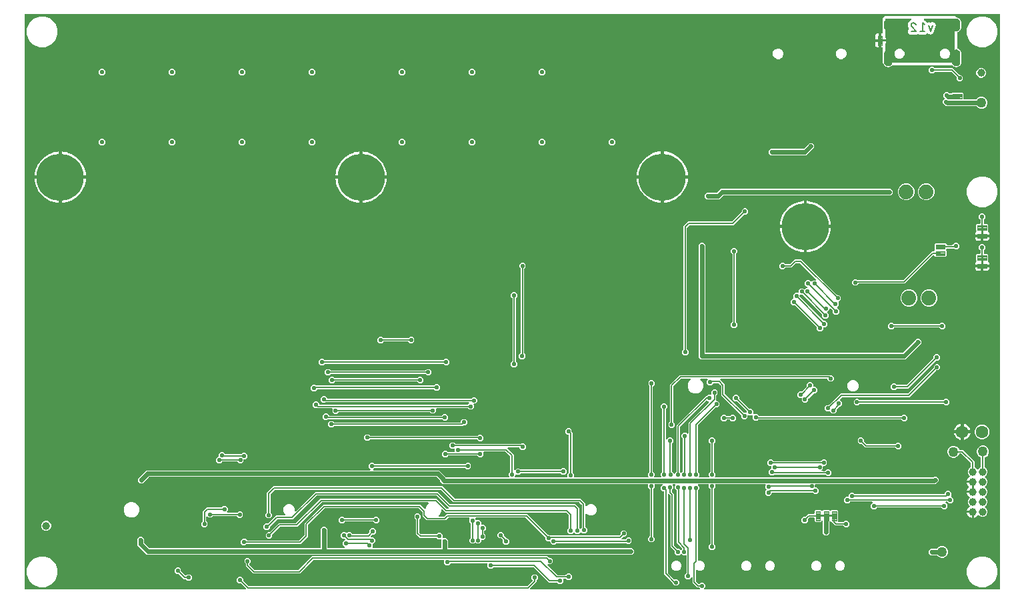
<source format=gbl>
G04 EAGLE Gerber RS-274X export*
G75*
%MOMM*%
%FSLAX34Y34*%
%LPD*%
%INBottom Copper*%
%IPPOS*%
%AMOC8*
5,1,8,0,0,1.08239X$1,22.5*%
G01*
%ADD10C,0.203200*%
%ADD11C,6.000000*%
%ADD12C,0.654000*%
%ADD13C,1.000000*%
%ADD14C,1.270000*%
%ADD15C,1.600000*%
%ADD16C,0.101600*%
%ADD17C,1.879600*%
%ADD18C,0.099059*%
%ADD19C,0.558800*%
%ADD20C,0.558800*%
%ADD21C,0.604000*%

G36*
X283649Y2799D02*
X283649Y2799D01*
X283679Y2796D01*
X283790Y2819D01*
X283902Y2835D01*
X283929Y2847D01*
X283957Y2852D01*
X284058Y2904D01*
X284161Y2951D01*
X284184Y2970D01*
X284210Y2983D01*
X284292Y3061D01*
X284378Y3134D01*
X284395Y3159D01*
X284416Y3179D01*
X284473Y3277D01*
X284536Y3371D01*
X284545Y3399D01*
X284559Y3424D01*
X284587Y3534D01*
X284622Y3642D01*
X284622Y3672D01*
X284630Y3700D01*
X284626Y3813D01*
X284629Y3926D01*
X284621Y3955D01*
X284621Y3984D01*
X284586Y4092D01*
X284557Y4201D01*
X284542Y4227D01*
X284533Y4255D01*
X284488Y4318D01*
X284412Y4446D01*
X284366Y4489D01*
X284338Y4528D01*
X277988Y10878D01*
X277918Y10930D01*
X277854Y10990D01*
X277805Y11016D01*
X277761Y11049D01*
X277679Y11080D01*
X277601Y11120D01*
X277554Y11128D01*
X277495Y11150D01*
X277348Y11162D01*
X277270Y11175D01*
X275176Y11175D01*
X272795Y13556D01*
X272795Y16924D01*
X275176Y19305D01*
X278544Y19305D01*
X280925Y16924D01*
X280925Y14830D01*
X280937Y14743D01*
X280940Y14656D01*
X280957Y14603D01*
X280965Y14548D01*
X281000Y14468D01*
X281027Y14385D01*
X281055Y14346D01*
X281081Y14289D01*
X281177Y14176D01*
X281222Y14112D01*
X287670Y7664D01*
X287740Y7612D01*
X287804Y7552D01*
X287853Y7526D01*
X287897Y7493D01*
X287979Y7462D01*
X288057Y7422D01*
X288104Y7414D01*
X288163Y7392D01*
X288310Y7380D01*
X288388Y7367D01*
X641252Y7367D01*
X641339Y7379D01*
X641426Y7382D01*
X641479Y7399D01*
X641534Y7407D01*
X641614Y7442D01*
X641697Y7469D01*
X641736Y7497D01*
X641793Y7523D01*
X641906Y7619D01*
X641970Y7664D01*
X648079Y13773D01*
X648114Y13820D01*
X648157Y13860D01*
X648199Y13933D01*
X648250Y14000D01*
X648271Y14055D01*
X648300Y14105D01*
X648321Y14187D01*
X648351Y14266D01*
X648356Y14324D01*
X648370Y14381D01*
X648368Y14465D01*
X648375Y14549D01*
X648363Y14606D01*
X648361Y14665D01*
X648335Y14745D01*
X648319Y14828D01*
X648292Y14880D01*
X648274Y14935D01*
X648234Y14992D01*
X648188Y15080D01*
X648119Y15152D01*
X648079Y15209D01*
X646937Y16350D01*
X646937Y19718D01*
X649318Y22099D01*
X652686Y22099D01*
X655067Y19718D01*
X655067Y16350D01*
X653586Y14870D01*
X653534Y14800D01*
X653474Y14736D01*
X653448Y14687D01*
X653415Y14642D01*
X653384Y14561D01*
X653344Y14483D01*
X653336Y14435D01*
X653314Y14377D01*
X653302Y14229D01*
X653289Y14152D01*
X653289Y12515D01*
X645302Y4528D01*
X645284Y4504D01*
X645262Y4485D01*
X645199Y4391D01*
X645131Y4301D01*
X645120Y4273D01*
X645104Y4249D01*
X645070Y4141D01*
X645030Y4035D01*
X645027Y4006D01*
X645018Y3978D01*
X645015Y3864D01*
X645006Y3752D01*
X645012Y3723D01*
X645011Y3694D01*
X645040Y3584D01*
X645062Y3473D01*
X645076Y3447D01*
X645083Y3419D01*
X645141Y3321D01*
X645193Y3221D01*
X645213Y3199D01*
X645228Y3174D01*
X645311Y3097D01*
X645389Y3015D01*
X645414Y3000D01*
X645435Y2980D01*
X645536Y2928D01*
X645634Y2871D01*
X645662Y2864D01*
X645689Y2850D01*
X645766Y2837D01*
X645910Y2801D01*
X645972Y2803D01*
X646020Y2795D01*
X860226Y2795D01*
X860255Y2799D01*
X860284Y2796D01*
X860395Y2819D01*
X860507Y2835D01*
X860534Y2847D01*
X860563Y2852D01*
X860664Y2905D01*
X860767Y2951D01*
X860789Y2970D01*
X860815Y2983D01*
X860897Y3061D01*
X860984Y3134D01*
X861000Y3159D01*
X861021Y3179D01*
X861079Y3277D01*
X861141Y3371D01*
X861150Y3399D01*
X861165Y3424D01*
X861193Y3534D01*
X861227Y3642D01*
X861228Y3672D01*
X861235Y3700D01*
X861232Y3813D01*
X861234Y3926D01*
X861227Y3955D01*
X861226Y3984D01*
X861191Y4092D01*
X861163Y4201D01*
X861148Y4227D01*
X861139Y4255D01*
X861093Y4319D01*
X861017Y4446D01*
X860972Y4489D01*
X860944Y4528D01*
X860436Y5036D01*
X860366Y5089D01*
X860302Y5148D01*
X860253Y5174D01*
X860208Y5207D01*
X860127Y5238D01*
X860049Y5278D01*
X860001Y5286D01*
X859943Y5308D01*
X859795Y5320D01*
X859718Y5333D01*
X857573Y5333D01*
X851239Y11667D01*
X851239Y17540D01*
X851235Y17569D01*
X851238Y17598D01*
X851215Y17709D01*
X851199Y17821D01*
X851187Y17848D01*
X851182Y17877D01*
X851129Y17978D01*
X851083Y18081D01*
X851064Y18103D01*
X851051Y18129D01*
X850973Y18211D01*
X850900Y18298D01*
X850875Y18314D01*
X850855Y18335D01*
X850757Y18392D01*
X850663Y18455D01*
X850635Y18464D01*
X850610Y18479D01*
X850500Y18507D01*
X850392Y18541D01*
X850362Y18542D01*
X850334Y18549D01*
X850221Y18546D01*
X850108Y18548D01*
X850079Y18541D01*
X850050Y18540D01*
X849942Y18505D01*
X849833Y18477D01*
X849807Y18462D01*
X849779Y18453D01*
X849716Y18407D01*
X849588Y18331D01*
X849545Y18286D01*
X849506Y18258D01*
X847504Y16255D01*
X844136Y16255D01*
X841755Y18636D01*
X841755Y22004D01*
X843236Y23484D01*
X843288Y23554D01*
X843348Y23618D01*
X843374Y23667D01*
X843407Y23712D01*
X843438Y23793D01*
X843478Y23871D01*
X843486Y23919D01*
X843508Y23977D01*
X843520Y24125D01*
X843533Y24202D01*
X843533Y45720D01*
X843525Y45778D01*
X843527Y45836D01*
X843505Y45918D01*
X843493Y46002D01*
X843470Y46055D01*
X843455Y46111D01*
X843412Y46184D01*
X843377Y46261D01*
X843339Y46306D01*
X843310Y46356D01*
X843248Y46414D01*
X843194Y46478D01*
X843145Y46510D01*
X843102Y46550D01*
X843027Y46589D01*
X842957Y46636D01*
X842901Y46653D01*
X842849Y46680D01*
X842781Y46691D01*
X842686Y46721D01*
X842586Y46724D01*
X842518Y46735D01*
X839056Y46735D01*
X837648Y48144D01*
X837601Y48179D01*
X837561Y48221D01*
X837488Y48264D01*
X837421Y48315D01*
X837366Y48335D01*
X837316Y48365D01*
X837234Y48386D01*
X837155Y48416D01*
X837097Y48421D01*
X837040Y48435D01*
X836956Y48432D01*
X836872Y48439D01*
X836814Y48428D01*
X836756Y48426D01*
X836676Y48400D01*
X836593Y48384D01*
X836541Y48357D01*
X836485Y48339D01*
X836429Y48298D01*
X836341Y48253D01*
X836268Y48184D01*
X836212Y48144D01*
X834804Y46735D01*
X831436Y46735D01*
X829055Y49116D01*
X829055Y51210D01*
X829043Y51297D01*
X829040Y51384D01*
X829023Y51437D01*
X829015Y51492D01*
X828980Y51572D01*
X828953Y51655D01*
X828925Y51694D01*
X828899Y51751D01*
X828803Y51864D01*
X828758Y51928D01*
X823213Y57473D01*
X823213Y121750D01*
X823201Y121837D01*
X823198Y121924D01*
X823181Y121977D01*
X823173Y122032D01*
X823138Y122111D01*
X823111Y122195D01*
X823083Y122234D01*
X823057Y122291D01*
X822961Y122404D01*
X822916Y122468D01*
X822310Y123074D01*
X821646Y123738D01*
X821622Y123756D01*
X821603Y123778D01*
X821509Y123841D01*
X821419Y123909D01*
X821391Y123919D01*
X821367Y123936D01*
X821259Y123970D01*
X821153Y124010D01*
X821124Y124013D01*
X821096Y124021D01*
X820982Y124024D01*
X820870Y124034D01*
X820841Y124028D01*
X820812Y124029D01*
X820702Y124000D01*
X820591Y123978D01*
X820565Y123964D01*
X820537Y123957D01*
X820439Y123899D01*
X820339Y123847D01*
X820317Y123827D01*
X820292Y123812D01*
X820215Y123729D01*
X820133Y123651D01*
X820118Y123626D01*
X820098Y123604D01*
X820046Y123503D01*
X819989Y123406D01*
X819982Y123377D01*
X819968Y123351D01*
X819955Y123274D01*
X819919Y123130D01*
X819921Y123068D01*
X819913Y123020D01*
X819913Y24482D01*
X819925Y24395D01*
X819928Y24308D01*
X819945Y24255D01*
X819953Y24200D01*
X819988Y24120D01*
X820015Y24037D01*
X820043Y23998D01*
X820069Y23941D01*
X820165Y23828D01*
X820210Y23764D01*
X827716Y16258D01*
X827763Y16223D01*
X827803Y16180D01*
X827876Y16138D01*
X827943Y16087D01*
X827998Y16066D01*
X828048Y16037D01*
X828130Y16016D01*
X828209Y15986D01*
X828267Y15981D01*
X828324Y15967D01*
X828408Y15969D01*
X828492Y15962D01*
X828549Y15974D01*
X828608Y15976D01*
X828688Y16002D01*
X828693Y16003D01*
X832264Y16003D01*
X834645Y13622D01*
X834645Y10254D01*
X832264Y7873D01*
X828896Y7873D01*
X826515Y10254D01*
X826515Y10570D01*
X826503Y10657D01*
X826500Y10744D01*
X826483Y10797D01*
X826475Y10852D01*
X826440Y10932D01*
X826413Y11015D01*
X826385Y11054D01*
X826359Y11111D01*
X826263Y11224D01*
X826218Y11288D01*
X815339Y22167D01*
X815339Y126746D01*
X815331Y126804D01*
X815333Y126862D01*
X815311Y126944D01*
X815299Y127028D01*
X815276Y127081D01*
X815261Y127137D01*
X815218Y127210D01*
X815183Y127287D01*
X815145Y127332D01*
X815116Y127382D01*
X815054Y127440D01*
X815000Y127504D01*
X814951Y127536D01*
X814908Y127576D01*
X814833Y127615D01*
X814763Y127662D01*
X814707Y127679D01*
X814655Y127706D01*
X814587Y127717D01*
X814492Y127747D01*
X814392Y127750D01*
X814324Y127761D01*
X813656Y127761D01*
X811275Y130142D01*
X811275Y133510D01*
X812938Y135172D01*
X812955Y135196D01*
X812978Y135215D01*
X813041Y135309D01*
X813109Y135399D01*
X813119Y135427D01*
X813135Y135451D01*
X813170Y135559D01*
X813210Y135665D01*
X813212Y135694D01*
X813221Y135722D01*
X813224Y135836D01*
X813233Y135948D01*
X813228Y135977D01*
X813228Y136006D01*
X813200Y136116D01*
X813178Y136227D01*
X813164Y136253D01*
X813157Y136281D01*
X813099Y136379D01*
X813047Y136479D01*
X813026Y136501D01*
X813011Y136526D01*
X812929Y136603D01*
X812851Y136685D01*
X812825Y136700D01*
X812804Y136720D01*
X812703Y136772D01*
X812605Y136829D01*
X812577Y136836D01*
X812551Y136850D01*
X812474Y136863D01*
X812330Y136899D01*
X812267Y136897D01*
X812220Y136905D01*
X803910Y136905D01*
X803852Y136897D01*
X803794Y136899D01*
X803712Y136877D01*
X803628Y136865D01*
X803575Y136842D01*
X803519Y136827D01*
X803446Y136784D01*
X803369Y136749D01*
X803324Y136711D01*
X803274Y136682D01*
X803216Y136620D01*
X803152Y136566D01*
X803120Y136517D01*
X803080Y136474D01*
X803041Y136399D01*
X802994Y136329D01*
X802977Y136273D01*
X802950Y136221D01*
X802939Y136153D01*
X802909Y136058D01*
X802906Y135958D01*
X802895Y135890D01*
X802895Y132428D01*
X801800Y131334D01*
X801748Y131264D01*
X801688Y131200D01*
X801662Y131151D01*
X801629Y131106D01*
X801598Y131025D01*
X801558Y130947D01*
X801550Y130899D01*
X801528Y130841D01*
X801516Y130693D01*
X801503Y130616D01*
X801503Y70938D01*
X801515Y70852D01*
X801518Y70764D01*
X801535Y70712D01*
X801543Y70657D01*
X801578Y70577D01*
X801605Y70494D01*
X801633Y70454D01*
X801659Y70397D01*
X801755Y70284D01*
X801800Y70220D01*
X803281Y68740D01*
X803281Y65372D01*
X800900Y62991D01*
X797532Y62991D01*
X795151Y65372D01*
X795151Y68740D01*
X796632Y70220D01*
X796684Y70290D01*
X796744Y70354D01*
X796770Y70403D01*
X796803Y70448D01*
X796834Y70529D01*
X796874Y70607D01*
X796882Y70655D01*
X796904Y70713D01*
X796916Y70861D01*
X796929Y70938D01*
X796929Y129844D01*
X796917Y129930D01*
X796914Y130018D01*
X796897Y130070D01*
X796889Y130125D01*
X796854Y130205D01*
X796827Y130288D01*
X796799Y130328D01*
X796773Y130385D01*
X796677Y130498D01*
X796632Y130562D01*
X794765Y132428D01*
X794765Y135890D01*
X794757Y135948D01*
X794759Y136006D01*
X794737Y136088D01*
X794725Y136172D01*
X794702Y136225D01*
X794687Y136281D01*
X794644Y136354D01*
X794609Y136431D01*
X794571Y136476D01*
X794542Y136526D01*
X794480Y136584D01*
X794426Y136648D01*
X794377Y136680D01*
X794334Y136720D01*
X794259Y136759D01*
X794189Y136806D01*
X794133Y136823D01*
X794081Y136850D01*
X794013Y136861D01*
X793918Y136891D01*
X793818Y136894D01*
X793750Y136905D01*
X534256Y136905D01*
X533284Y137878D01*
X533283Y137878D01*
X530605Y140556D01*
X530605Y141152D01*
X530593Y141238D01*
X530590Y141326D01*
X530573Y141378D01*
X530565Y141433D01*
X530530Y141513D01*
X530503Y141596D01*
X530475Y141636D01*
X530449Y141693D01*
X530353Y141806D01*
X530308Y141870D01*
X526426Y145752D01*
X526356Y145804D01*
X526292Y145864D01*
X526243Y145890D01*
X526198Y145923D01*
X526117Y145954D01*
X526039Y145994D01*
X525991Y146002D01*
X525933Y146024D01*
X525785Y146036D01*
X525708Y146049D01*
X161108Y146049D01*
X161022Y146037D01*
X160934Y146034D01*
X160882Y146017D01*
X160827Y146009D01*
X160747Y145974D01*
X160664Y145947D01*
X160624Y145919D01*
X160567Y145893D01*
X160454Y145797D01*
X160390Y145752D01*
X152814Y138175D01*
X149446Y138175D01*
X147065Y140556D01*
X147065Y143924D01*
X157320Y154179D01*
X441380Y154179D01*
X441409Y154183D01*
X441438Y154180D01*
X441549Y154203D01*
X441661Y154219D01*
X441688Y154231D01*
X441717Y154236D01*
X441817Y154289D01*
X441921Y154335D01*
X441943Y154354D01*
X441969Y154367D01*
X442051Y154445D01*
X442138Y154518D01*
X442154Y154543D01*
X442175Y154563D01*
X442233Y154661D01*
X442295Y154755D01*
X442304Y154783D01*
X442319Y154808D01*
X442347Y154918D01*
X442381Y155026D01*
X442382Y155056D01*
X442389Y155084D01*
X442386Y155197D01*
X442388Y155310D01*
X442381Y155339D01*
X442380Y155368D01*
X442345Y155476D01*
X442317Y155585D01*
X442302Y155611D01*
X442293Y155639D01*
X442247Y155702D01*
X442171Y155830D01*
X442126Y155873D01*
X442098Y155912D01*
X439927Y158082D01*
X439927Y161450D01*
X442308Y163831D01*
X445676Y163831D01*
X447156Y162350D01*
X447226Y162298D01*
X447290Y162238D01*
X447339Y162212D01*
X447384Y162179D01*
X447465Y162148D01*
X447543Y162108D01*
X447591Y162100D01*
X447649Y162078D01*
X447797Y162066D01*
X447874Y162053D01*
X561776Y162053D01*
X561862Y162065D01*
X561950Y162068D01*
X562002Y162085D01*
X562057Y162093D01*
X562137Y162128D01*
X562220Y162155D01*
X562260Y162183D01*
X562317Y162209D01*
X562430Y162305D01*
X562494Y162350D01*
X564228Y164085D01*
X567596Y164085D01*
X569977Y161704D01*
X569977Y158336D01*
X567596Y155955D01*
X564228Y155955D01*
X563002Y157182D01*
X562932Y157234D01*
X562868Y157294D01*
X562819Y157320D01*
X562774Y157353D01*
X562693Y157384D01*
X562615Y157424D01*
X562567Y157432D01*
X562509Y157454D01*
X562361Y157466D01*
X562284Y157479D01*
X447874Y157479D01*
X447788Y157467D01*
X447700Y157464D01*
X447648Y157447D01*
X447593Y157439D01*
X447513Y157404D01*
X447430Y157377D01*
X447390Y157349D01*
X447333Y157323D01*
X447220Y157227D01*
X447156Y157182D01*
X445886Y155912D01*
X445869Y155888D01*
X445846Y155869D01*
X445783Y155775D01*
X445715Y155685D01*
X445705Y155657D01*
X445689Y155633D01*
X445654Y155525D01*
X445614Y155419D01*
X445612Y155390D01*
X445603Y155362D01*
X445600Y155248D01*
X445591Y155136D01*
X445596Y155107D01*
X445596Y155078D01*
X445624Y154968D01*
X445646Y154857D01*
X445660Y154831D01*
X445667Y154803D01*
X445725Y154705D01*
X445777Y154605D01*
X445798Y154583D01*
X445813Y154558D01*
X445895Y154481D01*
X445973Y154399D01*
X445999Y154384D01*
X446020Y154364D01*
X446121Y154312D01*
X446219Y154255D01*
X446247Y154248D01*
X446273Y154234D01*
X446350Y154221D01*
X446494Y154185D01*
X446557Y154187D01*
X446604Y154179D01*
X529496Y154179D01*
X538342Y145332D01*
X538412Y145280D01*
X538476Y145220D01*
X538525Y145194D01*
X538570Y145161D01*
X538651Y145130D01*
X538729Y145090D01*
X538777Y145082D01*
X538835Y145060D01*
X538983Y145048D01*
X539060Y145035D01*
X617656Y145035D01*
X617685Y145039D01*
X617714Y145036D01*
X617825Y145059D01*
X617937Y145075D01*
X617964Y145087D01*
X617993Y145092D01*
X618094Y145145D01*
X618197Y145191D01*
X618219Y145210D01*
X618245Y145223D01*
X618327Y145301D01*
X618414Y145374D01*
X618430Y145399D01*
X618451Y145419D01*
X618509Y145517D01*
X618571Y145611D01*
X618580Y145639D01*
X618595Y145664D01*
X618623Y145774D01*
X618657Y145882D01*
X618658Y145912D01*
X618665Y145940D01*
X618662Y146053D01*
X618664Y146166D01*
X618657Y146195D01*
X618656Y146224D01*
X618621Y146332D01*
X618593Y146441D01*
X618578Y146467D01*
X618569Y146495D01*
X618523Y146559D01*
X618447Y146686D01*
X618402Y146729D01*
X618374Y146768D01*
X617981Y147160D01*
X617981Y150528D01*
X619462Y152008D01*
X619514Y152078D01*
X619574Y152142D01*
X619600Y152191D01*
X619633Y152236D01*
X619664Y152317D01*
X619704Y152395D01*
X619712Y152443D01*
X619734Y152501D01*
X619746Y152649D01*
X619759Y152726D01*
X619759Y171606D01*
X619747Y171693D01*
X619744Y171780D01*
X619727Y171833D01*
X619719Y171888D01*
X619684Y171968D01*
X619657Y172051D01*
X619629Y172090D01*
X619603Y172147D01*
X619507Y172260D01*
X619462Y172324D01*
X614030Y177756D01*
X613960Y177808D01*
X613896Y177868D01*
X613847Y177894D01*
X613803Y177927D01*
X613721Y177958D01*
X613643Y177998D01*
X613596Y178006D01*
X613537Y178028D01*
X613390Y178040D01*
X613312Y178053D01*
X586740Y178053D01*
X586682Y178045D01*
X586624Y178047D01*
X586542Y178025D01*
X586458Y178013D01*
X586405Y177990D01*
X586349Y177975D01*
X586276Y177932D01*
X586199Y177897D01*
X586154Y177859D01*
X586104Y177830D01*
X586046Y177768D01*
X585982Y177714D01*
X585950Y177665D01*
X585910Y177622D01*
X585871Y177547D01*
X585824Y177477D01*
X585807Y177421D01*
X585780Y177369D01*
X585769Y177301D01*
X585739Y177206D01*
X585736Y177106D01*
X585725Y177038D01*
X585725Y173576D01*
X583344Y171195D01*
X579976Y171195D01*
X578496Y172676D01*
X578426Y172728D01*
X578362Y172788D01*
X578313Y172814D01*
X578268Y172847D01*
X578187Y172878D01*
X578109Y172918D01*
X578061Y172926D01*
X578003Y172948D01*
X577855Y172960D01*
X577778Y172973D01*
X541092Y172973D01*
X541006Y172961D01*
X540918Y172958D01*
X540865Y172941D01*
X540811Y172933D01*
X540731Y172898D01*
X540648Y172871D01*
X540608Y172843D01*
X540551Y172817D01*
X540438Y172721D01*
X540374Y172676D01*
X538894Y171195D01*
X535526Y171195D01*
X533145Y173576D01*
X533145Y176944D01*
X535526Y179325D01*
X538894Y179325D01*
X540374Y177844D01*
X540444Y177792D01*
X540508Y177732D01*
X540557Y177706D01*
X540601Y177673D01*
X540683Y177642D01*
X540761Y177602D01*
X540809Y177594D01*
X540867Y177572D01*
X541015Y177560D01*
X541092Y177547D01*
X548640Y177547D01*
X548698Y177555D01*
X548756Y177553D01*
X548838Y177575D01*
X548922Y177587D01*
X548975Y177610D01*
X549031Y177625D01*
X549104Y177668D01*
X549181Y177703D01*
X549226Y177741D01*
X549276Y177770D01*
X549334Y177832D01*
X549398Y177886D01*
X549430Y177935D01*
X549470Y177978D01*
X549509Y178053D01*
X549556Y178123D01*
X549573Y178179D01*
X549600Y178231D01*
X549611Y178299D01*
X549641Y178394D01*
X549644Y178494D01*
X549655Y178562D01*
X549655Y180594D01*
X549647Y180652D01*
X549649Y180710D01*
X549627Y180792D01*
X549615Y180876D01*
X549592Y180929D01*
X549577Y180985D01*
X549534Y181058D01*
X549499Y181135D01*
X549461Y181180D01*
X549432Y181230D01*
X549370Y181288D01*
X549316Y181352D01*
X549267Y181384D01*
X549224Y181424D01*
X549149Y181463D01*
X549079Y181510D01*
X549023Y181527D01*
X548971Y181554D01*
X548903Y181565D01*
X548808Y181595D01*
X548708Y181598D01*
X548640Y181609D01*
X544924Y181609D01*
X542543Y183990D01*
X542543Y187358D01*
X544924Y189739D01*
X548292Y189739D01*
X549772Y188258D01*
X549842Y188206D01*
X549906Y188146D01*
X549955Y188120D01*
X550000Y188087D01*
X550081Y188056D01*
X550159Y188016D01*
X550207Y188008D01*
X550265Y187986D01*
X550413Y187974D01*
X550490Y187961D01*
X633150Y187961D01*
X633236Y187973D01*
X633324Y187976D01*
X633376Y187993D01*
X633431Y188001D01*
X633511Y188036D01*
X633594Y188063D01*
X633634Y188091D01*
X633691Y188117D01*
X633804Y188213D01*
X633807Y188215D01*
X637192Y188215D01*
X639573Y185834D01*
X639573Y182466D01*
X637192Y180085D01*
X633824Y180085D01*
X631436Y182473D01*
X631437Y182488D01*
X631415Y182570D01*
X631403Y182654D01*
X631380Y182707D01*
X631365Y182763D01*
X631322Y182836D01*
X631287Y182913D01*
X631249Y182958D01*
X631220Y183008D01*
X631158Y183066D01*
X631104Y183130D01*
X631055Y183162D01*
X631012Y183202D01*
X630937Y183241D01*
X630867Y183288D01*
X630811Y183305D01*
X630759Y183332D01*
X630691Y183343D01*
X630596Y183373D01*
X630496Y183376D01*
X630428Y183387D01*
X617318Y183387D01*
X617289Y183383D01*
X617259Y183386D01*
X617148Y183363D01*
X617036Y183347D01*
X617009Y183335D01*
X616981Y183330D01*
X616880Y183278D01*
X616777Y183231D01*
X616754Y183212D01*
X616728Y183199D01*
X616646Y183121D01*
X616560Y183048D01*
X616543Y183023D01*
X616522Y183003D01*
X616465Y182905D01*
X616402Y182811D01*
X616393Y182783D01*
X616379Y182758D01*
X616351Y182648D01*
X616316Y182540D01*
X616316Y182510D01*
X616308Y182482D01*
X616312Y182369D01*
X616309Y182256D01*
X616317Y182227D01*
X616317Y182198D01*
X616352Y182090D01*
X616381Y181981D01*
X616396Y181955D01*
X616405Y181927D01*
X616450Y181864D01*
X616526Y181736D01*
X616572Y181693D01*
X616600Y181654D01*
X622696Y175558D01*
X624333Y173921D01*
X624333Y155774D01*
X624337Y155745D01*
X624334Y155716D01*
X624357Y155605D01*
X624373Y155493D01*
X624385Y155466D01*
X624390Y155437D01*
X624443Y155336D01*
X624489Y155233D01*
X624508Y155211D01*
X624521Y155185D01*
X624599Y155103D01*
X624672Y155016D01*
X624697Y155000D01*
X624717Y154979D01*
X624815Y154922D01*
X624909Y154859D01*
X624937Y154850D01*
X624962Y154835D01*
X625072Y154807D01*
X625180Y154773D01*
X625210Y154772D01*
X625238Y154765D01*
X625351Y154768D01*
X625464Y154766D01*
X625493Y154773D01*
X625522Y154774D01*
X625630Y154809D01*
X625739Y154837D01*
X625765Y154852D01*
X625793Y154861D01*
X625856Y154907D01*
X625984Y154983D01*
X626027Y155028D01*
X626066Y155056D01*
X627728Y156719D01*
X631096Y156719D01*
X632068Y155746D01*
X632138Y155694D01*
X632202Y155634D01*
X632251Y155608D01*
X632296Y155575D01*
X632377Y155544D01*
X632455Y155504D01*
X632503Y155496D01*
X632561Y155474D01*
X632709Y155462D01*
X632786Y155449D01*
X683696Y155449D01*
X683782Y155461D01*
X683870Y155464D01*
X683922Y155481D01*
X683977Y155489D01*
X684057Y155524D01*
X684140Y155551D01*
X684180Y155579D01*
X684237Y155605D01*
X684350Y155701D01*
X684414Y155746D01*
X685640Y156973D01*
X689008Y156973D01*
X691389Y154592D01*
X691389Y151016D01*
X691360Y151007D01*
X691251Y150979D01*
X691225Y150964D01*
X691197Y150955D01*
X691134Y150909D01*
X691006Y150833D01*
X690963Y150788D01*
X690924Y150760D01*
X689008Y148843D01*
X685640Y148843D01*
X683906Y150578D01*
X683836Y150630D01*
X683772Y150690D01*
X683723Y150716D01*
X683678Y150749D01*
X683597Y150780D01*
X683519Y150820D01*
X683471Y150828D01*
X683413Y150850D01*
X683265Y150862D01*
X683188Y150875D01*
X633802Y150875D01*
X633716Y150863D01*
X633628Y150860D01*
X633576Y150843D01*
X633521Y150835D01*
X633441Y150800D01*
X633358Y150773D01*
X633318Y150745D01*
X633261Y150719D01*
X633148Y150623D01*
X633084Y150578D01*
X631096Y148589D01*
X627690Y148589D01*
X627617Y148645D01*
X627589Y148655D01*
X627565Y148671D01*
X627457Y148706D01*
X627351Y148746D01*
X627322Y148748D01*
X627294Y148757D01*
X627181Y148760D01*
X627068Y148769D01*
X627039Y148764D01*
X627010Y148764D01*
X626900Y148736D01*
X626789Y148714D01*
X626763Y148700D01*
X626735Y148693D01*
X626637Y148635D01*
X626537Y148583D01*
X626515Y148562D01*
X626490Y148547D01*
X626413Y148465D01*
X626331Y148387D01*
X626316Y148361D01*
X626296Y148340D01*
X626244Y148239D01*
X626187Y148142D01*
X626180Y148113D01*
X626166Y148087D01*
X626153Y148010D01*
X626117Y147866D01*
X626119Y147803D01*
X626111Y147756D01*
X626111Y147160D01*
X625718Y146768D01*
X625701Y146744D01*
X625678Y146725D01*
X625615Y146631D01*
X625547Y146541D01*
X625537Y146513D01*
X625521Y146489D01*
X625486Y146381D01*
X625446Y146275D01*
X625444Y146246D01*
X625435Y146218D01*
X625432Y146104D01*
X625423Y145992D01*
X625428Y145963D01*
X625428Y145934D01*
X625456Y145824D01*
X625478Y145713D01*
X625492Y145687D01*
X625499Y145659D01*
X625557Y145561D01*
X625609Y145461D01*
X625630Y145439D01*
X625645Y145414D01*
X625727Y145337D01*
X625805Y145255D01*
X625831Y145240D01*
X625852Y145220D01*
X625953Y145168D01*
X626051Y145111D01*
X626079Y145104D01*
X626105Y145090D01*
X626182Y145077D01*
X626326Y145041D01*
X626389Y145043D01*
X626436Y145035D01*
X691642Y145035D01*
X691700Y145043D01*
X691758Y145041D01*
X691840Y145063D01*
X691924Y145075D01*
X691977Y145098D01*
X692033Y145113D01*
X692106Y145156D01*
X692183Y145191D01*
X692228Y145229D01*
X692278Y145258D01*
X692336Y145320D01*
X692400Y145374D01*
X692432Y145423D01*
X692472Y145466D01*
X692511Y145541D01*
X692558Y145611D01*
X692575Y145667D01*
X692602Y145719D01*
X692613Y145787D01*
X692643Y145882D01*
X692646Y145982D01*
X692657Y146050D01*
X692657Y149847D01*
X692686Y149856D01*
X692795Y149884D01*
X692821Y149899D01*
X692849Y149908D01*
X692912Y149954D01*
X693040Y150030D01*
X693083Y150075D01*
X693122Y150103D01*
X694138Y151119D01*
X694190Y151189D01*
X694250Y151253D01*
X694276Y151302D01*
X694309Y151346D01*
X694340Y151428D01*
X694380Y151506D01*
X694388Y151554D01*
X694410Y151612D01*
X694422Y151760D01*
X694435Y151837D01*
X694435Y198882D01*
X694427Y198940D01*
X694429Y198998D01*
X694407Y199080D01*
X694395Y199164D01*
X694372Y199217D01*
X694357Y199273D01*
X694314Y199346D01*
X694279Y199423D01*
X694241Y199468D01*
X694212Y199518D01*
X694150Y199576D01*
X694096Y199640D01*
X694047Y199672D01*
X694004Y199712D01*
X693929Y199751D01*
X693859Y199798D01*
X693803Y199815D01*
X693751Y199842D01*
X693683Y199853D01*
X693588Y199883D01*
X693488Y199886D01*
X693420Y199897D01*
X691990Y199897D01*
X689609Y202278D01*
X689609Y205646D01*
X691990Y208027D01*
X695358Y208027D01*
X697739Y205646D01*
X697739Y203552D01*
X697751Y203465D01*
X697754Y203378D01*
X697771Y203325D01*
X697779Y203270D01*
X697814Y203190D01*
X697841Y203107D01*
X697869Y203068D01*
X697895Y203011D01*
X697991Y202898D01*
X698036Y202834D01*
X699009Y201861D01*
X699009Y151837D01*
X699021Y151751D01*
X699024Y151663D01*
X699041Y151610D01*
X699049Y151556D01*
X699084Y151476D01*
X699111Y151393D01*
X699139Y151353D01*
X699165Y151296D01*
X699261Y151183D01*
X699306Y151119D01*
X700787Y149639D01*
X700787Y146050D01*
X700795Y145992D01*
X700793Y145934D01*
X700815Y145852D01*
X700827Y145768D01*
X700850Y145715D01*
X700865Y145659D01*
X700908Y145586D01*
X700943Y145509D01*
X700981Y145464D01*
X701010Y145414D01*
X701072Y145356D01*
X701126Y145292D01*
X701175Y145260D01*
X701218Y145220D01*
X701293Y145181D01*
X701363Y145134D01*
X701419Y145117D01*
X701471Y145090D01*
X701539Y145079D01*
X701634Y145049D01*
X701734Y145046D01*
X701802Y145035D01*
X794313Y145035D01*
X794342Y145039D01*
X794371Y145036D01*
X794482Y145059D01*
X794594Y145075D01*
X794621Y145087D01*
X794650Y145092D01*
X794751Y145145D01*
X794854Y145191D01*
X794876Y145210D01*
X794902Y145223D01*
X794984Y145301D01*
X795071Y145374D01*
X795087Y145399D01*
X795108Y145419D01*
X795166Y145517D01*
X795228Y145611D01*
X795237Y145639D01*
X795252Y145664D01*
X795280Y145774D01*
X795314Y145882D01*
X795315Y145912D01*
X795322Y145940D01*
X795319Y146053D01*
X795321Y146166D01*
X795314Y146195D01*
X795313Y146224D01*
X795278Y146332D01*
X795250Y146441D01*
X795235Y146467D01*
X795226Y146495D01*
X795180Y146559D01*
X795104Y146686D01*
X795059Y146729D01*
X795031Y146768D01*
X794765Y147033D01*
X794765Y150401D01*
X796246Y151881D01*
X796298Y151951D01*
X796358Y152015D01*
X796384Y152064D01*
X796417Y152109D01*
X796448Y152190D01*
X796488Y152268D01*
X796496Y152316D01*
X796518Y152374D01*
X796530Y152522D01*
X796543Y152599D01*
X796543Y261548D01*
X796531Y261634D01*
X796528Y261722D01*
X796511Y261774D01*
X796503Y261829D01*
X796468Y261909D01*
X796441Y261992D01*
X796413Y262032D01*
X796387Y262089D01*
X796291Y262202D01*
X796246Y262266D01*
X795273Y263238D01*
X795273Y266606D01*
X797654Y268987D01*
X801022Y268987D01*
X803403Y266606D01*
X803403Y263238D01*
X801414Y261250D01*
X801362Y261180D01*
X801302Y261116D01*
X801276Y261067D01*
X801243Y261022D01*
X801212Y260941D01*
X801172Y260863D01*
X801164Y260815D01*
X801142Y260757D01*
X801130Y260609D01*
X801117Y260532D01*
X801117Y152599D01*
X801129Y152513D01*
X801132Y152425D01*
X801149Y152373D01*
X801157Y152318D01*
X801192Y152238D01*
X801219Y152155D01*
X801247Y152115D01*
X801273Y152058D01*
X801369Y151945D01*
X801414Y151881D01*
X802895Y150401D01*
X802895Y147033D01*
X802629Y146768D01*
X802612Y146744D01*
X802589Y146725D01*
X802526Y146631D01*
X802458Y146541D01*
X802448Y146513D01*
X802432Y146489D01*
X802397Y146381D01*
X802357Y146275D01*
X802355Y146246D01*
X802346Y146218D01*
X802343Y146104D01*
X802334Y145992D01*
X802339Y145963D01*
X802339Y145934D01*
X802367Y145824D01*
X802389Y145713D01*
X802403Y145687D01*
X802410Y145659D01*
X802468Y145561D01*
X802520Y145461D01*
X802541Y145439D01*
X802556Y145414D01*
X802638Y145337D01*
X802716Y145255D01*
X802742Y145240D01*
X802763Y145220D01*
X802864Y145168D01*
X802961Y145111D01*
X802990Y145104D01*
X803016Y145090D01*
X803093Y145077D01*
X803237Y145041D01*
X803300Y145043D01*
X803347Y145035D01*
X810823Y145035D01*
X810852Y145039D01*
X810881Y145036D01*
X810992Y145059D01*
X811104Y145075D01*
X811131Y145087D01*
X811160Y145092D01*
X811261Y145145D01*
X811364Y145191D01*
X811386Y145210D01*
X811412Y145223D01*
X811494Y145301D01*
X811581Y145374D01*
X811597Y145399D01*
X811618Y145419D01*
X811676Y145517D01*
X811738Y145611D01*
X811747Y145639D01*
X811762Y145664D01*
X811790Y145774D01*
X811824Y145882D01*
X811825Y145912D01*
X811832Y145940D01*
X811829Y146053D01*
X811831Y146166D01*
X811824Y146195D01*
X811823Y146224D01*
X811788Y146332D01*
X811760Y146441D01*
X811745Y146467D01*
X811736Y146495D01*
X811690Y146559D01*
X811614Y146686D01*
X811569Y146729D01*
X811541Y146768D01*
X811275Y147033D01*
X811275Y150401D01*
X812502Y151627D01*
X812554Y151697D01*
X812614Y151761D01*
X812640Y151810D01*
X812673Y151855D01*
X812704Y151936D01*
X812744Y152014D01*
X812752Y152062D01*
X812774Y152120D01*
X812786Y152268D01*
X812799Y152345D01*
X812799Y231576D01*
X812787Y231662D01*
X812784Y231750D01*
X812767Y231803D01*
X812759Y231857D01*
X812724Y231937D01*
X812697Y232020D01*
X812669Y232060D01*
X812643Y232117D01*
X812547Y232230D01*
X812502Y232294D01*
X811021Y233774D01*
X811021Y237142D01*
X813402Y239523D01*
X816770Y239523D01*
X819151Y237142D01*
X819151Y233774D01*
X817670Y232294D01*
X817618Y232224D01*
X817558Y232160D01*
X817532Y232111D01*
X817499Y232067D01*
X817468Y231985D01*
X817428Y231907D01*
X817420Y231859D01*
X817398Y231801D01*
X817386Y231653D01*
X817373Y231576D01*
X817373Y194636D01*
X817377Y194607D01*
X817374Y194578D01*
X817397Y194467D01*
X817413Y194355D01*
X817425Y194328D01*
X817430Y194299D01*
X817483Y194199D01*
X817529Y194095D01*
X817548Y194073D01*
X817561Y194047D01*
X817639Y193965D01*
X817712Y193878D01*
X817737Y193862D01*
X817757Y193841D01*
X817855Y193783D01*
X817949Y193721D01*
X817977Y193712D01*
X818002Y193697D01*
X818112Y193669D01*
X818220Y193635D01*
X818250Y193634D01*
X818278Y193627D01*
X818391Y193630D01*
X818504Y193628D01*
X818533Y193635D01*
X818562Y193636D01*
X818670Y193671D01*
X818779Y193699D01*
X818805Y193714D01*
X818833Y193723D01*
X818896Y193769D01*
X819024Y193845D01*
X819067Y193890D01*
X819106Y193918D01*
X821276Y196089D01*
X824644Y196089D01*
X827025Y193708D01*
X827025Y190340D01*
X825544Y188860D01*
X825492Y188790D01*
X825432Y188726D01*
X825406Y188677D01*
X825373Y188633D01*
X825342Y188551D01*
X825302Y188473D01*
X825294Y188425D01*
X825272Y188367D01*
X825260Y188219D01*
X825247Y188142D01*
X825247Y152853D01*
X825259Y152767D01*
X825262Y152679D01*
X825279Y152627D01*
X825287Y152572D01*
X825322Y152492D01*
X825349Y152409D01*
X825377Y152369D01*
X825403Y152312D01*
X825499Y152199D01*
X825544Y152135D01*
X827449Y150230D01*
X827496Y150195D01*
X827536Y150153D01*
X827609Y150110D01*
X827676Y150059D01*
X827731Y150039D01*
X827781Y150009D01*
X827863Y149988D01*
X827942Y149958D01*
X828000Y149953D01*
X828057Y149939D01*
X828141Y149942D01*
X828225Y149935D01*
X828283Y149946D01*
X828341Y149948D01*
X828421Y149974D01*
X828504Y149990D01*
X828556Y150017D01*
X828612Y150035D01*
X828668Y150076D01*
X828756Y150121D01*
X828829Y150190D01*
X828885Y150230D01*
X830536Y151881D01*
X830588Y151951D01*
X830648Y152015D01*
X830674Y152064D01*
X830707Y152109D01*
X830738Y152190D01*
X830778Y152268D01*
X830786Y152316D01*
X830808Y152374D01*
X830820Y152522D01*
X830833Y152599D01*
X830833Y211259D01*
X868241Y248667D01*
X868608Y248667D01*
X868694Y248679D01*
X868782Y248682D01*
X868834Y248699D01*
X868889Y248707D01*
X868969Y248742D01*
X869052Y248769D01*
X869092Y248797D01*
X869149Y248823D01*
X869262Y248919D01*
X869326Y248964D01*
X870806Y250445D01*
X874014Y250445D01*
X874072Y250453D01*
X874130Y250451D01*
X874212Y250473D01*
X874296Y250485D01*
X874349Y250508D01*
X874405Y250523D01*
X874478Y250566D01*
X874555Y250601D01*
X874600Y250639D01*
X874650Y250668D01*
X874708Y250730D01*
X874772Y250784D01*
X874804Y250833D01*
X874844Y250876D01*
X874883Y250951D01*
X874930Y251021D01*
X874947Y251077D01*
X874974Y251129D01*
X874985Y251197D01*
X875015Y251292D01*
X875018Y251392D01*
X875029Y251460D01*
X875029Y254922D01*
X877410Y257303D01*
X880778Y257303D01*
X883159Y254922D01*
X883159Y251554D01*
X881678Y250074D01*
X881626Y250004D01*
X881566Y249940D01*
X881540Y249891D01*
X881507Y249846D01*
X881476Y249765D01*
X881436Y249687D01*
X881428Y249639D01*
X881406Y249581D01*
X881394Y249433D01*
X881381Y249356D01*
X881381Y243296D01*
X881389Y243238D01*
X881387Y243180D01*
X881409Y243098D01*
X881421Y243014D01*
X881444Y242961D01*
X881459Y242904D01*
X881502Y242832D01*
X881537Y242755D01*
X881575Y242710D01*
X881604Y242660D01*
X881666Y242602D01*
X881720Y242538D01*
X881769Y242506D01*
X881812Y242466D01*
X881887Y242427D01*
X881957Y242380D01*
X882013Y242363D01*
X882065Y242336D01*
X882133Y242325D01*
X882228Y242295D01*
X882328Y242292D01*
X882396Y242281D01*
X883354Y242281D01*
X885735Y239900D01*
X885735Y236532D01*
X883354Y234151D01*
X881260Y234151D01*
X881173Y234139D01*
X881086Y234136D01*
X881033Y234119D01*
X880978Y234111D01*
X880899Y234076D01*
X880815Y234049D01*
X880776Y234021D01*
X880719Y233995D01*
X880606Y233899D01*
X880542Y233854D01*
X858662Y211974D01*
X858610Y211904D01*
X858550Y211840D01*
X858524Y211791D01*
X858491Y211747D01*
X858460Y211665D01*
X858420Y211587D01*
X858412Y211540D01*
X858390Y211481D01*
X858378Y211333D01*
X858365Y211256D01*
X858365Y152501D01*
X858377Y152415D01*
X858380Y152327D01*
X858397Y152275D01*
X858405Y152220D01*
X858440Y152140D01*
X858467Y152057D01*
X858495Y152017D01*
X858521Y151960D01*
X858617Y151847D01*
X858662Y151783D01*
X860045Y150401D01*
X860045Y147033D01*
X859779Y146768D01*
X859762Y146744D01*
X859739Y146725D01*
X859676Y146631D01*
X859608Y146541D01*
X859598Y146513D01*
X859582Y146489D01*
X859547Y146381D01*
X859507Y146275D01*
X859505Y146246D01*
X859496Y146218D01*
X859493Y146104D01*
X859484Y145992D01*
X859489Y145963D01*
X859489Y145934D01*
X859517Y145824D01*
X859539Y145713D01*
X859553Y145687D01*
X859560Y145659D01*
X859618Y145561D01*
X859670Y145461D01*
X859691Y145439D01*
X859706Y145414D01*
X859788Y145337D01*
X859866Y145255D01*
X859892Y145240D01*
X859913Y145220D01*
X860014Y145168D01*
X860111Y145111D01*
X860140Y145104D01*
X860166Y145090D01*
X860243Y145077D01*
X860387Y145041D01*
X860450Y145043D01*
X860497Y145035D01*
X871783Y145035D01*
X871812Y145039D01*
X871841Y145036D01*
X871952Y145059D01*
X872064Y145075D01*
X872091Y145087D01*
X872120Y145092D01*
X872221Y145145D01*
X872324Y145191D01*
X872346Y145210D01*
X872372Y145223D01*
X872454Y145301D01*
X872541Y145374D01*
X872557Y145399D01*
X872578Y145419D01*
X872636Y145517D01*
X872698Y145611D01*
X872707Y145639D01*
X872722Y145664D01*
X872750Y145774D01*
X872784Y145882D01*
X872785Y145912D01*
X872792Y145940D01*
X872789Y146053D01*
X872791Y146166D01*
X872784Y146195D01*
X872783Y146224D01*
X872748Y146332D01*
X872720Y146441D01*
X872705Y146467D01*
X872696Y146495D01*
X872650Y146559D01*
X872574Y146686D01*
X872529Y146729D01*
X872501Y146768D01*
X872235Y147033D01*
X872235Y150401D01*
X873716Y151881D01*
X873768Y151951D01*
X873828Y152015D01*
X873854Y152064D01*
X873887Y152108D01*
X873918Y152190D01*
X873958Y152268D01*
X873966Y152316D01*
X873988Y152374D01*
X874000Y152522D01*
X874013Y152599D01*
X874013Y188142D01*
X874001Y188228D01*
X873998Y188316D01*
X873981Y188368D01*
X873973Y188423D01*
X873938Y188503D01*
X873911Y188586D01*
X873883Y188626D01*
X873857Y188683D01*
X873761Y188796D01*
X873716Y188860D01*
X872235Y190340D01*
X872235Y193708D01*
X874616Y196089D01*
X877984Y196089D01*
X880365Y193708D01*
X880365Y190340D01*
X878884Y188860D01*
X878832Y188790D01*
X878772Y188726D01*
X878746Y188677D01*
X878713Y188632D01*
X878682Y188551D01*
X878642Y188473D01*
X878634Y188425D01*
X878612Y188367D01*
X878600Y188219D01*
X878587Y188142D01*
X878587Y152599D01*
X878599Y152513D01*
X878602Y152425D01*
X878619Y152372D01*
X878627Y152318D01*
X878662Y152238D01*
X878689Y152155D01*
X878717Y152115D01*
X878743Y152058D01*
X878839Y151945D01*
X878884Y151881D01*
X880365Y150401D01*
X880365Y147033D01*
X880099Y146768D01*
X880082Y146744D01*
X880059Y146725D01*
X879996Y146631D01*
X879928Y146541D01*
X879918Y146513D01*
X879902Y146489D01*
X879867Y146381D01*
X879827Y146275D01*
X879825Y146246D01*
X879816Y146218D01*
X879813Y146104D01*
X879804Y145992D01*
X879809Y145963D01*
X879809Y145934D01*
X879837Y145824D01*
X879859Y145713D01*
X879873Y145687D01*
X879880Y145659D01*
X879938Y145561D01*
X879990Y145461D01*
X880011Y145439D01*
X880026Y145414D01*
X880108Y145337D01*
X880186Y145255D01*
X880212Y145240D01*
X880233Y145220D01*
X880334Y145168D01*
X880431Y145111D01*
X880460Y145104D01*
X880486Y145090D01*
X880563Y145077D01*
X880707Y145041D01*
X880770Y145043D01*
X880817Y145035D01*
X1156136Y145035D01*
X1156222Y145047D01*
X1156310Y145050D01*
X1156362Y145067D01*
X1156417Y145075D01*
X1156497Y145110D01*
X1156580Y145137D01*
X1156620Y145165D01*
X1156677Y145191D01*
X1156790Y145287D01*
X1156854Y145332D01*
X1157826Y146305D01*
X1161194Y146305D01*
X1163575Y143924D01*
X1163575Y140556D01*
X1159924Y136905D01*
X1007724Y136905D01*
X1007666Y136897D01*
X1007608Y136899D01*
X1007526Y136877D01*
X1007442Y136865D01*
X1007389Y136842D01*
X1007333Y136827D01*
X1007260Y136784D01*
X1007183Y136749D01*
X1007138Y136711D01*
X1007088Y136682D01*
X1007030Y136620D01*
X1006966Y136566D01*
X1006934Y136517D01*
X1006894Y136474D01*
X1006855Y136399D01*
X1006808Y136329D01*
X1006791Y136273D01*
X1006764Y136221D01*
X1006753Y136153D01*
X1006723Y136058D01*
X1006720Y135958D01*
X1006709Y135890D01*
X1006709Y133364D01*
X1006717Y133306D01*
X1006715Y133248D01*
X1006737Y133166D01*
X1006749Y133082D01*
X1006772Y133029D01*
X1006787Y132973D01*
X1006830Y132900D01*
X1006865Y132823D01*
X1006903Y132778D01*
X1006932Y132728D01*
X1006994Y132670D01*
X1007048Y132606D01*
X1007097Y132574D01*
X1007140Y132534D01*
X1007215Y132495D01*
X1007285Y132448D01*
X1007341Y132431D01*
X1007393Y132404D01*
X1007461Y132393D01*
X1007556Y132363D01*
X1007656Y132360D01*
X1007724Y132349D01*
X1009236Y132349D01*
X1011617Y129968D01*
X1011617Y126600D01*
X1009236Y124219D01*
X1005868Y124219D01*
X1004342Y125746D01*
X1004272Y125798D01*
X1004208Y125858D01*
X1004159Y125884D01*
X1004114Y125917D01*
X1004033Y125948D01*
X1003955Y125988D01*
X1003907Y125996D01*
X1003849Y126018D01*
X1003701Y126030D01*
X1003624Y126043D01*
X952732Y126043D01*
X952674Y126035D01*
X952616Y126037D01*
X952534Y126015D01*
X952450Y126003D01*
X952397Y125980D01*
X952341Y125965D01*
X952268Y125922D01*
X952191Y125887D01*
X952146Y125849D01*
X952096Y125820D01*
X952038Y125758D01*
X951974Y125704D01*
X951942Y125655D01*
X951902Y125612D01*
X951863Y125537D01*
X951816Y125467D01*
X951799Y125411D01*
X951772Y125359D01*
X951761Y125291D01*
X951731Y125196D01*
X951728Y125096D01*
X951717Y125028D01*
X951717Y124460D01*
X949336Y122079D01*
X945968Y122079D01*
X943587Y124460D01*
X943587Y127828D01*
X944935Y129175D01*
X944970Y129222D01*
X945012Y129262D01*
X945055Y129335D01*
X945106Y129402D01*
X945126Y129457D01*
X945156Y129507D01*
X945177Y129589D01*
X945207Y129668D01*
X945212Y129726D01*
X945226Y129783D01*
X945223Y129867D01*
X945230Y129951D01*
X945219Y130009D01*
X945217Y130067D01*
X945191Y130147D01*
X945175Y130230D01*
X945148Y130282D01*
X945130Y130338D01*
X945090Y130394D01*
X945044Y130482D01*
X944975Y130555D01*
X944935Y130611D01*
X943931Y131614D01*
X943931Y134982D01*
X944122Y135172D01*
X944139Y135196D01*
X944162Y135215D01*
X944225Y135309D01*
X944293Y135399D01*
X944303Y135427D01*
X944319Y135451D01*
X944354Y135559D01*
X944394Y135665D01*
X944396Y135694D01*
X944405Y135722D01*
X944408Y135835D01*
X944417Y135948D01*
X944412Y135977D01*
X944412Y136006D01*
X944384Y136116D01*
X944362Y136227D01*
X944348Y136253D01*
X944341Y136281D01*
X944283Y136379D01*
X944231Y136479D01*
X944210Y136501D01*
X944195Y136526D01*
X944113Y136603D01*
X944035Y136685D01*
X944009Y136700D01*
X943988Y136720D01*
X943887Y136772D01*
X943790Y136829D01*
X943761Y136836D01*
X943735Y136850D01*
X943658Y136863D01*
X943514Y136899D01*
X943451Y136897D01*
X943404Y136905D01*
X881380Y136905D01*
X881322Y136897D01*
X881264Y136899D01*
X881182Y136877D01*
X881098Y136865D01*
X881045Y136842D01*
X880989Y136827D01*
X880916Y136784D01*
X880839Y136749D01*
X880794Y136711D01*
X880744Y136682D01*
X880686Y136620D01*
X880622Y136566D01*
X880590Y136517D01*
X880550Y136474D01*
X880511Y136399D01*
X880464Y136329D01*
X880447Y136273D01*
X880420Y136221D01*
X880409Y136153D01*
X880379Y136058D01*
X880376Y135958D01*
X880365Y135890D01*
X880365Y132428D01*
X878884Y130948D01*
X878832Y130878D01*
X878772Y130814D01*
X878746Y130765D01*
X878713Y130721D01*
X878682Y130639D01*
X878642Y130561D01*
X878634Y130513D01*
X878612Y130455D01*
X878600Y130307D01*
X878587Y130230D01*
X878587Y61032D01*
X878599Y60946D01*
X878602Y60858D01*
X878619Y60806D01*
X878627Y60751D01*
X878662Y60671D01*
X878689Y60588D01*
X878717Y60548D01*
X878743Y60491D01*
X878839Y60378D01*
X878884Y60314D01*
X880365Y58834D01*
X880365Y55466D01*
X877984Y53085D01*
X874616Y53085D01*
X872235Y55466D01*
X872235Y58834D01*
X873716Y60314D01*
X873768Y60384D01*
X873828Y60448D01*
X873854Y60497D01*
X873887Y60542D01*
X873918Y60623D01*
X873958Y60701D01*
X873966Y60749D01*
X873988Y60807D01*
X874000Y60955D01*
X874013Y61032D01*
X874013Y130230D01*
X874001Y130316D01*
X873998Y130404D01*
X873981Y130457D01*
X873973Y130511D01*
X873938Y130591D01*
X873911Y130674D01*
X873883Y130714D01*
X873857Y130771D01*
X873761Y130884D01*
X873716Y130948D01*
X872235Y132428D01*
X872235Y135890D01*
X872227Y135948D01*
X872229Y136006D01*
X872207Y136088D01*
X872195Y136172D01*
X872172Y136225D01*
X872157Y136281D01*
X872114Y136354D01*
X872079Y136431D01*
X872041Y136476D01*
X872012Y136526D01*
X871950Y136584D01*
X871896Y136648D01*
X871847Y136680D01*
X871804Y136720D01*
X871729Y136759D01*
X871659Y136806D01*
X871603Y136823D01*
X871551Y136850D01*
X871483Y136861D01*
X871388Y136891D01*
X871288Y136894D01*
X871220Y136905D01*
X859354Y136905D01*
X859325Y136901D01*
X859296Y136904D01*
X859185Y136881D01*
X859073Y136865D01*
X859046Y136853D01*
X859017Y136848D01*
X858916Y136795D01*
X858813Y136749D01*
X858791Y136730D01*
X858765Y136717D01*
X858683Y136639D01*
X858596Y136566D01*
X858580Y136541D01*
X858559Y136521D01*
X858502Y136423D01*
X858439Y136329D01*
X858430Y136301D01*
X858415Y136276D01*
X858387Y136166D01*
X858353Y136058D01*
X858352Y136028D01*
X858345Y136000D01*
X858348Y135887D01*
X858346Y135774D01*
X858353Y135745D01*
X858354Y135716D01*
X858389Y135608D01*
X858417Y135499D01*
X858432Y135473D01*
X858441Y135445D01*
X858487Y135381D01*
X858563Y135254D01*
X858608Y135211D01*
X858636Y135172D01*
X860045Y133764D01*
X860045Y130396D01*
X858564Y128916D01*
X858512Y128846D01*
X858452Y128782D01*
X858426Y128733D01*
X858393Y128689D01*
X858362Y128607D01*
X858322Y128529D01*
X858314Y128481D01*
X858292Y128423D01*
X858280Y128275D01*
X858267Y128198D01*
X858267Y40278D01*
X858283Y40164D01*
X858293Y40050D01*
X858303Y40024D01*
X858307Y39996D01*
X858353Y39892D01*
X858395Y39784D01*
X858412Y39762D01*
X858423Y39737D01*
X858497Y39649D01*
X858566Y39558D01*
X858589Y39541D01*
X858606Y39520D01*
X858702Y39456D01*
X858794Y39388D01*
X858820Y39378D01*
X858843Y39362D01*
X858953Y39328D01*
X859060Y39287D01*
X859088Y39285D01*
X859114Y39277D01*
X859229Y39274D01*
X859343Y39265D01*
X859368Y39270D01*
X859398Y39269D01*
X859511Y39299D01*
X862069Y39299D01*
X864377Y38343D01*
X866143Y36577D01*
X867099Y34269D01*
X867099Y31771D01*
X866143Y29463D01*
X864377Y27697D01*
X862069Y26741D01*
X859571Y26741D01*
X857217Y27717D01*
X857105Y27745D01*
X856996Y27780D01*
X856968Y27781D01*
X856941Y27788D01*
X856827Y27784D01*
X856712Y27787D01*
X856685Y27780D01*
X856657Y27779D01*
X856548Y27744D01*
X856437Y27715D01*
X856413Y27701D01*
X856386Y27693D01*
X856291Y27629D01*
X856192Y27570D01*
X856173Y27550D01*
X856150Y27534D01*
X856076Y27447D01*
X855998Y27363D01*
X855985Y27338D01*
X855967Y27317D01*
X855921Y27212D01*
X855868Y27110D01*
X855864Y27085D01*
X855852Y27057D01*
X855815Y26793D01*
X855813Y26779D01*
X855813Y13982D01*
X855825Y13895D01*
X855828Y13808D01*
X855845Y13755D01*
X855853Y13700D01*
X855888Y13620D01*
X855915Y13537D01*
X855943Y13498D01*
X855969Y13441D01*
X856033Y13365D01*
X856056Y13327D01*
X856085Y13300D01*
X856110Y13264D01*
X859085Y10289D01*
X859132Y10254D01*
X859172Y10211D01*
X859245Y10169D01*
X859312Y10118D01*
X859367Y10097D01*
X859417Y10068D01*
X859499Y10047D01*
X859578Y10017D01*
X859636Y10012D01*
X859693Y9998D01*
X859777Y10000D01*
X859861Y9993D01*
X859918Y10005D01*
X859977Y10007D01*
X860057Y10033D01*
X860140Y10049D01*
X860192Y10076D01*
X860247Y10094D01*
X860304Y10134D01*
X860392Y10180D01*
X860464Y10249D01*
X860521Y10289D01*
X861916Y11685D01*
X865284Y11685D01*
X867665Y9304D01*
X867665Y5936D01*
X866256Y4528D01*
X866239Y4504D01*
X866216Y4485D01*
X866153Y4391D01*
X866085Y4301D01*
X866075Y4273D01*
X866059Y4249D01*
X866024Y4141D01*
X865984Y4035D01*
X865982Y4006D01*
X865973Y3978D01*
X865970Y3864D01*
X865961Y3752D01*
X865966Y3723D01*
X865966Y3694D01*
X865994Y3584D01*
X866016Y3473D01*
X866030Y3447D01*
X866037Y3419D01*
X866095Y3321D01*
X866147Y3221D01*
X866168Y3199D01*
X866183Y3174D01*
X866265Y3097D01*
X866343Y3015D01*
X866369Y3000D01*
X866390Y2980D01*
X866491Y2928D01*
X866589Y2871D01*
X866617Y2864D01*
X866643Y2850D01*
X866720Y2837D01*
X866864Y2801D01*
X866927Y2803D01*
X866974Y2795D01*
X1240790Y2795D01*
X1240848Y2803D01*
X1240906Y2801D01*
X1240988Y2823D01*
X1241072Y2835D01*
X1241125Y2858D01*
X1241181Y2873D01*
X1241254Y2916D01*
X1241331Y2951D01*
X1241376Y2989D01*
X1241426Y3018D01*
X1241484Y3080D01*
X1241548Y3134D01*
X1241580Y3183D01*
X1241620Y3226D01*
X1241659Y3301D01*
X1241706Y3371D01*
X1241723Y3427D01*
X1241750Y3479D01*
X1241761Y3547D01*
X1241791Y3642D01*
X1241794Y3742D01*
X1241805Y3810D01*
X1241805Y732790D01*
X1241798Y732843D01*
X1241799Y732876D01*
X1241798Y732879D01*
X1241799Y732906D01*
X1241777Y732988D01*
X1241765Y733072D01*
X1241742Y733125D01*
X1241727Y733181D01*
X1241684Y733254D01*
X1241649Y733331D01*
X1241611Y733376D01*
X1241582Y733426D01*
X1241520Y733484D01*
X1241466Y733548D01*
X1241417Y733580D01*
X1241374Y733620D01*
X1241299Y733659D01*
X1241229Y733706D01*
X1241173Y733723D01*
X1241121Y733750D01*
X1241053Y733761D01*
X1240958Y733791D01*
X1240858Y733794D01*
X1240790Y733805D01*
X3810Y733805D01*
X3752Y733797D01*
X3694Y733799D01*
X3612Y733777D01*
X3528Y733765D01*
X3475Y733742D01*
X3419Y733727D01*
X3346Y733684D01*
X3269Y733649D01*
X3224Y733611D01*
X3174Y733582D01*
X3116Y733520D01*
X3052Y733466D01*
X3020Y733417D01*
X2980Y733374D01*
X2941Y733299D01*
X2894Y733229D01*
X2877Y733173D01*
X2850Y733121D01*
X2839Y733053D01*
X2809Y732958D01*
X2806Y732858D01*
X2795Y732790D01*
X2795Y3810D01*
X2803Y3752D01*
X2801Y3694D01*
X2823Y3612D01*
X2835Y3528D01*
X2858Y3475D01*
X2873Y3419D01*
X2916Y3346D01*
X2951Y3269D01*
X2989Y3224D01*
X3018Y3174D01*
X3080Y3116D01*
X3134Y3052D01*
X3183Y3020D01*
X3226Y2980D01*
X3301Y2941D01*
X3371Y2894D01*
X3427Y2877D01*
X3479Y2850D01*
X3547Y2839D01*
X3642Y2809D01*
X3742Y2806D01*
X3810Y2795D01*
X283620Y2795D01*
X283649Y2799D01*
G37*
%LPC*%
G36*
X280256Y59435D02*
X280256Y59435D01*
X277875Y61816D01*
X277875Y65184D01*
X280256Y67565D01*
X283624Y67565D01*
X285612Y65576D01*
X285682Y65524D01*
X285746Y65464D01*
X285795Y65438D01*
X285840Y65405D01*
X285921Y65374D01*
X285999Y65334D01*
X286047Y65326D01*
X286105Y65304D01*
X286253Y65292D01*
X286330Y65279D01*
X351184Y65279D01*
X351271Y65291D01*
X351358Y65294D01*
X351411Y65311D01*
X351466Y65319D01*
X351546Y65354D01*
X351629Y65381D01*
X351668Y65409D01*
X351725Y65435D01*
X351838Y65531D01*
X351902Y65576D01*
X358223Y71897D01*
X358275Y71967D01*
X358335Y72031D01*
X358361Y72080D01*
X358394Y72124D01*
X358425Y72206D01*
X358465Y72284D01*
X358473Y72331D01*
X358495Y72390D01*
X358507Y72537D01*
X358520Y72615D01*
X358520Y87180D01*
X360157Y88817D01*
X380448Y109108D01*
X382085Y110745D01*
X505645Y110745D01*
X507282Y109108D01*
X510798Y105592D01*
X510881Y105530D01*
X510891Y105520D01*
X510897Y105517D01*
X510977Y105449D01*
X511003Y105438D01*
X511025Y105421D01*
X511132Y105380D01*
X511237Y105334D01*
X511265Y105330D01*
X511291Y105320D01*
X511405Y105311D01*
X511519Y105295D01*
X511546Y105299D01*
X511574Y105297D01*
X511686Y105319D01*
X511800Y105336D01*
X511825Y105347D01*
X511853Y105352D01*
X511955Y105405D01*
X512059Y105453D01*
X512080Y105471D01*
X512105Y105483D01*
X512188Y105562D01*
X512276Y105637D01*
X512289Y105658D01*
X512311Y105679D01*
X512442Y105903D01*
X512448Y105911D01*
X512448Y105913D01*
X512454Y105922D01*
X514010Y109679D01*
X516261Y111930D01*
X516279Y111954D01*
X516301Y111973D01*
X516364Y112067D01*
X516432Y112157D01*
X516442Y112185D01*
X516459Y112209D01*
X516493Y112317D01*
X516533Y112423D01*
X516535Y112452D01*
X516544Y112480D01*
X516547Y112594D01*
X516557Y112706D01*
X516551Y112735D01*
X516552Y112764D01*
X516523Y112874D01*
X516501Y112985D01*
X516487Y113011D01*
X516480Y113039D01*
X516422Y113137D01*
X516370Y113237D01*
X516350Y113259D01*
X516335Y113284D01*
X516252Y113361D01*
X516174Y113443D01*
X516149Y113458D01*
X516127Y113478D01*
X516026Y113530D01*
X515929Y113587D01*
X515900Y113594D01*
X515874Y113608D01*
X515797Y113621D01*
X515653Y113657D01*
X515591Y113655D01*
X515543Y113663D01*
X380970Y113663D01*
X380883Y113651D01*
X380796Y113648D01*
X380743Y113631D01*
X380688Y113623D01*
X380608Y113588D01*
X380525Y113561D01*
X380486Y113533D01*
X380429Y113507D01*
X380316Y113411D01*
X380252Y113366D01*
X349689Y82803D01*
X328012Y82803D01*
X327925Y82791D01*
X327838Y82788D01*
X327785Y82771D01*
X327730Y82763D01*
X327650Y82728D01*
X327567Y82701D01*
X327528Y82673D01*
X327471Y82647D01*
X327358Y82551D01*
X327294Y82506D01*
X317798Y73010D01*
X317746Y72940D01*
X317686Y72876D01*
X317660Y72827D01*
X317627Y72783D01*
X317596Y72701D01*
X317556Y72623D01*
X317548Y72576D01*
X317526Y72517D01*
X317514Y72370D01*
X317501Y72292D01*
X317501Y70198D01*
X315120Y67817D01*
X311752Y67817D01*
X309371Y70198D01*
X309371Y73566D01*
X311752Y75947D01*
X313846Y75947D01*
X313933Y75959D01*
X314020Y75962D01*
X314073Y75979D01*
X314128Y75987D01*
X314208Y76022D01*
X314291Y76049D01*
X314330Y76077D01*
X314387Y76103D01*
X314500Y76199D01*
X314564Y76244D01*
X325697Y87377D01*
X347374Y87377D01*
X347461Y87389D01*
X347548Y87392D01*
X347601Y87409D01*
X347656Y87417D01*
X347736Y87452D01*
X347819Y87479D01*
X347858Y87507D01*
X347915Y87533D01*
X348028Y87629D01*
X348092Y87674D01*
X378655Y118237D01*
X526702Y118237D01*
X539231Y105708D01*
X539301Y105656D01*
X539365Y105596D01*
X539414Y105570D01*
X539458Y105537D01*
X539540Y105506D01*
X539618Y105466D01*
X539665Y105458D01*
X539724Y105436D01*
X539871Y105424D01*
X539949Y105411D01*
X540769Y105411D01*
X540798Y105415D01*
X540828Y105412D01*
X540939Y105435D01*
X541051Y105451D01*
X541078Y105463D01*
X541106Y105468D01*
X541207Y105521D01*
X541310Y105567D01*
X541333Y105586D01*
X541359Y105599D01*
X541441Y105677D01*
X541527Y105750D01*
X541544Y105775D01*
X541565Y105795D01*
X541622Y105893D01*
X541685Y105987D01*
X541694Y106015D01*
X541709Y106040D01*
X541736Y106150D01*
X541771Y106258D01*
X541771Y106288D01*
X541779Y106316D01*
X541775Y106429D01*
X541778Y106542D01*
X541771Y106571D01*
X541770Y106600D01*
X541735Y106708D01*
X541706Y106817D01*
X541691Y106843D01*
X541682Y106871D01*
X541637Y106935D01*
X541561Y107062D01*
X541515Y107105D01*
X541487Y107144D01*
X540061Y108570D01*
X526755Y121876D01*
X526685Y121928D01*
X526622Y121988D01*
X526572Y122014D01*
X526528Y122047D01*
X526446Y122078D01*
X526368Y122118D01*
X526321Y122126D01*
X526262Y122148D01*
X526115Y122160D01*
X526037Y122173D01*
X374240Y122173D01*
X374153Y122161D01*
X374066Y122158D01*
X374013Y122141D01*
X373958Y122133D01*
X373878Y122098D01*
X373795Y122071D01*
X373756Y122043D01*
X373699Y122017D01*
X373586Y121921D01*
X373522Y121876D01*
X343847Y92201D01*
X324964Y92201D01*
X324877Y92189D01*
X324790Y92186D01*
X324737Y92169D01*
X324682Y92161D01*
X324602Y92126D01*
X324519Y92099D01*
X324480Y92071D01*
X324423Y92045D01*
X324310Y91949D01*
X324246Y91904D01*
X315004Y82662D01*
X314952Y82592D01*
X314892Y82528D01*
X314866Y82479D01*
X314833Y82435D01*
X314802Y82353D01*
X314762Y82275D01*
X314754Y82228D01*
X314732Y82169D01*
X314720Y82022D01*
X314707Y81944D01*
X314707Y80866D01*
X312326Y78485D01*
X308958Y78485D01*
X306577Y80866D01*
X306577Y84234D01*
X308958Y86615D01*
X312068Y86615D01*
X312155Y86627D01*
X312242Y86630D01*
X312295Y86647D01*
X312350Y86655D01*
X312430Y86690D01*
X312513Y86717D01*
X312552Y86745D01*
X312609Y86771D01*
X312722Y86867D01*
X312786Y86912D01*
X322649Y96775D01*
X333381Y96775D01*
X333410Y96779D01*
X333439Y96776D01*
X333550Y96799D01*
X333662Y96815D01*
X333689Y96827D01*
X333718Y96832D01*
X333818Y96885D01*
X333921Y96931D01*
X333944Y96950D01*
X333970Y96963D01*
X334052Y97041D01*
X334138Y97114D01*
X334155Y97139D01*
X334176Y97159D01*
X334233Y97257D01*
X334296Y97351D01*
X334305Y97379D01*
X334320Y97404D01*
X334348Y97514D01*
X334382Y97622D01*
X334383Y97652D01*
X334390Y97680D01*
X334386Y97793D01*
X334389Y97906D01*
X334382Y97935D01*
X334381Y97964D01*
X334346Y98072D01*
X334317Y98181D01*
X334302Y98207D01*
X334293Y98235D01*
X334248Y98299D01*
X334172Y98426D01*
X334126Y98469D01*
X334098Y98508D01*
X332589Y100017D01*
X331481Y102692D01*
X331481Y105588D01*
X332589Y108263D01*
X334637Y110311D01*
X337312Y111419D01*
X340208Y111419D01*
X342883Y110311D01*
X344931Y108263D01*
X346039Y105588D01*
X346039Y103312D01*
X346043Y103283D01*
X346040Y103253D01*
X346063Y103142D01*
X346079Y103030D01*
X346091Y103003D01*
X346096Y102975D01*
X346148Y102874D01*
X346195Y102771D01*
X346214Y102748D01*
X346227Y102722D01*
X346305Y102640D01*
X346378Y102554D01*
X346403Y102537D01*
X346423Y102516D01*
X346521Y102459D01*
X346615Y102396D01*
X346643Y102387D01*
X346668Y102373D01*
X346778Y102345D01*
X346886Y102310D01*
X346916Y102310D01*
X346944Y102302D01*
X347057Y102306D01*
X347170Y102303D01*
X347199Y102311D01*
X347228Y102311D01*
X347336Y102346D01*
X347445Y102375D01*
X347471Y102390D01*
X347499Y102399D01*
X347562Y102444D01*
X347690Y102520D01*
X347733Y102566D01*
X347772Y102594D01*
X370288Y125110D01*
X371925Y126747D01*
X528352Y126747D01*
X529989Y125110D01*
X543295Y111804D01*
X543365Y111752D01*
X543429Y111692D01*
X543478Y111666D01*
X543522Y111633D01*
X543604Y111602D01*
X543682Y111562D01*
X543729Y111554D01*
X543788Y111532D01*
X543935Y111520D01*
X544013Y111507D01*
X702593Y111507D01*
X707391Y106709D01*
X707391Y81606D01*
X707403Y81520D01*
X707406Y81432D01*
X707423Y81380D01*
X707431Y81325D01*
X707466Y81245D01*
X707493Y81162D01*
X707521Y81122D01*
X707547Y81065D01*
X707643Y80952D01*
X707688Y80888D01*
X708397Y80180D01*
X708443Y80145D01*
X708484Y80102D01*
X708556Y80060D01*
X708624Y80009D01*
X708678Y79988D01*
X708729Y79959D01*
X708810Y79938D01*
X708889Y79908D01*
X708948Y79903D01*
X709004Y79888D01*
X709089Y79891D01*
X709173Y79884D01*
X709230Y79896D01*
X709289Y79897D01*
X709369Y79923D01*
X709451Y79940D01*
X709503Y79967D01*
X709559Y79985D01*
X709615Y80025D01*
X709704Y80071D01*
X709776Y80140D01*
X709832Y80180D01*
X710394Y80741D01*
X710446Y80811D01*
X710506Y80875D01*
X710532Y80924D01*
X710565Y80969D01*
X710596Y81050D01*
X710636Y81128D01*
X710644Y81176D01*
X710666Y81234D01*
X710678Y81382D01*
X710691Y81459D01*
X710691Y109957D01*
X710679Y110043D01*
X710676Y110131D01*
X710659Y110183D01*
X710651Y110238D01*
X710616Y110318D01*
X710589Y110401D01*
X710561Y110440D01*
X710535Y110497D01*
X710439Y110611D01*
X710394Y110674D01*
X707574Y113494D01*
X707505Y113546D01*
X707441Y113606D01*
X707391Y113632D01*
X707347Y113665D01*
X707266Y113696D01*
X707188Y113736D01*
X707140Y113744D01*
X707082Y113766D01*
X706934Y113778D01*
X706857Y113791D01*
X547439Y113791D01*
X531988Y129242D01*
X531918Y129294D01*
X531854Y129354D01*
X531805Y129380D01*
X531761Y129413D01*
X531679Y129444D01*
X531601Y129484D01*
X531554Y129492D01*
X531495Y129514D01*
X531348Y129526D01*
X531270Y129539D01*
X321154Y129539D01*
X321067Y129527D01*
X320980Y129524D01*
X320927Y129507D01*
X320872Y129499D01*
X320792Y129464D01*
X320709Y129437D01*
X320670Y129409D01*
X320613Y129383D01*
X320500Y129287D01*
X320436Y129242D01*
X315766Y124572D01*
X315714Y124502D01*
X315654Y124438D01*
X315628Y124389D01*
X315595Y124345D01*
X315564Y124263D01*
X315524Y124185D01*
X315516Y124138D01*
X315494Y124079D01*
X315482Y123932D01*
X315469Y123854D01*
X315469Y101418D01*
X315481Y101332D01*
X315484Y101244D01*
X315501Y101191D01*
X315509Y101137D01*
X315544Y101057D01*
X315571Y100974D01*
X315599Y100934D01*
X315625Y100877D01*
X315721Y100764D01*
X315766Y100700D01*
X317247Y99220D01*
X317247Y95852D01*
X314866Y93471D01*
X311498Y93471D01*
X309117Y95852D01*
X309117Y99220D01*
X310598Y100700D01*
X310650Y100770D01*
X310710Y100834D01*
X310736Y100883D01*
X310769Y100927D01*
X310800Y101009D01*
X310840Y101087D01*
X310848Y101135D01*
X310870Y101193D01*
X310882Y101341D01*
X310895Y101418D01*
X310895Y126169D01*
X318839Y134113D01*
X533585Y134113D01*
X549036Y118662D01*
X549106Y118610D01*
X549170Y118550D01*
X549219Y118524D01*
X549263Y118491D01*
X549345Y118460D01*
X549423Y118420D01*
X549470Y118412D01*
X549529Y118390D01*
X549676Y118378D01*
X549754Y118365D01*
X709171Y118365D01*
X715265Y112271D01*
X715265Y109849D01*
X715269Y109820D01*
X715266Y109791D01*
X715289Y109680D01*
X715305Y109568D01*
X715317Y109541D01*
X715322Y109512D01*
X715375Y109412D01*
X715421Y109309D01*
X715440Y109286D01*
X715453Y109260D01*
X715531Y109178D01*
X715604Y109092D01*
X715629Y109075D01*
X715649Y109054D01*
X715747Y108997D01*
X715841Y108934D01*
X715869Y108925D01*
X715894Y108910D01*
X716004Y108882D01*
X716112Y108848D01*
X716142Y108847D01*
X716170Y108840D01*
X716283Y108844D01*
X716396Y108841D01*
X716425Y108848D01*
X716454Y108849D01*
X716562Y108884D01*
X716671Y108913D01*
X716697Y108928D01*
X716725Y108937D01*
X716789Y108982D01*
X716916Y109058D01*
X716959Y109104D01*
X716998Y109132D01*
X718177Y110311D01*
X720852Y111419D01*
X723748Y111419D01*
X726423Y110311D01*
X728471Y108263D01*
X729579Y105588D01*
X729579Y102692D01*
X728471Y100017D01*
X726423Y97969D01*
X723748Y96861D01*
X720852Y96861D01*
X718177Y97969D01*
X716998Y99148D01*
X716974Y99166D01*
X716955Y99188D01*
X716861Y99251D01*
X716771Y99319D01*
X716743Y99330D01*
X716719Y99346D01*
X716611Y99380D01*
X716505Y99421D01*
X716476Y99423D01*
X716448Y99432D01*
X716334Y99435D01*
X716222Y99444D01*
X716193Y99438D01*
X716164Y99439D01*
X716054Y99411D01*
X715943Y99388D01*
X715917Y99375D01*
X715889Y99367D01*
X715791Y99310D01*
X715691Y99257D01*
X715669Y99237D01*
X715644Y99222D01*
X715567Y99140D01*
X715485Y99061D01*
X715470Y99036D01*
X715450Y99015D01*
X715398Y98914D01*
X715341Y98816D01*
X715334Y98788D01*
X715320Y98762D01*
X715307Y98684D01*
X715271Y98541D01*
X715273Y98478D01*
X715265Y98431D01*
X715265Y82983D01*
X715273Y82928D01*
X715271Y82883D01*
X715278Y82857D01*
X715280Y82809D01*
X715297Y82757D01*
X715305Y82702D01*
X715339Y82626D01*
X715343Y82608D01*
X715347Y82602D01*
X715367Y82539D01*
X715395Y82499D01*
X715421Y82442D01*
X715517Y82329D01*
X715562Y82265D01*
X717805Y80023D01*
X717805Y76655D01*
X715424Y74274D01*
X712056Y74274D01*
X710447Y75883D01*
X710401Y75918D01*
X710360Y75961D01*
X710287Y76003D01*
X710220Y76054D01*
X710166Y76075D01*
X710115Y76104D01*
X710033Y76125D01*
X709955Y76155D01*
X709896Y76160D01*
X709840Y76175D01*
X709755Y76172D01*
X709671Y76179D01*
X709614Y76167D01*
X709555Y76166D01*
X709475Y76140D01*
X709392Y76123D01*
X709341Y76096D01*
X709285Y76078D01*
X709229Y76038D01*
X709140Y75992D01*
X709068Y75923D01*
X709012Y75883D01*
X706788Y73659D01*
X703420Y73659D01*
X701758Y75322D01*
X701711Y75357D01*
X701671Y75399D01*
X701598Y75442D01*
X701531Y75493D01*
X701476Y75513D01*
X701426Y75543D01*
X701344Y75564D01*
X701265Y75594D01*
X701207Y75599D01*
X701150Y75613D01*
X701066Y75610D01*
X700982Y75617D01*
X700924Y75606D01*
X700866Y75604D01*
X700786Y75578D01*
X700703Y75562D01*
X700651Y75535D01*
X700595Y75517D01*
X700539Y75476D01*
X700451Y75431D01*
X700378Y75362D01*
X700322Y75322D01*
X698406Y73405D01*
X695038Y73405D01*
X692657Y75786D01*
X692657Y79154D01*
X694138Y80634D01*
X694190Y80704D01*
X694250Y80768D01*
X694276Y80817D01*
X694309Y80862D01*
X694340Y80943D01*
X694380Y81021D01*
X694388Y81069D01*
X694410Y81127D01*
X694422Y81275D01*
X694435Y81352D01*
X694435Y96930D01*
X694423Y97017D01*
X694420Y97104D01*
X694403Y97157D01*
X694395Y97212D01*
X694360Y97292D01*
X694333Y97375D01*
X694305Y97414D01*
X694279Y97471D01*
X694183Y97584D01*
X694138Y97648D01*
X691246Y100540D01*
X691176Y100592D01*
X691112Y100652D01*
X691063Y100678D01*
X691019Y100711D01*
X690937Y100742D01*
X690859Y100782D01*
X690812Y100790D01*
X690753Y100812D01*
X690606Y100824D01*
X690528Y100837D01*
X537634Y100837D01*
X533812Y104659D01*
X533788Y104677D01*
X533769Y104699D01*
X533675Y104762D01*
X533585Y104830D01*
X533557Y104841D01*
X533533Y104857D01*
X533425Y104891D01*
X533319Y104931D01*
X533290Y104934D01*
X533262Y104943D01*
X533148Y104946D01*
X533036Y104955D01*
X533007Y104949D01*
X532978Y104950D01*
X532868Y104921D01*
X532757Y104899D01*
X532731Y104886D01*
X532703Y104878D01*
X532605Y104820D01*
X532505Y104768D01*
X532483Y104748D01*
X532458Y104733D01*
X532381Y104650D01*
X532299Y104572D01*
X532284Y104547D01*
X532264Y104526D01*
X532212Y104425D01*
X532155Y104327D01*
X532148Y104299D01*
X532134Y104272D01*
X532121Y104195D01*
X532085Y104051D01*
X532087Y103989D01*
X532079Y103941D01*
X532079Y102195D01*
X530590Y98601D01*
X529227Y97238D01*
X529209Y97214D01*
X529187Y97195D01*
X529124Y97101D01*
X529056Y97011D01*
X529046Y96983D01*
X529029Y96959D01*
X528995Y96851D01*
X528955Y96745D01*
X528953Y96716D01*
X528944Y96688D01*
X528941Y96574D01*
X528931Y96462D01*
X528937Y96433D01*
X528936Y96404D01*
X528965Y96294D01*
X528987Y96183D01*
X529001Y96157D01*
X529008Y96129D01*
X529066Y96031D01*
X529118Y95931D01*
X529138Y95909D01*
X529153Y95884D01*
X529236Y95807D01*
X529314Y95725D01*
X529339Y95710D01*
X529361Y95690D01*
X529462Y95638D01*
X529559Y95581D01*
X529588Y95574D01*
X529614Y95560D01*
X529691Y95547D01*
X529835Y95511D01*
X529897Y95513D01*
X529945Y95505D01*
X535588Y95505D01*
X535675Y95517D01*
X535762Y95520D01*
X535815Y95537D01*
X535870Y95545D01*
X535950Y95580D01*
X536033Y95607D01*
X536072Y95635D01*
X536129Y95661D01*
X536242Y95757D01*
X536306Y95802D01*
X539311Y98807D01*
X641281Y98807D01*
X667654Y72434D01*
X667724Y72382D01*
X667788Y72322D01*
X667837Y72296D01*
X667881Y72263D01*
X667963Y72232D01*
X668041Y72192D01*
X668088Y72184D01*
X668147Y72162D01*
X668294Y72150D01*
X668372Y72137D01*
X670466Y72137D01*
X670930Y71672D01*
X671000Y71620D01*
X671064Y71560D01*
X671113Y71534D01*
X671157Y71501D01*
X671239Y71470D01*
X671317Y71430D01*
X671365Y71422D01*
X671423Y71400D01*
X671571Y71388D01*
X671648Y71375D01*
X757838Y71375D01*
X757925Y71387D01*
X758012Y71390D01*
X758065Y71407D01*
X758120Y71415D01*
X758200Y71450D01*
X758283Y71477D01*
X758322Y71505D01*
X758379Y71531D01*
X758492Y71627D01*
X758556Y71672D01*
X759670Y72786D01*
X759722Y72856D01*
X759782Y72920D01*
X759808Y72969D01*
X759841Y73013D01*
X759872Y73095D01*
X759912Y73173D01*
X759920Y73220D01*
X759942Y73279D01*
X759954Y73426D01*
X759967Y73504D01*
X759967Y75598D01*
X762348Y77979D01*
X765716Y77979D01*
X768097Y75598D01*
X768097Y72230D01*
X765716Y69849D01*
X763622Y69849D01*
X763535Y69837D01*
X763448Y69834D01*
X763395Y69817D01*
X763340Y69809D01*
X763260Y69774D01*
X763177Y69747D01*
X763138Y69719D01*
X763081Y69693D01*
X762968Y69597D01*
X762904Y69552D01*
X761790Y68438D01*
X761380Y68028D01*
X761362Y68004D01*
X761340Y67985D01*
X761277Y67891D01*
X761209Y67801D01*
X761198Y67773D01*
X761182Y67749D01*
X761148Y67641D01*
X761108Y67535D01*
X761105Y67506D01*
X761096Y67478D01*
X761093Y67365D01*
X761084Y67252D01*
X761090Y67223D01*
X761089Y67194D01*
X761118Y67084D01*
X761140Y66973D01*
X761154Y66947D01*
X761161Y66919D01*
X761219Y66821D01*
X761271Y66721D01*
X761291Y66699D01*
X761306Y66674D01*
X761389Y66597D01*
X761467Y66515D01*
X761492Y66500D01*
X761513Y66480D01*
X761614Y66428D01*
X761712Y66371D01*
X761741Y66364D01*
X761767Y66350D01*
X761844Y66337D01*
X761988Y66301D01*
X762050Y66303D01*
X762098Y66295D01*
X764976Y66295D01*
X765062Y66307D01*
X765150Y66310D01*
X765202Y66327D01*
X765257Y66335D01*
X765337Y66370D01*
X765420Y66397D01*
X765460Y66425D01*
X765517Y66451D01*
X765630Y66547D01*
X765694Y66592D01*
X768190Y69089D01*
X771558Y69089D01*
X773939Y66708D01*
X773939Y63340D01*
X771558Y60959D01*
X768190Y60959D01*
X767726Y61424D01*
X767656Y61476D01*
X767592Y61536D01*
X767543Y61562D01*
X767498Y61595D01*
X767417Y61626D01*
X767339Y61666D01*
X767291Y61674D01*
X767233Y61696D01*
X767085Y61708D01*
X767008Y61721D01*
X679014Y61721D01*
X678928Y61709D01*
X678840Y61706D01*
X678788Y61689D01*
X678733Y61681D01*
X678653Y61646D01*
X678570Y61619D01*
X678530Y61591D01*
X678473Y61565D01*
X678360Y61469D01*
X678296Y61424D01*
X676562Y59689D01*
X673194Y59689D01*
X670813Y62070D01*
X670813Y62992D01*
X670805Y63050D01*
X670807Y63108D01*
X670785Y63190D01*
X670773Y63274D01*
X670750Y63327D01*
X670735Y63383D01*
X670692Y63456D01*
X670657Y63533D01*
X670619Y63578D01*
X670590Y63628D01*
X670528Y63686D01*
X670474Y63750D01*
X670425Y63782D01*
X670382Y63822D01*
X670307Y63861D01*
X670237Y63908D01*
X670181Y63925D01*
X670129Y63952D01*
X670061Y63963D01*
X669966Y63993D01*
X669866Y63996D01*
X669798Y64007D01*
X667098Y64007D01*
X664717Y66388D01*
X664717Y68482D01*
X664705Y68569D01*
X664702Y68656D01*
X664685Y68709D01*
X664677Y68764D01*
X664642Y68844D01*
X664615Y68927D01*
X664587Y68966D01*
X664561Y69023D01*
X664465Y69136D01*
X664420Y69200D01*
X639684Y93936D01*
X639614Y93988D01*
X639550Y94048D01*
X639501Y94074D01*
X639457Y94107D01*
X639375Y94138D01*
X639297Y94178D01*
X639250Y94186D01*
X639191Y94208D01*
X639044Y94220D01*
X638966Y94233D01*
X576398Y94233D01*
X576369Y94229D01*
X576340Y94232D01*
X576229Y94209D01*
X576117Y94193D01*
X576090Y94181D01*
X576061Y94176D01*
X575961Y94124D01*
X575857Y94077D01*
X575835Y94058D01*
X575809Y94045D01*
X575727Y93967D01*
X575640Y93894D01*
X575624Y93869D01*
X575603Y93849D01*
X575545Y93751D01*
X575483Y93657D01*
X575474Y93629D01*
X575459Y93604D01*
X575431Y93494D01*
X575397Y93386D01*
X575396Y93357D01*
X575389Y93328D01*
X575392Y93215D01*
X575390Y93102D01*
X575397Y93073D01*
X575398Y93044D01*
X575433Y92936D01*
X575461Y92827D01*
X575476Y92801D01*
X575485Y92773D01*
X575531Y92709D01*
X575607Y92582D01*
X575652Y92539D01*
X575680Y92500D01*
X575819Y92362D01*
X575819Y91948D01*
X575827Y91890D01*
X575825Y91832D01*
X575847Y91750D01*
X575859Y91666D01*
X575882Y91613D01*
X575897Y91557D01*
X575940Y91484D01*
X575975Y91407D01*
X576013Y91362D01*
X576042Y91312D01*
X576104Y91254D01*
X576158Y91190D01*
X576207Y91158D01*
X576250Y91118D01*
X576325Y91079D01*
X576395Y91032D01*
X576451Y91015D01*
X576503Y90988D01*
X576571Y90977D01*
X576666Y90947D01*
X576766Y90944D01*
X576834Y90933D01*
X580550Y90933D01*
X582931Y88552D01*
X582931Y86106D01*
X582939Y86048D01*
X582937Y85990D01*
X582959Y85908D01*
X582971Y85824D01*
X582994Y85771D01*
X583009Y85715D01*
X583052Y85642D01*
X583087Y85565D01*
X583125Y85520D01*
X583154Y85470D01*
X583216Y85412D01*
X583270Y85348D01*
X583319Y85316D01*
X583362Y85276D01*
X583437Y85237D01*
X583507Y85190D01*
X583563Y85173D01*
X583615Y85146D01*
X583683Y85135D01*
X583778Y85105D01*
X583878Y85102D01*
X583946Y85091D01*
X586392Y85091D01*
X588773Y82710D01*
X588773Y79342D01*
X587038Y77608D01*
X587026Y77592D01*
X587016Y77583D01*
X586988Y77541D01*
X586986Y77538D01*
X586926Y77474D01*
X586900Y77425D01*
X586867Y77380D01*
X586836Y77299D01*
X586796Y77221D01*
X586788Y77173D01*
X586766Y77115D01*
X586754Y76967D01*
X586741Y76890D01*
X586741Y73986D01*
X586753Y73900D01*
X586756Y73812D01*
X586773Y73760D01*
X586781Y73705D01*
X586816Y73625D01*
X586843Y73542D01*
X586871Y73502D01*
X586897Y73445D01*
X586993Y73332D01*
X587038Y73268D01*
X588519Y71788D01*
X588519Y68420D01*
X586138Y66039D01*
X584200Y66039D01*
X584142Y66031D01*
X584084Y66033D01*
X584002Y66011D01*
X583918Y65999D01*
X583865Y65976D01*
X583809Y65961D01*
X583736Y65918D01*
X583659Y65883D01*
X583614Y65845D01*
X583564Y65816D01*
X583506Y65754D01*
X583442Y65700D01*
X583410Y65651D01*
X583370Y65608D01*
X583331Y65533D01*
X583284Y65463D01*
X583267Y65407D01*
X583240Y65355D01*
X583229Y65287D01*
X583199Y65192D01*
X583196Y65092D01*
X583185Y65024D01*
X583185Y63594D01*
X580804Y61213D01*
X577436Y61213D01*
X576282Y62368D01*
X576235Y62403D01*
X576195Y62445D01*
X576122Y62488D01*
X576055Y62539D01*
X576000Y62559D01*
X575950Y62589D01*
X575868Y62610D01*
X575789Y62640D01*
X575731Y62645D01*
X575674Y62659D01*
X575590Y62656D01*
X575506Y62663D01*
X575448Y62652D01*
X575390Y62650D01*
X575310Y62624D01*
X575227Y62608D01*
X575175Y62581D01*
X575119Y62563D01*
X575063Y62523D01*
X574975Y62477D01*
X574902Y62408D01*
X574846Y62368D01*
X573692Y61213D01*
X570324Y61213D01*
X567943Y63594D01*
X567943Y66962D01*
X569424Y68442D01*
X569476Y68512D01*
X569536Y68576D01*
X569562Y68625D01*
X569595Y68670D01*
X569626Y68751D01*
X569666Y68829D01*
X569674Y68877D01*
X569696Y68935D01*
X569708Y69083D01*
X569721Y69160D01*
X569721Y86542D01*
X569709Y86628D01*
X569706Y86716D01*
X569689Y86768D01*
X569681Y86823D01*
X569646Y86903D01*
X569619Y86986D01*
X569591Y87026D01*
X569565Y87083D01*
X569469Y87196D01*
X569424Y87260D01*
X567689Y88994D01*
X567689Y92362D01*
X567828Y92500D01*
X567845Y92524D01*
X567868Y92543D01*
X567930Y92637D01*
X567999Y92727D01*
X568009Y92755D01*
X568025Y92779D01*
X568060Y92887D01*
X568100Y92993D01*
X568102Y93022D01*
X568111Y93050D01*
X568114Y93163D01*
X568123Y93276D01*
X568118Y93305D01*
X568118Y93334D01*
X568090Y93444D01*
X568068Y93555D01*
X568054Y93581D01*
X568047Y93609D01*
X567989Y93707D01*
X567937Y93807D01*
X567916Y93829D01*
X567901Y93854D01*
X567819Y93931D01*
X567741Y94013D01*
X567715Y94028D01*
X567694Y94048D01*
X567593Y94100D01*
X567496Y94157D01*
X567467Y94164D01*
X567441Y94178D01*
X567364Y94191D01*
X567220Y94227D01*
X567157Y94225D01*
X567110Y94233D01*
X541626Y94233D01*
X541539Y94221D01*
X541452Y94218D01*
X541399Y94201D01*
X541344Y94193D01*
X541264Y94158D01*
X541181Y94131D01*
X541142Y94103D01*
X541085Y94077D01*
X540972Y93981D01*
X540908Y93936D01*
X537903Y90931D01*
X513403Y90931D01*
X508253Y96081D01*
X508253Y101248D01*
X508241Y101335D01*
X508238Y101422D01*
X508221Y101475D01*
X508213Y101530D01*
X508178Y101610D01*
X508151Y101693D01*
X508123Y101732D01*
X508097Y101789D01*
X508024Y101875D01*
X508004Y101910D01*
X507980Y101932D01*
X507956Y101966D01*
X504048Y105874D01*
X503978Y105926D01*
X503914Y105986D01*
X503865Y106012D01*
X503821Y106045D01*
X503739Y106076D01*
X503661Y106116D01*
X503614Y106124D01*
X503555Y106146D01*
X503408Y106158D01*
X503330Y106171D01*
X384400Y106171D01*
X384313Y106159D01*
X384226Y106156D01*
X384173Y106139D01*
X384118Y106131D01*
X384038Y106096D01*
X383955Y106069D01*
X383916Y106041D01*
X383859Y106015D01*
X383746Y105919D01*
X383682Y105874D01*
X363391Y85583D01*
X363339Y85513D01*
X363279Y85449D01*
X363253Y85400D01*
X363220Y85356D01*
X363189Y85274D01*
X363149Y85196D01*
X363141Y85149D01*
X363119Y85090D01*
X363107Y84943D01*
X363094Y84865D01*
X363094Y70300D01*
X353499Y60705D01*
X285314Y60705D01*
X285228Y60693D01*
X285140Y60690D01*
X285088Y60673D01*
X285033Y60665D01*
X284953Y60630D01*
X284870Y60603D01*
X284830Y60575D01*
X284773Y60549D01*
X284660Y60453D01*
X284596Y60408D01*
X283624Y59435D01*
X280256Y59435D01*
G37*
%LPD*%
%LPC*%
G36*
X158082Y47497D02*
X158082Y47497D01*
X146303Y59276D01*
X146303Y67470D01*
X148684Y69851D01*
X152052Y69851D01*
X154433Y67470D01*
X154433Y63064D01*
X154445Y62978D01*
X154448Y62890D01*
X154465Y62838D01*
X154473Y62783D01*
X154508Y62703D01*
X154535Y62620D01*
X154563Y62580D01*
X154589Y62523D01*
X154685Y62410D01*
X154730Y62346D01*
X161152Y55924D01*
X161222Y55872D01*
X161286Y55812D01*
X161335Y55786D01*
X161380Y55753D01*
X161461Y55722D01*
X161539Y55682D01*
X161587Y55674D01*
X161645Y55652D01*
X161793Y55640D01*
X161870Y55627D01*
X378460Y55627D01*
X378518Y55635D01*
X378576Y55633D01*
X378658Y55655D01*
X378742Y55667D01*
X378795Y55690D01*
X378851Y55705D01*
X378924Y55748D01*
X379001Y55783D01*
X379046Y55821D01*
X379096Y55850D01*
X379154Y55912D01*
X379218Y55966D01*
X379250Y56015D01*
X379290Y56058D01*
X379329Y56133D01*
X379376Y56203D01*
X379393Y56259D01*
X379420Y56311D01*
X379431Y56379D01*
X379461Y56474D01*
X379464Y56574D01*
X379475Y56642D01*
X379475Y80424D01*
X381856Y82805D01*
X385224Y82805D01*
X387605Y80424D01*
X387605Y56642D01*
X387613Y56584D01*
X387611Y56526D01*
X387633Y56444D01*
X387645Y56360D01*
X387668Y56307D01*
X387683Y56251D01*
X387726Y56178D01*
X387761Y56101D01*
X387799Y56056D01*
X387828Y56006D01*
X387890Y55948D01*
X387944Y55884D01*
X387993Y55852D01*
X388036Y55812D01*
X388111Y55773D01*
X388181Y55726D01*
X388237Y55709D01*
X388289Y55682D01*
X388357Y55671D01*
X388452Y55641D01*
X388552Y55638D01*
X388620Y55627D01*
X408868Y55627D01*
X408897Y55631D01*
X408926Y55628D01*
X409037Y55651D01*
X409149Y55667D01*
X409176Y55679D01*
X409205Y55684D01*
X409305Y55737D01*
X409409Y55783D01*
X409431Y55802D01*
X409457Y55815D01*
X409539Y55893D01*
X409626Y55966D01*
X409642Y55991D01*
X409663Y56011D01*
X409721Y56109D01*
X409783Y56203D01*
X409792Y56231D01*
X409807Y56256D01*
X409835Y56366D01*
X409869Y56474D01*
X409870Y56504D01*
X409877Y56532D01*
X409874Y56645D01*
X409876Y56758D01*
X409869Y56787D01*
X409868Y56816D01*
X409833Y56924D01*
X409805Y57033D01*
X409790Y57059D01*
X409781Y57087D01*
X409735Y57150D01*
X409659Y57278D01*
X409614Y57321D01*
X409586Y57360D01*
X407161Y59784D01*
X407161Y63152D01*
X409827Y65817D01*
X409862Y65864D01*
X409905Y65904D01*
X409947Y65977D01*
X409998Y66045D01*
X410019Y66099D01*
X410048Y66150D01*
X410069Y66231D01*
X410099Y66310D01*
X410104Y66368D01*
X410118Y66425D01*
X410116Y66510D01*
X410123Y66593D01*
X410111Y66651D01*
X410109Y66709D01*
X410083Y66790D01*
X410067Y66872D01*
X410040Y66924D01*
X410022Y66980D01*
X409982Y67036D01*
X409936Y67125D01*
X409867Y67197D01*
X409827Y67253D01*
X409560Y67520D01*
X409490Y67573D01*
X409426Y67632D01*
X409377Y67658D01*
X409333Y67691D01*
X409251Y67722D01*
X409173Y67762D01*
X409126Y67770D01*
X409067Y67792D01*
X408920Y67804D01*
X408842Y67817D01*
X406748Y67817D01*
X404367Y70198D01*
X404367Y73566D01*
X406748Y75947D01*
X410116Y75947D01*
X411143Y74919D01*
X411190Y74884D01*
X411230Y74842D01*
X411303Y74799D01*
X411370Y74748D01*
X411425Y74728D01*
X411475Y74698D01*
X411557Y74677D01*
X411636Y74647D01*
X411694Y74642D01*
X411751Y74628D01*
X411835Y74631D01*
X411919Y74624D01*
X411977Y74635D01*
X412035Y74637D01*
X412115Y74663D01*
X412198Y74679D01*
X412250Y74706D01*
X412306Y74724D01*
X412362Y74765D01*
X412450Y74810D01*
X412523Y74879D01*
X412579Y74919D01*
X413860Y76201D01*
X417228Y76201D01*
X419724Y73704D01*
X419794Y73652D01*
X419858Y73592D01*
X419907Y73566D01*
X419952Y73533D01*
X420033Y73502D01*
X420111Y73462D01*
X420159Y73454D01*
X420217Y73432D01*
X420365Y73420D01*
X420442Y73407D01*
X438306Y73407D01*
X438393Y73419D01*
X438480Y73422D01*
X438533Y73439D01*
X438588Y73447D01*
X438668Y73482D01*
X438751Y73509D01*
X438790Y73537D01*
X438847Y73563D01*
X438960Y73659D01*
X439024Y73704D01*
X440900Y75580D01*
X440952Y75650D01*
X441012Y75714D01*
X441038Y75763D01*
X441071Y75807D01*
X441102Y75889D01*
X441142Y75967D01*
X441150Y76014D01*
X441172Y76073D01*
X441184Y76220D01*
X441197Y76298D01*
X441197Y78392D01*
X443578Y80773D01*
X446946Y80773D01*
X449327Y78392D01*
X449327Y75024D01*
X446946Y72643D01*
X444852Y72643D01*
X444765Y72631D01*
X444678Y72628D01*
X444625Y72611D01*
X444570Y72603D01*
X444490Y72568D01*
X444407Y72541D01*
X444368Y72513D01*
X444311Y72487D01*
X444198Y72391D01*
X444134Y72346D01*
X442864Y71076D01*
X442846Y71052D01*
X442824Y71033D01*
X442761Y70939D01*
X442693Y70849D01*
X442682Y70821D01*
X442666Y70797D01*
X442632Y70689D01*
X442592Y70583D01*
X442589Y70554D01*
X442580Y70526D01*
X442577Y70412D01*
X442568Y70300D01*
X442574Y70271D01*
X442573Y70242D01*
X442602Y70132D01*
X442624Y70021D01*
X442638Y69995D01*
X442645Y69967D01*
X442703Y69869D01*
X442755Y69769D01*
X442775Y69747D01*
X442790Y69722D01*
X442873Y69645D01*
X442951Y69563D01*
X442976Y69548D01*
X442997Y69528D01*
X443098Y69476D01*
X443196Y69419D01*
X443224Y69412D01*
X443251Y69398D01*
X443328Y69385D01*
X443472Y69349D01*
X443534Y69351D01*
X443582Y69343D01*
X445930Y69343D01*
X448311Y66962D01*
X448311Y63594D01*
X445923Y61206D01*
X445908Y61207D01*
X445826Y61185D01*
X445742Y61173D01*
X445689Y61150D01*
X445633Y61135D01*
X445560Y61092D01*
X445483Y61057D01*
X445438Y61019D01*
X445388Y60990D01*
X445330Y60928D01*
X445266Y60874D01*
X445234Y60825D01*
X445194Y60782D01*
X445155Y60707D01*
X445108Y60637D01*
X445091Y60581D01*
X445064Y60529D01*
X445053Y60461D01*
X445023Y60366D01*
X445020Y60266D01*
X445009Y60198D01*
X445009Y56642D01*
X445017Y56584D01*
X445015Y56526D01*
X445037Y56444D01*
X445049Y56360D01*
X445072Y56307D01*
X445087Y56251D01*
X445130Y56178D01*
X445165Y56101D01*
X445203Y56056D01*
X445232Y56006D01*
X445294Y55948D01*
X445348Y55884D01*
X445397Y55852D01*
X445440Y55812D01*
X445515Y55773D01*
X445585Y55726D01*
X445641Y55709D01*
X445693Y55682D01*
X445761Y55671D01*
X445856Y55641D01*
X445956Y55638D01*
X446024Y55627D01*
X531368Y55627D01*
X531426Y55635D01*
X531484Y55633D01*
X531566Y55655D01*
X531650Y55667D01*
X531703Y55690D01*
X531759Y55705D01*
X531832Y55748D01*
X531909Y55783D01*
X531954Y55821D01*
X532004Y55850D01*
X532062Y55912D01*
X532126Y55966D01*
X532158Y56015D01*
X532198Y56058D01*
X532237Y56133D01*
X532284Y56203D01*
X532301Y56259D01*
X532328Y56311D01*
X532339Y56379D01*
X532369Y56474D01*
X532372Y56574D01*
X532383Y56642D01*
X532383Y65786D01*
X532376Y65837D01*
X532377Y65857D01*
X532376Y65861D01*
X532377Y65902D01*
X532355Y65984D01*
X532343Y66068D01*
X532320Y66121D01*
X532305Y66177D01*
X532262Y66250D01*
X532227Y66327D01*
X532189Y66372D01*
X532160Y66422D01*
X532098Y66480D01*
X532044Y66544D01*
X531995Y66576D01*
X531952Y66616D01*
X531877Y66655D01*
X531807Y66702D01*
X531751Y66719D01*
X531699Y66746D01*
X531631Y66757D01*
X531536Y66787D01*
X531436Y66790D01*
X531368Y66801D01*
X528160Y66801D01*
X526680Y68282D01*
X526610Y68334D01*
X526546Y68394D01*
X526497Y68420D01*
X526452Y68453D01*
X526371Y68484D01*
X526293Y68524D01*
X526245Y68532D01*
X526187Y68554D01*
X526039Y68566D01*
X525962Y68579D01*
X504767Y68579D01*
X499871Y73475D01*
X499871Y91368D01*
X499859Y91454D01*
X499856Y91542D01*
X499839Y91594D01*
X499831Y91649D01*
X499796Y91729D01*
X499769Y91812D01*
X499741Y91852D01*
X499715Y91909D01*
X499619Y92022D01*
X499574Y92086D01*
X498093Y93566D01*
X498093Y96934D01*
X500474Y99315D01*
X503842Y99315D01*
X506223Y96934D01*
X506223Y93566D01*
X504742Y92086D01*
X504690Y92016D01*
X504630Y91952D01*
X504604Y91903D01*
X504571Y91858D01*
X504540Y91777D01*
X504500Y91699D01*
X504492Y91651D01*
X504470Y91593D01*
X504458Y91445D01*
X504445Y91368D01*
X504445Y75790D01*
X504457Y75703D01*
X504460Y75616D01*
X504477Y75563D01*
X504485Y75508D01*
X504520Y75428D01*
X504547Y75345D01*
X504575Y75306D01*
X504601Y75249D01*
X504697Y75136D01*
X504742Y75072D01*
X506364Y73450D01*
X506434Y73398D01*
X506498Y73338D01*
X506547Y73312D01*
X506591Y73279D01*
X506673Y73248D01*
X506751Y73208D01*
X506798Y73200D01*
X506857Y73178D01*
X507004Y73166D01*
X507082Y73153D01*
X525962Y73153D01*
X526048Y73165D01*
X526136Y73168D01*
X526188Y73185D01*
X526243Y73193D01*
X526323Y73228D01*
X526406Y73255D01*
X526446Y73283D01*
X526503Y73309D01*
X526616Y73405D01*
X526680Y73450D01*
X528160Y74931D01*
X531528Y74931D01*
X533909Y72550D01*
X533909Y69088D01*
X533917Y69030D01*
X533915Y68972D01*
X533937Y68890D01*
X533949Y68806D01*
X533972Y68753D01*
X533987Y68697D01*
X534030Y68624D01*
X534065Y68547D01*
X534103Y68502D01*
X534132Y68452D01*
X534194Y68394D01*
X534248Y68330D01*
X534297Y68298D01*
X534340Y68258D01*
X534415Y68219D01*
X534485Y68172D01*
X534541Y68155D01*
X534593Y68128D01*
X534661Y68117D01*
X534756Y68087D01*
X534856Y68084D01*
X534924Y68073D01*
X538132Y68073D01*
X540513Y65692D01*
X540513Y56642D01*
X540521Y56584D01*
X540519Y56526D01*
X540541Y56444D01*
X540553Y56360D01*
X540576Y56307D01*
X540591Y56251D01*
X540634Y56178D01*
X540669Y56101D01*
X540707Y56056D01*
X540736Y56006D01*
X540798Y55948D01*
X540852Y55884D01*
X540901Y55852D01*
X540944Y55812D01*
X541019Y55773D01*
X541089Y55726D01*
X541145Y55709D01*
X541197Y55682D01*
X541265Y55671D01*
X541360Y55641D01*
X541460Y55638D01*
X541528Y55627D01*
X774606Y55627D01*
X776987Y53246D01*
X776987Y49878D01*
X774606Y47497D01*
X158082Y47497D01*
G37*
%LPD*%
%LPC*%
G36*
X1047224Y295429D02*
X1047224Y295429D01*
X1047180Y295470D01*
X1047131Y295496D01*
X1047087Y295529D01*
X1047005Y295560D01*
X1046927Y295600D01*
X1046880Y295608D01*
X1046821Y295630D01*
X1046674Y295642D01*
X1046596Y295655D01*
X861916Y295655D01*
X859535Y298036D01*
X859535Y313742D01*
X859539Y313766D01*
X859539Y441056D01*
X861920Y443437D01*
X865288Y443437D01*
X867669Y441056D01*
X867669Y309570D01*
X867665Y309546D01*
X867665Y304800D01*
X867673Y304742D01*
X867671Y304684D01*
X867693Y304602D01*
X867705Y304518D01*
X867728Y304465D01*
X867743Y304409D01*
X867786Y304336D01*
X867821Y304259D01*
X867859Y304214D01*
X867888Y304164D01*
X867950Y304106D01*
X868004Y304042D01*
X868053Y304010D01*
X868096Y303970D01*
X868171Y303931D01*
X868241Y303884D01*
X868297Y303867D01*
X868349Y303840D01*
X868417Y303829D01*
X868512Y303799D01*
X868612Y303796D01*
X868680Y303785D01*
X1046596Y303785D01*
X1046683Y303797D01*
X1046770Y303800D01*
X1046823Y303817D01*
X1046878Y303825D01*
X1046957Y303860D01*
X1047041Y303887D01*
X1047080Y303915D01*
X1047137Y303941D01*
X1047220Y304011D01*
X1050816Y304011D01*
X1050860Y303970D01*
X1050909Y303944D01*
X1050953Y303911D01*
X1051035Y303880D01*
X1051113Y303840D01*
X1051160Y303832D01*
X1051219Y303810D01*
X1051366Y303798D01*
X1051444Y303785D01*
X1080124Y303785D01*
X1080211Y303797D01*
X1080298Y303800D01*
X1080351Y303817D01*
X1080406Y303825D01*
X1080485Y303860D01*
X1080569Y303887D01*
X1080608Y303915D01*
X1080665Y303941D01*
X1080748Y304011D01*
X1084344Y304011D01*
X1084388Y303970D01*
X1084437Y303944D01*
X1084481Y303911D01*
X1084563Y303880D01*
X1084641Y303840D01*
X1084688Y303832D01*
X1084747Y303810D01*
X1084895Y303798D01*
X1084972Y303785D01*
X1118036Y303785D01*
X1118122Y303797D01*
X1118210Y303800D01*
X1118262Y303817D01*
X1118317Y303825D01*
X1118397Y303860D01*
X1118480Y303887D01*
X1118520Y303915D01*
X1118577Y303941D01*
X1118690Y304037D01*
X1118754Y304082D01*
X1136236Y321565D01*
X1139604Y321565D01*
X1141985Y319184D01*
X1141985Y315816D01*
X1121824Y295655D01*
X1084972Y295655D01*
X1084885Y295643D01*
X1084798Y295640D01*
X1084745Y295623D01*
X1084690Y295615D01*
X1084610Y295580D01*
X1084527Y295553D01*
X1084488Y295525D01*
X1084431Y295499D01*
X1084348Y295429D01*
X1080752Y295429D01*
X1080708Y295470D01*
X1080659Y295496D01*
X1080615Y295529D01*
X1080533Y295560D01*
X1080455Y295600D01*
X1080408Y295608D01*
X1080349Y295630D01*
X1080202Y295642D01*
X1080124Y295655D01*
X1051444Y295655D01*
X1051357Y295643D01*
X1051270Y295640D01*
X1051217Y295623D01*
X1051162Y295615D01*
X1051083Y295580D01*
X1050999Y295553D01*
X1050960Y295525D01*
X1050903Y295499D01*
X1050820Y295429D01*
X1047224Y295429D01*
G37*
%LPD*%
%LPC*%
G36*
X681322Y9905D02*
X681322Y9905D01*
X679842Y11386D01*
X679772Y11438D01*
X679708Y11498D01*
X679659Y11524D01*
X679614Y11557D01*
X679533Y11588D01*
X679455Y11628D01*
X679407Y11636D01*
X679349Y11658D01*
X679201Y11670D01*
X679124Y11683D01*
X668851Y11683D01*
X649590Y30944D01*
X649520Y30996D01*
X649456Y31056D01*
X649407Y31082D01*
X649363Y31115D01*
X649281Y31146D01*
X649203Y31186D01*
X649156Y31194D01*
X649097Y31216D01*
X648950Y31228D01*
X648872Y31241D01*
X599004Y31241D01*
X598918Y31229D01*
X598830Y31226D01*
X598778Y31209D01*
X598723Y31201D01*
X598643Y31166D01*
X598560Y31139D01*
X598520Y31111D01*
X598463Y31085D01*
X598350Y30989D01*
X598286Y30944D01*
X596806Y29463D01*
X593438Y29463D01*
X591057Y31844D01*
X591057Y35306D01*
X591050Y35360D01*
X591051Y35399D01*
X591050Y35401D01*
X591051Y35422D01*
X591029Y35504D01*
X591017Y35588D01*
X590994Y35641D01*
X590979Y35697D01*
X590936Y35770D01*
X590901Y35847D01*
X590863Y35892D01*
X590834Y35942D01*
X590772Y36000D01*
X590718Y36064D01*
X590669Y36096D01*
X590626Y36136D01*
X590551Y36175D01*
X590481Y36222D01*
X590425Y36239D01*
X590373Y36266D01*
X590305Y36277D01*
X590210Y36307D01*
X590110Y36310D01*
X590042Y36321D01*
X544648Y36321D01*
X544562Y36309D01*
X544474Y36306D01*
X544422Y36289D01*
X544367Y36281D01*
X544287Y36246D01*
X544204Y36219D01*
X544164Y36191D01*
X544107Y36165D01*
X543994Y36069D01*
X543930Y36024D01*
X541688Y33781D01*
X538320Y33781D01*
X535939Y36162D01*
X535939Y39624D01*
X535931Y39682D01*
X535933Y39740D01*
X535911Y39822D01*
X535899Y39906D01*
X535876Y39959D01*
X535861Y40015D01*
X535818Y40088D01*
X535783Y40165D01*
X535745Y40210D01*
X535716Y40260D01*
X535654Y40318D01*
X535600Y40382D01*
X535551Y40414D01*
X535508Y40454D01*
X535433Y40493D01*
X535363Y40540D01*
X535307Y40557D01*
X535255Y40584D01*
X535187Y40595D01*
X535092Y40625D01*
X534992Y40628D01*
X534924Y40639D01*
X370684Y40639D01*
X370597Y40627D01*
X370510Y40624D01*
X370457Y40607D01*
X370402Y40599D01*
X370322Y40564D01*
X370239Y40537D01*
X370200Y40509D01*
X370143Y40483D01*
X370030Y40387D01*
X369966Y40342D01*
X352737Y23113D01*
X293439Y23113D01*
X283971Y32581D01*
X283971Y35234D01*
X283959Y35320D01*
X283956Y35408D01*
X283939Y35460D01*
X283931Y35515D01*
X283896Y35595D01*
X283869Y35678D01*
X283841Y35718D01*
X283815Y35775D01*
X283719Y35888D01*
X283704Y35910D01*
X283699Y35919D01*
X283695Y35922D01*
X283674Y35952D01*
X282193Y37432D01*
X282193Y40800D01*
X284574Y43181D01*
X287942Y43181D01*
X290323Y40800D01*
X290323Y37432D01*
X288842Y35952D01*
X288790Y35882D01*
X288730Y35818D01*
X288704Y35769D01*
X288671Y35724D01*
X288640Y35643D01*
X288600Y35565D01*
X288592Y35517D01*
X288570Y35459D01*
X288558Y35311D01*
X288545Y35234D01*
X288545Y34896D01*
X288557Y34809D01*
X288560Y34722D01*
X288577Y34669D01*
X288585Y34614D01*
X288620Y34534D01*
X288647Y34451D01*
X288675Y34412D01*
X288701Y34355D01*
X288797Y34242D01*
X288842Y34178D01*
X295036Y27984D01*
X295106Y27932D01*
X295170Y27872D01*
X295219Y27846D01*
X295263Y27813D01*
X295345Y27782D01*
X295423Y27742D01*
X295470Y27734D01*
X295529Y27712D01*
X295676Y27700D01*
X295754Y27687D01*
X350422Y27687D01*
X350509Y27699D01*
X350596Y27702D01*
X350649Y27719D01*
X350704Y27727D01*
X350784Y27762D01*
X350867Y27789D01*
X350906Y27817D01*
X350963Y27843D01*
X351076Y27939D01*
X351140Y27984D01*
X368369Y45213D01*
X667189Y45213D01*
X668924Y43478D01*
X668994Y43426D01*
X669058Y43366D01*
X669107Y43340D01*
X669151Y43307D01*
X669233Y43276D01*
X669311Y43236D01*
X669358Y43228D01*
X669417Y43206D01*
X669564Y43194D01*
X669642Y43181D01*
X671736Y43181D01*
X674117Y40800D01*
X674117Y37432D01*
X671736Y35051D01*
X668118Y35051D01*
X668089Y35047D01*
X668059Y35050D01*
X667948Y35027D01*
X667836Y35011D01*
X667809Y34999D01*
X667781Y34994D01*
X667680Y34942D01*
X667577Y34895D01*
X667554Y34876D01*
X667528Y34863D01*
X667446Y34785D01*
X667360Y34712D01*
X667343Y34687D01*
X667322Y34667D01*
X667265Y34569D01*
X667202Y34475D01*
X667193Y34447D01*
X667179Y34422D01*
X667151Y34312D01*
X667116Y34204D01*
X667116Y34174D01*
X667108Y34146D01*
X667112Y34033D01*
X667109Y33920D01*
X667117Y33891D01*
X667117Y33862D01*
X667152Y33754D01*
X667181Y33645D01*
X667196Y33619D01*
X667205Y33591D01*
X667250Y33528D01*
X667326Y33400D01*
X667372Y33357D01*
X667400Y33318D01*
X679084Y21634D01*
X679154Y21582D01*
X679218Y21522D01*
X679267Y21496D01*
X679311Y21463D01*
X679393Y21432D01*
X679471Y21392D01*
X679518Y21384D01*
X679577Y21362D01*
X679724Y21350D01*
X679802Y21337D01*
X690046Y21337D01*
X690132Y21349D01*
X690220Y21352D01*
X690272Y21369D01*
X690327Y21377D01*
X690407Y21412D01*
X690490Y21439D01*
X690530Y21467D01*
X690587Y21493D01*
X690700Y21589D01*
X690764Y21634D01*
X692244Y23115D01*
X695612Y23115D01*
X697993Y20734D01*
X697993Y17366D01*
X695612Y14985D01*
X692244Y14985D01*
X690764Y16466D01*
X690694Y16518D01*
X690630Y16578D01*
X690581Y16604D01*
X690536Y16637D01*
X690455Y16668D01*
X690377Y16708D01*
X690329Y16716D01*
X690271Y16738D01*
X690123Y16750D01*
X690046Y16763D01*
X688086Y16763D01*
X688028Y16755D01*
X687970Y16757D01*
X687888Y16735D01*
X687804Y16723D01*
X687751Y16700D01*
X687695Y16685D01*
X687622Y16642D01*
X687545Y16607D01*
X687500Y16569D01*
X687450Y16540D01*
X687392Y16478D01*
X687328Y16424D01*
X687296Y16375D01*
X687256Y16332D01*
X687217Y16257D01*
X687170Y16187D01*
X687153Y16131D01*
X687126Y16079D01*
X687115Y16011D01*
X687085Y15916D01*
X687082Y15816D01*
X687071Y15748D01*
X687071Y12286D01*
X684690Y9905D01*
X681322Y9905D01*
G37*
%LPD*%
%LPC*%
G36*
X823054Y208279D02*
X823054Y208279D01*
X820673Y210660D01*
X820673Y214028D01*
X822154Y215508D01*
X822206Y215578D01*
X822266Y215642D01*
X822292Y215691D01*
X822325Y215736D01*
X822356Y215817D01*
X822396Y215895D01*
X822404Y215943D01*
X822426Y216001D01*
X822438Y216149D01*
X822451Y216226D01*
X822451Y262746D01*
X835042Y275337D01*
X1025852Y275337D01*
X1025864Y275328D01*
X1025928Y275268D01*
X1025977Y275242D01*
X1026021Y275209D01*
X1026103Y275178D01*
X1026181Y275138D01*
X1026228Y275130D01*
X1026287Y275108D01*
X1026434Y275096D01*
X1026512Y275083D01*
X1028606Y275083D01*
X1030987Y272702D01*
X1030987Y269334D01*
X1028606Y266953D01*
X1025238Y266953D01*
X1022857Y269334D01*
X1022857Y269748D01*
X1022849Y269806D01*
X1022851Y269864D01*
X1022829Y269946D01*
X1022817Y270030D01*
X1022794Y270083D01*
X1022779Y270139D01*
X1022736Y270212D01*
X1022701Y270289D01*
X1022663Y270334D01*
X1022634Y270384D01*
X1022572Y270442D01*
X1022518Y270506D01*
X1022469Y270538D01*
X1022426Y270578D01*
X1022351Y270617D01*
X1022281Y270664D01*
X1022225Y270681D01*
X1022173Y270708D01*
X1022105Y270719D01*
X1022010Y270749D01*
X1021910Y270752D01*
X1021842Y270763D01*
X887574Y270763D01*
X887545Y270759D01*
X887515Y270762D01*
X887404Y270739D01*
X887292Y270723D01*
X887265Y270711D01*
X887237Y270706D01*
X887136Y270653D01*
X887033Y270607D01*
X887010Y270588D01*
X886984Y270575D01*
X886902Y270497D01*
X886816Y270424D01*
X886800Y270399D01*
X886778Y270379D01*
X886721Y270281D01*
X886658Y270187D01*
X886649Y270159D01*
X886634Y270134D01*
X886607Y270024D01*
X886572Y269916D01*
X886572Y269886D01*
X886564Y269858D01*
X886568Y269745D01*
X886565Y269632D01*
X886573Y269603D01*
X886573Y269574D01*
X886608Y269466D01*
X886637Y269357D01*
X886652Y269331D01*
X886661Y269303D01*
X886707Y269239D01*
X886782Y269112D01*
X886828Y269069D01*
X886856Y269030D01*
X887774Y268112D01*
X892303Y263583D01*
X892303Y251812D01*
X892315Y251725D01*
X892318Y251638D01*
X892335Y251585D01*
X892343Y251530D01*
X892378Y251450D01*
X892405Y251367D01*
X892433Y251328D01*
X892459Y251271D01*
X892555Y251158D01*
X892600Y251094D01*
X916122Y227572D01*
X916192Y227520D01*
X916256Y227460D01*
X916305Y227434D01*
X916349Y227401D01*
X916431Y227370D01*
X916509Y227330D01*
X916556Y227322D01*
X916615Y227300D01*
X916763Y227288D01*
X916840Y227275D01*
X918991Y227275D01*
X919017Y227265D01*
X919041Y227249D01*
X919149Y227214D01*
X919255Y227174D01*
X919284Y227172D01*
X919312Y227163D01*
X919425Y227160D01*
X919538Y227151D01*
X919567Y227156D01*
X919596Y227156D01*
X919706Y227184D01*
X919817Y227206D01*
X919843Y227220D01*
X919871Y227227D01*
X919969Y227285D01*
X920069Y227337D01*
X920091Y227358D01*
X920116Y227373D01*
X920193Y227455D01*
X920275Y227533D01*
X920290Y227558D01*
X920310Y227580D01*
X920362Y227681D01*
X920419Y227778D01*
X920426Y227807D01*
X920440Y227833D01*
X920453Y227910D01*
X920468Y227970D01*
X920481Y228012D01*
X920482Y228024D01*
X920489Y228054D01*
X920487Y228117D01*
X920495Y228164D01*
X920495Y229010D01*
X920483Y229097D01*
X920480Y229184D01*
X920463Y229237D01*
X920455Y229292D01*
X920420Y229372D01*
X920393Y229455D01*
X920365Y229494D01*
X920339Y229551D01*
X920243Y229664D01*
X920198Y229728D01*
X907908Y242018D01*
X907838Y242070D01*
X907774Y242130D01*
X907725Y242156D01*
X907681Y242189D01*
X907599Y242220D01*
X907521Y242260D01*
X907474Y242268D01*
X907415Y242290D01*
X907268Y242302D01*
X907190Y242315D01*
X905096Y242315D01*
X902715Y244696D01*
X902715Y248064D01*
X905096Y250445D01*
X908464Y250445D01*
X910845Y248064D01*
X910845Y245970D01*
X910857Y245883D01*
X910860Y245796D01*
X910877Y245743D01*
X910885Y245688D01*
X910920Y245608D01*
X910947Y245525D01*
X910975Y245486D01*
X911001Y245429D01*
X911097Y245316D01*
X911142Y245252D01*
X923432Y232962D01*
X923502Y232910D01*
X923566Y232850D01*
X923615Y232824D01*
X923659Y232791D01*
X923741Y232760D01*
X923819Y232720D01*
X923866Y232712D01*
X923925Y232690D01*
X924072Y232678D01*
X924150Y232665D01*
X926244Y232665D01*
X928625Y230284D01*
X928625Y226568D01*
X928633Y226510D01*
X928631Y226452D01*
X928653Y226370D01*
X928665Y226286D01*
X928688Y226233D01*
X928703Y226177D01*
X928746Y226104D01*
X928781Y226027D01*
X928819Y225982D01*
X928848Y225932D01*
X928910Y225874D01*
X928964Y225810D01*
X929013Y225778D01*
X929056Y225738D01*
X929131Y225699D01*
X929201Y225652D01*
X929257Y225635D01*
X929309Y225608D01*
X929377Y225597D01*
X929472Y225567D01*
X929572Y225564D01*
X929640Y225553D01*
X933356Y225553D01*
X935344Y223564D01*
X935414Y223512D01*
X935478Y223452D01*
X935527Y223426D01*
X935571Y223393D01*
X935653Y223362D01*
X935731Y223322D01*
X935779Y223314D01*
X935837Y223292D01*
X935985Y223280D01*
X936062Y223267D01*
X1116258Y223267D01*
X1116344Y223279D01*
X1116432Y223282D01*
X1116485Y223299D01*
X1116539Y223307D01*
X1116619Y223342D01*
X1116702Y223369D01*
X1116742Y223397D01*
X1116799Y223423D01*
X1116912Y223519D01*
X1116976Y223564D01*
X1118456Y225045D01*
X1121824Y225045D01*
X1124205Y222664D01*
X1124205Y219296D01*
X1121824Y216915D01*
X1118456Y216915D01*
X1116976Y218396D01*
X1116906Y218448D01*
X1116842Y218508D01*
X1116793Y218534D01*
X1116749Y218567D01*
X1116667Y218598D01*
X1116589Y218638D01*
X1116541Y218646D01*
X1116483Y218668D01*
X1116335Y218680D01*
X1116258Y218693D01*
X935046Y218693D01*
X934960Y218681D01*
X934872Y218678D01*
X934819Y218661D01*
X934765Y218653D01*
X934685Y218618D01*
X934602Y218591D01*
X934562Y218563D01*
X934505Y218537D01*
X934392Y218441D01*
X934328Y218396D01*
X933356Y217423D01*
X929988Y217423D01*
X927607Y219804D01*
X927607Y223520D01*
X927599Y223578D01*
X927601Y223636D01*
X927579Y223718D01*
X927567Y223802D01*
X927544Y223855D01*
X927529Y223911D01*
X927486Y223984D01*
X927451Y224061D01*
X927413Y224106D01*
X927384Y224156D01*
X927322Y224214D01*
X927268Y224278D01*
X927219Y224310D01*
X927176Y224350D01*
X927101Y224389D01*
X927031Y224436D01*
X926975Y224453D01*
X926923Y224480D01*
X926855Y224491D01*
X926760Y224521D01*
X926660Y224524D01*
X926592Y224535D01*
X922819Y224535D01*
X922794Y224545D01*
X922769Y224561D01*
X922661Y224595D01*
X922555Y224636D01*
X922526Y224638D01*
X922498Y224647D01*
X922385Y224650D01*
X922272Y224659D01*
X922243Y224654D01*
X922214Y224654D01*
X922104Y224626D01*
X921993Y224603D01*
X921967Y224590D01*
X921939Y224582D01*
X921842Y224525D01*
X921741Y224473D01*
X921720Y224452D01*
X921694Y224437D01*
X921617Y224355D01*
X921535Y224277D01*
X921520Y224251D01*
X921500Y224230D01*
X921448Y224129D01*
X921391Y224031D01*
X921384Y224003D01*
X921370Y223977D01*
X921357Y223900D01*
X921321Y223756D01*
X921323Y223693D01*
X921315Y223646D01*
X921315Y221526D01*
X918934Y219145D01*
X915566Y219145D01*
X913185Y221526D01*
X913185Y223620D01*
X913173Y223707D01*
X913170Y223794D01*
X913153Y223847D01*
X913146Y223902D01*
X913110Y223981D01*
X913083Y224065D01*
X913055Y224104D01*
X913029Y224161D01*
X912933Y224274D01*
X912888Y224338D01*
X887729Y249497D01*
X887729Y261268D01*
X887717Y261355D01*
X887714Y261442D01*
X887697Y261495D01*
X887689Y261550D01*
X887654Y261630D01*
X887627Y261713D01*
X887599Y261752D01*
X887573Y261809D01*
X887477Y261922D01*
X887432Y261986D01*
X884540Y264878D01*
X884470Y264930D01*
X884406Y264990D01*
X884357Y265016D01*
X884313Y265049D01*
X884231Y265080D01*
X884153Y265120D01*
X884106Y265128D01*
X884047Y265150D01*
X883900Y265162D01*
X883822Y265175D01*
X878404Y265175D01*
X878318Y265163D01*
X878230Y265160D01*
X878178Y265143D01*
X878123Y265135D01*
X878043Y265100D01*
X877960Y265073D01*
X877920Y265045D01*
X877863Y265019D01*
X877750Y264923D01*
X877686Y264878D01*
X875444Y262635D01*
X872076Y262635D01*
X869695Y265016D01*
X869695Y268384D01*
X870342Y269030D01*
X870359Y269054D01*
X870382Y269073D01*
X870445Y269167D01*
X870513Y269257D01*
X870523Y269285D01*
X870539Y269309D01*
X870574Y269417D01*
X870614Y269523D01*
X870616Y269552D01*
X870625Y269580D01*
X870628Y269694D01*
X870637Y269806D01*
X870632Y269835D01*
X870632Y269864D01*
X870604Y269974D01*
X870582Y270085D01*
X870568Y270111D01*
X870561Y270139D01*
X870503Y270237D01*
X870451Y270337D01*
X870430Y270359D01*
X870415Y270384D01*
X870333Y270461D01*
X870255Y270543D01*
X870229Y270558D01*
X870208Y270578D01*
X870107Y270630D01*
X870009Y270687D01*
X869981Y270694D01*
X869955Y270708D01*
X869878Y270721D01*
X869734Y270757D01*
X869671Y270755D01*
X869624Y270763D01*
X862177Y270763D01*
X862148Y270759D01*
X862119Y270762D01*
X862008Y270739D01*
X861895Y270723D01*
X861869Y270711D01*
X861840Y270706D01*
X861739Y270653D01*
X861636Y270607D01*
X861614Y270588D01*
X861588Y270575D01*
X861505Y270497D01*
X861419Y270424D01*
X861403Y270399D01*
X861382Y270379D01*
X861324Y270281D01*
X861261Y270187D01*
X861253Y270159D01*
X861238Y270134D01*
X861210Y270024D01*
X861176Y269916D01*
X861175Y269886D01*
X861168Y269858D01*
X861171Y269745D01*
X861168Y269632D01*
X861176Y269603D01*
X861177Y269574D01*
X861212Y269466D01*
X861240Y269357D01*
X861255Y269331D01*
X861264Y269303D01*
X861310Y269240D01*
X861385Y269112D01*
X861431Y269069D01*
X861459Y269030D01*
X863330Y267159D01*
X864819Y263565D01*
X864819Y259675D01*
X863330Y256081D01*
X860579Y253330D01*
X856985Y251841D01*
X853095Y251841D01*
X849501Y253330D01*
X846750Y256081D01*
X845261Y259675D01*
X845261Y263565D01*
X846750Y267159D01*
X848621Y269030D01*
X848639Y269054D01*
X848661Y269073D01*
X848724Y269167D01*
X848792Y269257D01*
X848802Y269285D01*
X848819Y269309D01*
X848853Y269417D01*
X848893Y269523D01*
X848895Y269552D01*
X848904Y269580D01*
X848907Y269694D01*
X848917Y269806D01*
X848911Y269835D01*
X848912Y269864D01*
X848883Y269974D01*
X848861Y270085D01*
X848847Y270111D01*
X848840Y270139D01*
X848782Y270237D01*
X848730Y270337D01*
X848710Y270359D01*
X848695Y270384D01*
X848612Y270461D01*
X848534Y270543D01*
X848509Y270558D01*
X848487Y270578D01*
X848386Y270630D01*
X848289Y270687D01*
X848260Y270694D01*
X848234Y270708D01*
X848157Y270721D01*
X848013Y270757D01*
X847951Y270755D01*
X847903Y270763D01*
X837357Y270763D01*
X837271Y270751D01*
X837183Y270748D01*
X837131Y270731D01*
X837076Y270723D01*
X836996Y270688D01*
X836913Y270661D01*
X836873Y270633D01*
X836816Y270607D01*
X836703Y270511D01*
X836639Y270466D01*
X827322Y261149D01*
X827270Y261079D01*
X827210Y261015D01*
X827184Y260966D01*
X827151Y260921D01*
X827120Y260840D01*
X827080Y260762D01*
X827072Y260714D01*
X827050Y260656D01*
X827038Y260508D01*
X827025Y260431D01*
X827025Y216226D01*
X827037Y216140D01*
X827040Y216052D01*
X827057Y216000D01*
X827065Y215945D01*
X827100Y215865D01*
X827127Y215782D01*
X827155Y215742D01*
X827181Y215685D01*
X827277Y215572D01*
X827322Y215508D01*
X828803Y214028D01*
X828803Y210660D01*
X826422Y208279D01*
X823054Y208279D01*
G37*
%LPD*%
%LPC*%
G36*
X396334Y225805D02*
X396334Y225805D01*
X393953Y228186D01*
X393953Y231592D01*
X394009Y231665D01*
X394019Y231693D01*
X394035Y231717D01*
X394070Y231825D01*
X394110Y231931D01*
X394112Y231960D01*
X394121Y231988D01*
X394124Y232101D01*
X394133Y232214D01*
X394128Y232243D01*
X394128Y232272D01*
X394100Y232382D01*
X394078Y232493D01*
X394064Y232519D01*
X394057Y232547D01*
X393999Y232645D01*
X393947Y232745D01*
X393926Y232767D01*
X393911Y232792D01*
X393829Y232869D01*
X393751Y232951D01*
X393725Y232966D01*
X393704Y232986D01*
X393603Y233038D01*
X393506Y233095D01*
X393477Y233102D01*
X393451Y233116D01*
X393374Y233129D01*
X393230Y233165D01*
X393167Y233163D01*
X393120Y233171D01*
X374450Y233171D01*
X374438Y233180D01*
X374374Y233240D01*
X374325Y233266D01*
X374281Y233299D01*
X374199Y233330D01*
X374121Y233370D01*
X374074Y233378D01*
X374015Y233400D01*
X373868Y233412D01*
X373790Y233425D01*
X371696Y233425D01*
X369315Y235806D01*
X369315Y239174D01*
X371696Y241555D01*
X375064Y241555D01*
X377445Y239174D01*
X377445Y238760D01*
X377453Y238702D01*
X377451Y238644D01*
X377473Y238562D01*
X377485Y238478D01*
X377508Y238425D01*
X377523Y238369D01*
X377566Y238296D01*
X377601Y238219D01*
X377639Y238174D01*
X377668Y238124D01*
X377730Y238066D01*
X377784Y238002D01*
X377833Y237970D01*
X377876Y237930D01*
X377951Y237891D01*
X378021Y237844D01*
X378077Y237827D01*
X378129Y237800D01*
X378197Y237789D01*
X378292Y237759D01*
X378392Y237756D01*
X378460Y237745D01*
X565586Y237745D01*
X565672Y237757D01*
X565760Y237760D01*
X565812Y237777D01*
X565867Y237785D01*
X565947Y237820D01*
X566030Y237847D01*
X566070Y237875D01*
X566127Y237901D01*
X566240Y237997D01*
X566304Y238042D01*
X567320Y239058D01*
X567337Y239082D01*
X567360Y239101D01*
X567423Y239195D01*
X567491Y239285D01*
X567501Y239313D01*
X567517Y239337D01*
X567552Y239445D01*
X567592Y239551D01*
X567594Y239580D01*
X567603Y239608D01*
X567606Y239722D01*
X567615Y239834D01*
X567610Y239863D01*
X567610Y239892D01*
X567582Y240002D01*
X567560Y240113D01*
X567546Y240139D01*
X567539Y240167D01*
X567481Y240265D01*
X567429Y240365D01*
X567408Y240387D01*
X567393Y240412D01*
X567311Y240489D01*
X567233Y240571D01*
X567207Y240586D01*
X567186Y240606D01*
X567085Y240658D01*
X566987Y240715D01*
X566959Y240722D01*
X566933Y240736D01*
X566856Y240749D01*
X566712Y240785D01*
X566649Y240783D01*
X566602Y240791D01*
X385390Y240791D01*
X385304Y240779D01*
X385216Y240776D01*
X385164Y240759D01*
X385109Y240751D01*
X385029Y240716D01*
X384946Y240689D01*
X384906Y240661D01*
X384849Y240635D01*
X384736Y240539D01*
X384733Y240537D01*
X381348Y240537D01*
X378967Y242918D01*
X378967Y246286D01*
X381348Y248667D01*
X384716Y248667D01*
X387104Y246279D01*
X387103Y246264D01*
X387125Y246182D01*
X387137Y246098D01*
X387160Y246045D01*
X387175Y245989D01*
X387218Y245916D01*
X387253Y245839D01*
X387291Y245794D01*
X387320Y245744D01*
X387382Y245686D01*
X387436Y245622D01*
X387485Y245590D01*
X387528Y245550D01*
X387603Y245511D01*
X387673Y245464D01*
X387729Y245447D01*
X387781Y245420D01*
X387849Y245409D01*
X387944Y245379D01*
X388044Y245376D01*
X388112Y245365D01*
X570158Y245365D01*
X570244Y245377D01*
X570332Y245380D01*
X570384Y245397D01*
X570439Y245405D01*
X570519Y245440D01*
X570602Y245467D01*
X570642Y245495D01*
X570699Y245521D01*
X570812Y245617D01*
X570876Y245662D01*
X572356Y247143D01*
X575724Y247143D01*
X578105Y244762D01*
X578105Y241394D01*
X575724Y239013D01*
X574112Y239013D01*
X574083Y239009D01*
X574054Y239012D01*
X573943Y238989D01*
X573831Y238973D01*
X573804Y238961D01*
X573775Y238956D01*
X573675Y238904D01*
X573571Y238857D01*
X573549Y238838D01*
X573523Y238825D01*
X573441Y238747D01*
X573354Y238674D01*
X573338Y238649D01*
X573317Y238629D01*
X573259Y238531D01*
X573197Y238437D01*
X573188Y238409D01*
X573173Y238384D01*
X573145Y238274D01*
X573111Y238166D01*
X573110Y238137D01*
X573103Y238108D01*
X573106Y237995D01*
X573104Y237882D01*
X573111Y237853D01*
X573112Y237824D01*
X573147Y237716D01*
X573175Y237607D01*
X573190Y237581D01*
X573199Y237553D01*
X573245Y237489D01*
X573321Y237362D01*
X573366Y237319D01*
X573394Y237280D01*
X573533Y237142D01*
X573533Y233774D01*
X571152Y231393D01*
X567784Y231393D01*
X566304Y232874D01*
X566234Y232926D01*
X566170Y232986D01*
X566121Y233012D01*
X566076Y233045D01*
X565995Y233076D01*
X565917Y233116D01*
X565869Y233124D01*
X565811Y233146D01*
X565663Y233158D01*
X565586Y233171D01*
X526542Y233171D01*
X526484Y233163D01*
X526426Y233165D01*
X526344Y233143D01*
X526260Y233131D01*
X526207Y233108D01*
X526151Y233093D01*
X526078Y233050D01*
X526001Y233015D01*
X525956Y232977D01*
X525906Y232948D01*
X525848Y232886D01*
X525784Y232832D01*
X525752Y232783D01*
X525712Y232740D01*
X525673Y232665D01*
X525626Y232595D01*
X525609Y232539D01*
X525582Y232487D01*
X525571Y232419D01*
X525541Y232324D01*
X525538Y232224D01*
X525527Y232156D01*
X525527Y228694D01*
X523146Y226313D01*
X519778Y226313D01*
X518298Y227794D01*
X518228Y227846D01*
X518164Y227906D01*
X518115Y227932D01*
X518070Y227965D01*
X517989Y227996D01*
X517911Y228036D01*
X517863Y228044D01*
X517805Y228066D01*
X517657Y228078D01*
X517580Y228091D01*
X402408Y228091D01*
X402322Y228079D01*
X402234Y228076D01*
X402182Y228059D01*
X402127Y228051D01*
X402047Y228016D01*
X401964Y227989D01*
X401924Y227961D01*
X401867Y227935D01*
X401754Y227839D01*
X401690Y227794D01*
X399702Y225805D01*
X396334Y225805D01*
G37*
%LPD*%
%LPC*%
G36*
X1011776Y331215D02*
X1011776Y331215D01*
X1009395Y333596D01*
X1009395Y335690D01*
X1009383Y335777D01*
X1009380Y335864D01*
X1009363Y335917D01*
X1009355Y335972D01*
X1009320Y336052D01*
X1009293Y336135D01*
X1009265Y336174D01*
X1009239Y336231D01*
X1009143Y336344D01*
X1009098Y336408D01*
X981568Y363938D01*
X981498Y363990D01*
X981434Y364050D01*
X981385Y364076D01*
X981341Y364109D01*
X981259Y364140D01*
X981181Y364180D01*
X981134Y364188D01*
X981075Y364210D01*
X980928Y364222D01*
X980850Y364235D01*
X978756Y364235D01*
X976375Y366616D01*
X976375Y369984D01*
X979054Y372662D01*
X979065Y372677D01*
X979075Y372685D01*
X979079Y372692D01*
X979094Y372704D01*
X979110Y372729D01*
X979131Y372749D01*
X979174Y372822D01*
X979225Y372889D01*
X979235Y372916D01*
X979251Y372941D01*
X979260Y372969D01*
X979275Y372994D01*
X979296Y373077D01*
X979326Y373155D01*
X979328Y373184D01*
X979337Y373212D01*
X979338Y373241D01*
X979345Y373270D01*
X979342Y373355D01*
X979349Y373438D01*
X979344Y373467D01*
X979344Y373496D01*
X979337Y373525D01*
X979336Y373554D01*
X979310Y373635D01*
X979293Y373717D01*
X979280Y373743D01*
X979273Y373771D01*
X979258Y373797D01*
X979249Y373825D01*
X979208Y373881D01*
X979169Y373956D01*
X979169Y377350D01*
X981550Y379731D01*
X985012Y379731D01*
X985070Y379739D01*
X985128Y379737D01*
X985210Y379759D01*
X985294Y379771D01*
X985347Y379794D01*
X985403Y379809D01*
X985476Y379852D01*
X985553Y379887D01*
X985598Y379925D01*
X985648Y379954D01*
X985706Y380016D01*
X985770Y380070D01*
X985802Y380119D01*
X985842Y380162D01*
X985881Y380237D01*
X985928Y380307D01*
X985945Y380363D01*
X985972Y380415D01*
X985983Y380483D01*
X986013Y380578D01*
X986016Y380678D01*
X986027Y380746D01*
X986027Y382938D01*
X988408Y385319D01*
X991776Y385319D01*
X992549Y384545D01*
X992596Y384510D01*
X992636Y384468D01*
X992709Y384425D01*
X992776Y384374D01*
X992831Y384354D01*
X992881Y384324D01*
X992963Y384303D01*
X993042Y384273D01*
X993100Y384268D01*
X993157Y384254D01*
X993241Y384257D01*
X993325Y384250D01*
X993383Y384261D01*
X993441Y384263D01*
X993521Y384289D01*
X993604Y384305D01*
X993656Y384332D01*
X993712Y384350D01*
X993768Y384391D01*
X993856Y384436D01*
X993929Y384505D01*
X993985Y384545D01*
X995266Y385827D01*
X995862Y385827D01*
X995891Y385831D01*
X995920Y385828D01*
X996031Y385851D01*
X996143Y385867D01*
X996170Y385879D01*
X996199Y385884D01*
X996299Y385937D01*
X996403Y385983D01*
X996425Y386002D01*
X996451Y386015D01*
X996533Y386093D01*
X996620Y386166D01*
X996636Y386191D01*
X996657Y386211D01*
X996715Y386309D01*
X996777Y386403D01*
X996786Y386431D01*
X996801Y386456D01*
X996829Y386566D01*
X996863Y386674D01*
X996864Y386704D01*
X996871Y386732D01*
X996868Y386845D01*
X996870Y386958D01*
X996863Y386987D01*
X996862Y387016D01*
X996827Y387124D01*
X996799Y387233D01*
X996784Y387259D01*
X996775Y387287D01*
X996729Y387350D01*
X996653Y387478D01*
X996608Y387521D01*
X996580Y387560D01*
X994155Y389984D01*
X994155Y393352D01*
X996536Y395733D01*
X999904Y395733D01*
X1001566Y394070D01*
X1001613Y394035D01*
X1001653Y393993D01*
X1001726Y393950D01*
X1001793Y393899D01*
X1001848Y393879D01*
X1001898Y393849D01*
X1001980Y393828D01*
X1002059Y393798D01*
X1002117Y393793D01*
X1002174Y393779D01*
X1002258Y393782D01*
X1002342Y393775D01*
X1002400Y393786D01*
X1002458Y393788D01*
X1002538Y393814D01*
X1002621Y393830D01*
X1002673Y393857D01*
X1002729Y393875D01*
X1002785Y393916D01*
X1002873Y393961D01*
X1002946Y394030D01*
X1003002Y394070D01*
X1004410Y395479D01*
X1007520Y395479D01*
X1007549Y395483D01*
X1007579Y395480D01*
X1007690Y395503D01*
X1007802Y395519D01*
X1007829Y395531D01*
X1007857Y395536D01*
X1007958Y395588D01*
X1008061Y395635D01*
X1008084Y395654D01*
X1008110Y395667D01*
X1008192Y395745D01*
X1008278Y395818D01*
X1008295Y395843D01*
X1008316Y395863D01*
X1008373Y395961D01*
X1008436Y396055D01*
X1008445Y396083D01*
X1008459Y396108D01*
X1008487Y396218D01*
X1008522Y396326D01*
X1008522Y396356D01*
X1008530Y396384D01*
X1008526Y396497D01*
X1008529Y396610D01*
X1008521Y396639D01*
X1008521Y396668D01*
X1008486Y396776D01*
X1008457Y396885D01*
X1008442Y396911D01*
X1008433Y396939D01*
X1008388Y397002D01*
X1008312Y397130D01*
X1008266Y397173D01*
X1008238Y397212D01*
X988172Y417278D01*
X988102Y417330D01*
X988038Y417390D01*
X987989Y417416D01*
X987945Y417449D01*
X987863Y417480D01*
X987785Y417520D01*
X987738Y417528D01*
X987679Y417550D01*
X987532Y417562D01*
X987454Y417575D01*
X983078Y417575D01*
X982991Y417563D01*
X982904Y417560D01*
X982851Y417543D01*
X982796Y417535D01*
X982716Y417500D01*
X982633Y417473D01*
X982594Y417445D01*
X982537Y417419D01*
X982424Y417323D01*
X982360Y417278D01*
X976815Y411733D01*
X969336Y411733D01*
X969250Y411721D01*
X969162Y411718D01*
X969109Y411701D01*
X969055Y411693D01*
X968975Y411658D01*
X968892Y411631D01*
X968852Y411603D01*
X968795Y411577D01*
X968682Y411481D01*
X968618Y411436D01*
X967138Y409955D01*
X963770Y409955D01*
X961389Y412336D01*
X961389Y415704D01*
X963770Y418085D01*
X967138Y418085D01*
X968618Y416604D01*
X968688Y416552D01*
X968752Y416492D01*
X968801Y416466D01*
X968845Y416433D01*
X968927Y416402D01*
X969005Y416362D01*
X969053Y416354D01*
X969111Y416332D01*
X969259Y416320D01*
X969336Y416307D01*
X974500Y416307D01*
X974587Y416319D01*
X974674Y416322D01*
X974727Y416339D01*
X974782Y416347D01*
X974862Y416382D01*
X974945Y416409D01*
X974984Y416437D01*
X975041Y416463D01*
X975154Y416559D01*
X975218Y416604D01*
X980763Y422149D01*
X989769Y422149D01*
X1034684Y377234D01*
X1034754Y377182D01*
X1034818Y377122D01*
X1034867Y377096D01*
X1034911Y377063D01*
X1034993Y377032D01*
X1035071Y376992D01*
X1035118Y376984D01*
X1035177Y376962D01*
X1035324Y376950D01*
X1035402Y376937D01*
X1037496Y376937D01*
X1039877Y374556D01*
X1039877Y371188D01*
X1037468Y368780D01*
X1037381Y368767D01*
X1037354Y368755D01*
X1037325Y368750D01*
X1037224Y368697D01*
X1037121Y368651D01*
X1037099Y368632D01*
X1037073Y368619D01*
X1036990Y368541D01*
X1036904Y368468D01*
X1036888Y368443D01*
X1036867Y368423D01*
X1036809Y368325D01*
X1036747Y368231D01*
X1036738Y368203D01*
X1036723Y368178D01*
X1036695Y368068D01*
X1036661Y367960D01*
X1036660Y367931D01*
X1036653Y367902D01*
X1036656Y367789D01*
X1036654Y367676D01*
X1036661Y367647D01*
X1036662Y367618D01*
X1036697Y367510D01*
X1036725Y367401D01*
X1036740Y367375D01*
X1036749Y367347D01*
X1036795Y367283D01*
X1036829Y367227D01*
X1036829Y363822D01*
X1035039Y362033D01*
X1035004Y361986D01*
X1034962Y361946D01*
X1034919Y361873D01*
X1034868Y361806D01*
X1034848Y361751D01*
X1034818Y361701D01*
X1034797Y361619D01*
X1034767Y361540D01*
X1034762Y361482D01*
X1034748Y361425D01*
X1034751Y361341D01*
X1034744Y361257D01*
X1034755Y361199D01*
X1034757Y361141D01*
X1034783Y361061D01*
X1034799Y360978D01*
X1034826Y360926D01*
X1034844Y360870D01*
X1034885Y360814D01*
X1034930Y360726D01*
X1034999Y360653D01*
X1035039Y360597D01*
X1037591Y358046D01*
X1037591Y354678D01*
X1035210Y352297D01*
X1031842Y352297D01*
X1029461Y354678D01*
X1029461Y356772D01*
X1029449Y356859D01*
X1029446Y356946D01*
X1029429Y356999D01*
X1029421Y357054D01*
X1029386Y357134D01*
X1029359Y357217D01*
X1029331Y357256D01*
X1029305Y357313D01*
X1029209Y357426D01*
X1029164Y357490D01*
X1026878Y359776D01*
X1026854Y359794D01*
X1026835Y359816D01*
X1026741Y359879D01*
X1026651Y359947D01*
X1026623Y359958D01*
X1026599Y359974D01*
X1026491Y360008D01*
X1026385Y360048D01*
X1026356Y360051D01*
X1026328Y360060D01*
X1026214Y360063D01*
X1026102Y360072D01*
X1026073Y360066D01*
X1026044Y360067D01*
X1025934Y360038D01*
X1025823Y360016D01*
X1025797Y360002D01*
X1025769Y359995D01*
X1025671Y359937D01*
X1025571Y359885D01*
X1025549Y359865D01*
X1025524Y359850D01*
X1025447Y359767D01*
X1025365Y359689D01*
X1025350Y359664D01*
X1025330Y359643D01*
X1025278Y359542D01*
X1025221Y359444D01*
X1025214Y359416D01*
X1025200Y359389D01*
X1025187Y359312D01*
X1025151Y359168D01*
X1025153Y359106D01*
X1025145Y359058D01*
X1025145Y358234D01*
X1022720Y355810D01*
X1022685Y355763D01*
X1022643Y355723D01*
X1022600Y355650D01*
X1022549Y355583D01*
X1022529Y355528D01*
X1022499Y355478D01*
X1022478Y355396D01*
X1022448Y355317D01*
X1022443Y355259D01*
X1022429Y355202D01*
X1022432Y355118D01*
X1022425Y355034D01*
X1022435Y354980D01*
X1022435Y354970D01*
X1022436Y354965D01*
X1022438Y354918D01*
X1022464Y354838D01*
X1022480Y354755D01*
X1022502Y354713D01*
X1022507Y354695D01*
X1022514Y354684D01*
X1022525Y354647D01*
X1022566Y354591D01*
X1022611Y354503D01*
X1022638Y354475D01*
X1022652Y354451D01*
X1022693Y354412D01*
X1022720Y354374D01*
X1024129Y352966D01*
X1024129Y349598D01*
X1021748Y347217D01*
X1018380Y347217D01*
X1015999Y349598D01*
X1015999Y351692D01*
X1015987Y351779D01*
X1015984Y351866D01*
X1015967Y351919D01*
X1015959Y351974D01*
X1015924Y352054D01*
X1015897Y352137D01*
X1015869Y352176D01*
X1015843Y352233D01*
X1015747Y352346D01*
X1015702Y352410D01*
X991220Y376892D01*
X991150Y376944D01*
X991086Y377004D01*
X991037Y377030D01*
X990993Y377063D01*
X990911Y377094D01*
X990833Y377134D01*
X990786Y377142D01*
X990727Y377164D01*
X990580Y377176D01*
X990502Y377189D01*
X988314Y377189D01*
X988256Y377181D01*
X988198Y377183D01*
X988116Y377161D01*
X988032Y377149D01*
X987979Y377126D01*
X987923Y377111D01*
X987850Y377068D01*
X987773Y377033D01*
X987728Y376995D01*
X987678Y376966D01*
X987620Y376904D01*
X987556Y376850D01*
X987524Y376801D01*
X987484Y376758D01*
X987445Y376683D01*
X987398Y376613D01*
X987381Y376557D01*
X987354Y376505D01*
X987343Y376437D01*
X987313Y376342D01*
X987310Y376242D01*
X987299Y376174D01*
X987299Y375256D01*
X987311Y375169D01*
X987314Y375082D01*
X987331Y375029D01*
X987339Y374974D01*
X987374Y374894D01*
X987401Y374811D01*
X987429Y374772D01*
X987455Y374715D01*
X987551Y374602D01*
X987596Y374538D01*
X1017412Y344722D01*
X1017482Y344670D01*
X1017546Y344610D01*
X1017595Y344584D01*
X1017639Y344551D01*
X1017721Y344520D01*
X1017799Y344480D01*
X1017846Y344472D01*
X1017905Y344450D01*
X1018052Y344438D01*
X1018130Y344425D01*
X1020224Y344425D01*
X1022605Y342044D01*
X1022605Y338676D01*
X1020224Y336295D01*
X1018540Y336295D01*
X1018482Y336287D01*
X1018424Y336289D01*
X1018342Y336267D01*
X1018258Y336255D01*
X1018205Y336232D01*
X1018149Y336217D01*
X1018076Y336174D01*
X1017999Y336139D01*
X1017954Y336101D01*
X1017904Y336072D01*
X1017846Y336010D01*
X1017782Y335956D01*
X1017750Y335907D01*
X1017710Y335864D01*
X1017671Y335789D01*
X1017624Y335719D01*
X1017607Y335663D01*
X1017580Y335611D01*
X1017569Y335543D01*
X1017539Y335448D01*
X1017536Y335348D01*
X1017525Y335280D01*
X1017525Y333596D01*
X1015144Y331215D01*
X1011776Y331215D01*
G37*
%LPD*%
%LPC*%
G36*
X1080356Y105155D02*
X1080356Y105155D01*
X1077975Y107536D01*
X1077975Y110904D01*
X1079892Y112820D01*
X1079909Y112844D01*
X1079932Y112863D01*
X1079995Y112957D01*
X1080063Y113047D01*
X1080073Y113075D01*
X1080089Y113099D01*
X1080124Y113207D01*
X1080164Y113313D01*
X1080166Y113342D01*
X1080175Y113370D01*
X1080178Y113483D01*
X1080187Y113596D01*
X1080182Y113625D01*
X1080182Y113654D01*
X1080154Y113764D01*
X1080132Y113875D01*
X1080118Y113901D01*
X1080111Y113929D01*
X1080053Y114027D01*
X1080001Y114127D01*
X1079980Y114149D01*
X1079965Y114174D01*
X1079883Y114251D01*
X1079805Y114333D01*
X1079779Y114348D01*
X1079758Y114368D01*
X1079657Y114420D01*
X1079559Y114477D01*
X1079531Y114484D01*
X1079505Y114498D01*
X1079428Y114511D01*
X1079284Y114547D01*
X1079221Y114545D01*
X1079174Y114553D01*
X1051632Y114553D01*
X1051546Y114541D01*
X1051458Y114538D01*
X1051406Y114521D01*
X1051351Y114513D01*
X1051271Y114478D01*
X1051188Y114451D01*
X1051148Y114423D01*
X1051091Y114397D01*
X1050978Y114301D01*
X1050914Y114256D01*
X1049434Y112775D01*
X1046066Y112775D01*
X1043685Y115156D01*
X1043685Y118524D01*
X1046066Y120905D01*
X1049020Y120905D01*
X1049078Y120913D01*
X1049136Y120911D01*
X1049218Y120933D01*
X1049302Y120945D01*
X1049355Y120968D01*
X1049411Y120983D01*
X1049484Y121026D01*
X1049561Y121061D01*
X1049606Y121099D01*
X1049656Y121128D01*
X1049714Y121190D01*
X1049778Y121244D01*
X1049810Y121293D01*
X1049850Y121336D01*
X1049889Y121411D01*
X1049936Y121481D01*
X1049953Y121537D01*
X1049980Y121589D01*
X1049991Y121657D01*
X1050021Y121752D01*
X1050024Y121852D01*
X1050035Y121920D01*
X1050035Y123604D01*
X1052416Y125985D01*
X1055784Y125985D01*
X1057264Y124504D01*
X1057334Y124452D01*
X1057398Y124392D01*
X1057447Y124366D01*
X1057492Y124333D01*
X1057573Y124302D01*
X1057651Y124262D01*
X1057699Y124254D01*
X1057757Y124232D01*
X1057905Y124220D01*
X1057982Y124207D01*
X1170940Y124207D01*
X1170998Y124215D01*
X1171056Y124213D01*
X1171138Y124235D01*
X1171222Y124247D01*
X1171275Y124270D01*
X1171331Y124285D01*
X1171404Y124328D01*
X1171481Y124363D01*
X1171526Y124401D01*
X1171576Y124430D01*
X1171634Y124492D01*
X1171698Y124546D01*
X1171730Y124595D01*
X1171770Y124638D01*
X1171809Y124713D01*
X1171856Y124783D01*
X1171873Y124839D01*
X1171900Y124891D01*
X1171911Y124959D01*
X1171941Y125054D01*
X1171944Y125154D01*
X1171955Y125222D01*
X1171955Y126144D01*
X1174336Y128525D01*
X1177704Y128525D01*
X1180085Y126144D01*
X1180085Y122776D01*
X1179946Y122638D01*
X1179929Y122614D01*
X1179906Y122595D01*
X1179890Y122571D01*
X1179869Y122551D01*
X1179826Y122479D01*
X1179775Y122411D01*
X1179765Y122383D01*
X1179749Y122359D01*
X1179740Y122331D01*
X1179725Y122306D01*
X1179704Y122225D01*
X1179674Y122145D01*
X1179672Y122116D01*
X1179663Y122088D01*
X1179662Y122058D01*
X1179655Y122030D01*
X1179658Y121947D01*
X1179651Y121862D01*
X1179656Y121833D01*
X1179656Y121804D01*
X1179663Y121775D01*
X1179664Y121746D01*
X1179690Y121666D01*
X1179706Y121583D01*
X1179720Y121557D01*
X1179727Y121529D01*
X1179742Y121503D01*
X1179751Y121475D01*
X1179791Y121420D01*
X1179837Y121331D01*
X1179858Y121309D01*
X1179873Y121284D01*
X1179919Y121241D01*
X1179946Y121202D01*
X1182625Y118524D01*
X1182625Y115156D01*
X1180244Y112775D01*
X1176876Y112775D01*
X1175396Y114256D01*
X1175326Y114308D01*
X1175262Y114368D01*
X1175213Y114394D01*
X1175168Y114427D01*
X1175087Y114458D01*
X1175009Y114498D01*
X1174961Y114506D01*
X1174903Y114528D01*
X1174755Y114540D01*
X1174678Y114553D01*
X1173806Y114553D01*
X1173777Y114549D01*
X1173748Y114552D01*
X1173637Y114529D01*
X1173525Y114513D01*
X1173498Y114501D01*
X1173469Y114496D01*
X1173368Y114443D01*
X1173265Y114397D01*
X1173243Y114378D01*
X1173217Y114365D01*
X1173135Y114287D01*
X1173048Y114214D01*
X1173032Y114189D01*
X1173011Y114169D01*
X1172954Y114071D01*
X1172891Y113977D01*
X1172882Y113949D01*
X1172867Y113924D01*
X1172839Y113814D01*
X1172805Y113706D01*
X1172804Y113676D01*
X1172797Y113648D01*
X1172800Y113535D01*
X1172798Y113422D01*
X1172805Y113393D01*
X1172806Y113364D01*
X1172841Y113256D01*
X1172869Y113147D01*
X1172884Y113121D01*
X1172893Y113093D01*
X1172939Y113030D01*
X1173015Y112902D01*
X1173060Y112859D01*
X1173088Y112820D01*
X1175005Y110904D01*
X1175005Y107536D01*
X1172624Y105155D01*
X1169256Y105155D01*
X1167776Y106636D01*
X1167706Y106688D01*
X1167642Y106748D01*
X1167593Y106774D01*
X1167548Y106807D01*
X1167467Y106838D01*
X1167389Y106878D01*
X1167341Y106886D01*
X1167283Y106908D01*
X1167135Y106920D01*
X1167058Y106933D01*
X1085922Y106933D01*
X1085836Y106921D01*
X1085748Y106918D01*
X1085696Y106901D01*
X1085641Y106893D01*
X1085561Y106858D01*
X1085478Y106831D01*
X1085438Y106803D01*
X1085381Y106777D01*
X1085268Y106681D01*
X1085204Y106636D01*
X1083724Y105155D01*
X1080356Y105155D01*
G37*
%LPD*%
%LPC*%
G36*
X869536Y498855D02*
X869536Y498855D01*
X867155Y501236D01*
X867155Y504604D01*
X869536Y506985D01*
X881816Y506985D01*
X881902Y506997D01*
X881990Y507000D01*
X882042Y507017D01*
X882097Y507025D01*
X882177Y507060D01*
X882260Y507087D01*
X882300Y507115D01*
X882357Y507141D01*
X882470Y507237D01*
X882534Y507282D01*
X887316Y512065D01*
X1102774Y512065D01*
X1105155Y509684D01*
X1105155Y506316D01*
X1102774Y503935D01*
X891104Y503935D01*
X891018Y503923D01*
X890930Y503920D01*
X890878Y503903D01*
X890823Y503895D01*
X890743Y503860D01*
X890660Y503833D01*
X890620Y503805D01*
X890563Y503779D01*
X890450Y503683D01*
X890386Y503638D01*
X885604Y498855D01*
X869536Y498855D01*
G37*
%LPD*%
%LPC*%
G36*
X1208407Y101288D02*
X1208407Y101288D01*
X1208399Y101344D01*
X1208401Y101390D01*
X1208400Y101392D01*
X1208401Y101404D01*
X1208379Y101486D01*
X1208367Y101569D01*
X1208344Y101623D01*
X1208329Y101679D01*
X1208286Y101752D01*
X1208251Y101829D01*
X1208213Y101873D01*
X1208184Y101924D01*
X1208122Y101981D01*
X1208068Y102046D01*
X1208019Y102078D01*
X1207976Y102118D01*
X1207901Y102157D01*
X1207831Y102203D01*
X1207807Y102211D01*
X1207777Y102260D01*
X1207743Y102337D01*
X1207705Y102382D01*
X1207675Y102432D01*
X1207614Y102490D01*
X1207559Y102554D01*
X1207511Y102586D01*
X1207468Y102626D01*
X1207393Y102665D01*
X1207323Y102712D01*
X1207267Y102729D01*
X1207215Y102756D01*
X1207147Y102767D01*
X1207052Y102797D01*
X1206952Y102800D01*
X1206884Y102811D01*
X1199702Y102811D01*
X1199887Y103742D01*
X1200456Y105114D01*
X1201281Y106349D01*
X1202331Y107399D01*
X1202970Y107826D01*
X1202981Y107836D01*
X1202995Y107844D01*
X1203087Y107931D01*
X1203182Y108016D01*
X1203190Y108029D01*
X1203201Y108039D01*
X1203265Y108149D01*
X1203333Y108256D01*
X1203337Y108271D01*
X1203345Y108285D01*
X1203376Y108407D01*
X1203411Y108530D01*
X1203411Y108545D01*
X1203415Y108560D01*
X1203411Y108687D01*
X1203411Y108814D01*
X1203407Y108829D01*
X1203406Y108844D01*
X1203367Y108965D01*
X1203332Y109087D01*
X1203323Y109100D01*
X1203319Y109115D01*
X1203279Y109171D01*
X1203180Y109327D01*
X1203145Y109358D01*
X1203124Y109388D01*
X1201822Y110690D01*
X1200867Y112995D01*
X1200867Y115489D01*
X1201822Y117794D01*
X1203124Y119096D01*
X1203133Y119108D01*
X1203145Y119118D01*
X1203219Y119222D01*
X1203295Y119323D01*
X1203300Y119337D01*
X1203309Y119350D01*
X1203351Y119470D01*
X1203396Y119589D01*
X1203397Y119604D01*
X1203402Y119619D01*
X1203409Y119746D01*
X1203419Y119872D01*
X1203416Y119887D01*
X1203417Y119903D01*
X1203388Y120026D01*
X1203364Y120151D01*
X1203356Y120165D01*
X1203353Y120180D01*
X1203291Y120290D01*
X1203233Y120403D01*
X1203222Y120414D01*
X1203214Y120428D01*
X1203164Y120475D01*
X1203037Y120609D01*
X1202997Y120633D01*
X1202970Y120658D01*
X1202331Y121085D01*
X1201281Y122135D01*
X1200456Y123370D01*
X1199887Y124742D01*
X1199702Y125673D01*
X1206884Y125673D01*
X1206942Y125681D01*
X1207000Y125679D01*
X1207082Y125701D01*
X1207165Y125713D01*
X1207219Y125736D01*
X1207275Y125751D01*
X1207348Y125794D01*
X1207425Y125829D01*
X1207469Y125867D01*
X1207520Y125896D01*
X1207577Y125958D01*
X1207642Y126012D01*
X1207674Y126061D01*
X1207714Y126104D01*
X1207753Y126179D01*
X1207799Y126249D01*
X1207807Y126273D01*
X1207856Y126303D01*
X1207933Y126337D01*
X1207978Y126375D01*
X1208028Y126405D01*
X1208086Y126466D01*
X1208150Y126521D01*
X1208182Y126569D01*
X1208222Y126612D01*
X1208261Y126687D01*
X1208308Y126757D01*
X1208325Y126813D01*
X1208352Y126865D01*
X1208363Y126933D01*
X1208393Y127028D01*
X1208396Y127128D01*
X1208407Y127196D01*
X1208407Y139388D01*
X1208399Y139446D01*
X1208401Y139504D01*
X1208379Y139586D01*
X1208367Y139669D01*
X1208344Y139723D01*
X1208329Y139779D01*
X1208286Y139852D01*
X1208251Y139929D01*
X1208213Y139973D01*
X1208184Y140024D01*
X1208122Y140081D01*
X1208068Y140146D01*
X1208019Y140178D01*
X1207976Y140218D01*
X1207901Y140257D01*
X1207831Y140303D01*
X1207807Y140311D01*
X1207777Y140360D01*
X1207743Y140437D01*
X1207705Y140482D01*
X1207675Y140532D01*
X1207614Y140590D01*
X1207559Y140654D01*
X1207511Y140686D01*
X1207468Y140726D01*
X1207393Y140765D01*
X1207323Y140812D01*
X1207267Y140829D01*
X1207215Y140856D01*
X1207147Y140867D01*
X1207052Y140897D01*
X1206952Y140900D01*
X1206884Y140911D01*
X1199702Y140911D01*
X1199887Y141842D01*
X1200456Y143214D01*
X1201281Y144449D01*
X1202331Y145499D01*
X1202970Y145926D01*
X1202981Y145936D01*
X1202995Y145944D01*
X1203087Y146031D01*
X1203182Y146116D01*
X1203190Y146129D01*
X1203201Y146139D01*
X1203265Y146249D01*
X1203333Y146356D01*
X1203337Y146371D01*
X1203345Y146385D01*
X1203376Y146507D01*
X1203411Y146630D01*
X1203411Y146645D01*
X1203415Y146660D01*
X1203411Y146787D01*
X1203411Y146914D01*
X1203407Y146929D01*
X1203406Y146944D01*
X1203367Y147065D01*
X1203332Y147187D01*
X1203323Y147200D01*
X1203319Y147215D01*
X1203279Y147271D01*
X1203180Y147427D01*
X1203145Y147458D01*
X1203124Y147488D01*
X1201822Y148790D01*
X1200867Y151095D01*
X1200867Y153589D01*
X1201822Y155894D01*
X1203586Y157658D01*
X1204225Y157923D01*
X1204226Y157923D01*
X1204227Y157924D01*
X1204344Y157993D01*
X1204469Y158067D01*
X1204471Y158068D01*
X1204472Y158069D01*
X1204564Y158168D01*
X1204665Y158274D01*
X1204665Y158275D01*
X1204666Y158276D01*
X1204731Y158402D01*
X1204795Y158526D01*
X1204795Y158528D01*
X1204796Y158529D01*
X1204798Y158544D01*
X1204850Y158805D01*
X1204847Y158836D01*
X1204851Y158861D01*
X1204851Y163094D01*
X1204839Y163181D01*
X1204836Y163268D01*
X1204819Y163321D01*
X1204811Y163376D01*
X1204776Y163456D01*
X1204749Y163539D01*
X1204721Y163578D01*
X1204695Y163635D01*
X1204599Y163748D01*
X1204554Y163812D01*
X1193030Y175336D01*
X1192960Y175388D01*
X1192896Y175448D01*
X1192847Y175474D01*
X1192803Y175507D01*
X1192721Y175538D01*
X1192643Y175578D01*
X1192596Y175586D01*
X1192537Y175608D01*
X1192390Y175620D01*
X1192312Y175633D01*
X1190850Y175633D01*
X1190848Y175633D01*
X1190847Y175633D01*
X1190707Y175613D01*
X1190568Y175593D01*
X1190567Y175593D01*
X1190565Y175593D01*
X1190439Y175536D01*
X1190309Y175477D01*
X1190308Y175476D01*
X1190306Y175475D01*
X1190199Y175384D01*
X1190092Y175294D01*
X1190091Y175292D01*
X1190090Y175291D01*
X1190082Y175278D01*
X1189934Y175057D01*
X1189925Y175028D01*
X1189912Y175007D01*
X1189331Y173603D01*
X1187187Y171459D01*
X1184386Y170299D01*
X1181354Y170299D01*
X1178553Y171459D01*
X1176409Y173603D01*
X1175249Y176404D01*
X1175249Y179436D01*
X1176409Y182237D01*
X1178553Y184381D01*
X1181354Y185541D01*
X1184386Y185541D01*
X1187187Y184381D01*
X1189331Y182237D01*
X1189912Y180833D01*
X1189913Y180832D01*
X1189913Y180831D01*
X1189984Y180710D01*
X1190056Y180589D01*
X1190057Y180588D01*
X1190058Y180586D01*
X1190162Y180489D01*
X1190263Y180393D01*
X1190264Y180393D01*
X1190266Y180392D01*
X1190391Y180327D01*
X1190516Y180263D01*
X1190517Y180263D01*
X1190519Y180262D01*
X1190534Y180260D01*
X1190795Y180208D01*
X1190825Y180211D01*
X1190850Y180207D01*
X1194627Y180207D01*
X1209425Y165409D01*
X1209425Y158861D01*
X1209425Y158859D01*
X1209425Y158857D01*
X1209446Y158711D01*
X1209465Y158579D01*
X1209465Y158578D01*
X1209465Y158576D01*
X1209524Y158446D01*
X1209581Y158320D01*
X1209582Y158318D01*
X1209583Y158317D01*
X1209673Y158210D01*
X1209764Y158103D01*
X1209766Y158102D01*
X1209767Y158101D01*
X1209779Y158093D01*
X1210001Y157945D01*
X1210030Y157936D01*
X1210051Y157923D01*
X1210690Y157658D01*
X1212454Y155894D01*
X1212550Y155662D01*
X1212565Y155637D01*
X1212574Y155609D01*
X1212637Y155515D01*
X1212695Y155418D01*
X1212716Y155397D01*
X1212732Y155373D01*
X1212819Y155300D01*
X1212901Y155222D01*
X1212927Y155209D01*
X1212950Y155190D01*
X1213053Y155144D01*
X1213154Y155092D01*
X1213183Y155087D01*
X1213210Y155075D01*
X1213322Y155059D01*
X1213433Y155037D01*
X1213462Y155040D01*
X1213491Y155036D01*
X1213603Y155052D01*
X1213716Y155062D01*
X1213743Y155072D01*
X1213773Y155076D01*
X1213876Y155123D01*
X1213981Y155164D01*
X1214005Y155181D01*
X1214032Y155193D01*
X1214118Y155267D01*
X1214208Y155335D01*
X1214226Y155359D01*
X1214248Y155378D01*
X1214290Y155444D01*
X1214378Y155563D01*
X1214400Y155622D01*
X1214426Y155662D01*
X1214522Y155894D01*
X1216286Y157658D01*
X1216925Y157923D01*
X1216926Y157923D01*
X1216927Y157924D01*
X1217044Y157993D01*
X1217169Y158067D01*
X1217171Y158068D01*
X1217172Y158069D01*
X1217264Y158168D01*
X1217365Y158274D01*
X1217365Y158275D01*
X1217366Y158276D01*
X1217431Y158402D01*
X1217495Y158526D01*
X1217495Y158528D01*
X1217496Y158529D01*
X1217498Y158544D01*
X1217550Y158805D01*
X1217547Y158836D01*
X1217551Y158861D01*
X1217551Y170174D01*
X1217551Y170175D01*
X1217551Y170177D01*
X1217531Y170314D01*
X1217511Y170455D01*
X1217511Y170457D01*
X1217511Y170458D01*
X1217454Y170584D01*
X1217395Y170714D01*
X1217394Y170716D01*
X1217393Y170717D01*
X1217302Y170824D01*
X1217212Y170931D01*
X1217210Y170932D01*
X1217209Y170934D01*
X1217196Y170942D01*
X1216975Y171089D01*
X1216946Y171098D01*
X1216925Y171112D01*
X1215843Y171559D01*
X1213699Y173703D01*
X1212539Y176504D01*
X1212539Y179536D01*
X1213699Y182337D01*
X1215843Y184481D01*
X1218644Y185641D01*
X1221676Y185641D01*
X1224477Y184481D01*
X1226621Y182337D01*
X1227781Y179536D01*
X1227781Y176504D01*
X1226621Y173703D01*
X1224477Y171559D01*
X1222751Y170845D01*
X1222750Y170844D01*
X1222749Y170844D01*
X1222629Y170773D01*
X1222507Y170700D01*
X1222506Y170699D01*
X1222504Y170698D01*
X1222405Y170593D01*
X1222311Y170494D01*
X1222311Y170492D01*
X1222310Y170491D01*
X1222245Y170365D01*
X1222181Y170241D01*
X1222181Y170239D01*
X1222180Y170238D01*
X1222178Y170223D01*
X1222126Y169962D01*
X1222129Y169931D01*
X1222125Y169907D01*
X1222125Y158861D01*
X1222125Y158859D01*
X1222125Y158857D01*
X1222146Y158711D01*
X1222165Y158579D01*
X1222165Y158578D01*
X1222165Y158576D01*
X1222224Y158446D01*
X1222281Y158320D01*
X1222282Y158318D01*
X1222283Y158317D01*
X1222373Y158210D01*
X1222464Y158103D01*
X1222466Y158102D01*
X1222467Y158101D01*
X1222479Y158093D01*
X1222701Y157945D01*
X1222730Y157936D01*
X1222751Y157923D01*
X1223390Y157658D01*
X1225154Y155894D01*
X1226109Y153589D01*
X1226109Y151095D01*
X1225154Y148790D01*
X1223390Y147026D01*
X1223158Y146930D01*
X1223133Y146915D01*
X1223105Y146906D01*
X1223011Y146843D01*
X1222914Y146785D01*
X1222893Y146764D01*
X1222869Y146748D01*
X1222796Y146661D01*
X1222718Y146579D01*
X1222705Y146553D01*
X1222686Y146530D01*
X1222640Y146427D01*
X1222588Y146326D01*
X1222582Y146297D01*
X1222571Y146270D01*
X1222555Y146158D01*
X1222533Y146047D01*
X1222536Y146018D01*
X1222532Y145989D01*
X1222548Y145877D01*
X1222558Y145764D01*
X1222568Y145736D01*
X1222572Y145707D01*
X1222619Y145604D01*
X1222660Y145499D01*
X1222677Y145475D01*
X1222689Y145448D01*
X1222763Y145362D01*
X1222831Y145272D01*
X1222855Y145254D01*
X1222874Y145232D01*
X1222940Y145190D01*
X1223059Y145102D01*
X1223117Y145080D01*
X1223158Y145054D01*
X1223390Y144958D01*
X1225154Y143194D01*
X1226109Y140889D01*
X1226109Y138395D01*
X1225154Y136090D01*
X1223390Y134326D01*
X1223158Y134230D01*
X1223133Y134215D01*
X1223105Y134206D01*
X1223011Y134143D01*
X1222914Y134085D01*
X1222893Y134064D01*
X1222869Y134048D01*
X1222796Y133961D01*
X1222718Y133879D01*
X1222705Y133853D01*
X1222686Y133830D01*
X1222640Y133727D01*
X1222588Y133626D01*
X1222582Y133597D01*
X1222571Y133570D01*
X1222555Y133458D01*
X1222533Y133347D01*
X1222536Y133318D01*
X1222532Y133289D01*
X1222548Y133177D01*
X1222558Y133064D01*
X1222568Y133036D01*
X1222572Y133007D01*
X1222619Y132904D01*
X1222660Y132799D01*
X1222677Y132775D01*
X1222689Y132748D01*
X1222763Y132662D01*
X1222831Y132572D01*
X1222855Y132554D01*
X1222874Y132532D01*
X1222940Y132490D01*
X1223059Y132402D01*
X1223117Y132380D01*
X1223158Y132354D01*
X1223390Y132258D01*
X1225154Y130494D01*
X1226109Y128189D01*
X1226109Y125695D01*
X1225154Y123390D01*
X1223390Y121626D01*
X1223158Y121530D01*
X1223133Y121515D01*
X1223105Y121506D01*
X1223011Y121443D01*
X1222914Y121385D01*
X1222893Y121364D01*
X1222869Y121348D01*
X1222796Y121261D01*
X1222718Y121179D01*
X1222705Y121153D01*
X1222686Y121130D01*
X1222640Y121027D01*
X1222588Y120926D01*
X1222582Y120897D01*
X1222571Y120870D01*
X1222555Y120758D01*
X1222533Y120647D01*
X1222536Y120618D01*
X1222532Y120589D01*
X1222548Y120477D01*
X1222558Y120364D01*
X1222568Y120336D01*
X1222572Y120307D01*
X1222619Y120204D01*
X1222660Y120099D01*
X1222677Y120075D01*
X1222689Y120048D01*
X1222763Y119962D01*
X1222831Y119872D01*
X1222855Y119854D01*
X1222874Y119832D01*
X1222940Y119790D01*
X1223059Y119702D01*
X1223117Y119680D01*
X1223158Y119654D01*
X1223390Y119558D01*
X1225154Y117794D01*
X1226109Y115489D01*
X1226109Y112995D01*
X1225154Y110690D01*
X1223390Y108926D01*
X1223158Y108830D01*
X1223133Y108815D01*
X1223105Y108806D01*
X1223011Y108743D01*
X1222914Y108686D01*
X1222893Y108664D01*
X1222869Y108648D01*
X1222796Y108561D01*
X1222718Y108479D01*
X1222705Y108453D01*
X1222686Y108430D01*
X1222640Y108327D01*
X1222588Y108226D01*
X1222583Y108197D01*
X1222571Y108170D01*
X1222555Y108058D01*
X1222533Y107947D01*
X1222536Y107918D01*
X1222532Y107889D01*
X1222548Y107777D01*
X1222558Y107664D01*
X1222568Y107637D01*
X1222572Y107607D01*
X1222619Y107504D01*
X1222660Y107399D01*
X1222677Y107375D01*
X1222689Y107348D01*
X1222763Y107262D01*
X1222831Y107172D01*
X1222855Y107154D01*
X1222874Y107132D01*
X1222940Y107090D01*
X1223059Y107002D01*
X1223117Y106980D01*
X1223158Y106954D01*
X1223390Y106858D01*
X1225154Y105094D01*
X1226109Y102789D01*
X1226109Y100295D01*
X1225154Y97990D01*
X1223390Y96226D01*
X1221085Y95271D01*
X1218591Y95271D01*
X1216286Y96226D01*
X1214984Y97528D01*
X1214972Y97537D01*
X1214962Y97549D01*
X1214859Y97622D01*
X1214757Y97699D01*
X1214742Y97704D01*
X1214730Y97713D01*
X1214610Y97755D01*
X1214491Y97800D01*
X1214476Y97801D01*
X1214461Y97806D01*
X1214335Y97813D01*
X1214208Y97823D01*
X1214193Y97820D01*
X1214177Y97821D01*
X1214053Y97792D01*
X1213929Y97768D01*
X1213916Y97760D01*
X1213900Y97757D01*
X1213790Y97695D01*
X1213677Y97637D01*
X1213666Y97626D01*
X1213652Y97618D01*
X1213605Y97568D01*
X1213471Y97441D01*
X1213447Y97401D01*
X1213422Y97374D01*
X1212995Y96735D01*
X1211945Y95685D01*
X1210710Y94860D01*
X1209338Y94291D01*
X1208407Y94106D01*
X1208407Y101288D01*
G37*
%LPD*%
%LPC*%
G36*
X1185630Y666324D02*
X1185630Y666324D01*
X1185520Y666358D01*
X1185493Y666359D01*
X1185467Y666366D01*
X1185351Y666362D01*
X1185236Y666365D01*
X1185217Y666360D01*
X1184880Y666478D01*
X1184733Y666507D01*
X1184658Y666528D01*
X1184299Y666569D01*
X1184229Y666605D01*
X1184129Y666664D01*
X1184103Y666670D01*
X1184079Y666683D01*
X1183965Y666705D01*
X1183853Y666734D01*
X1183834Y666732D01*
X1183531Y666923D01*
X1183394Y666984D01*
X1183326Y667022D01*
X1182986Y667141D01*
X1182924Y667192D01*
X1182840Y667271D01*
X1182816Y667284D01*
X1182795Y667301D01*
X1182690Y667348D01*
X1182587Y667401D01*
X1182568Y667404D01*
X1182315Y667657D01*
X1182196Y667746D01*
X1182137Y667799D01*
X1181832Y667990D01*
X1181784Y668054D01*
X1181719Y668150D01*
X1181698Y668168D01*
X1181682Y668189D01*
X1181590Y668258D01*
X1181501Y668333D01*
X1181483Y668340D01*
X1181345Y668560D01*
X1181307Y668605D01*
X1181277Y668656D01*
X1181215Y668713D01*
X1181161Y668777D01*
X1181112Y668810D01*
X1181069Y668850D01*
X1180994Y668889D01*
X1180925Y668935D01*
X1180869Y668953D01*
X1180816Y668980D01*
X1180748Y668991D01*
X1180654Y669021D01*
X1180553Y669024D01*
X1180485Y669035D01*
X1105515Y669035D01*
X1105457Y669027D01*
X1105398Y669028D01*
X1105316Y669007D01*
X1105233Y668995D01*
X1105180Y668971D01*
X1105123Y668956D01*
X1105051Y668914D01*
X1104974Y668879D01*
X1104929Y668841D01*
X1104878Y668811D01*
X1104833Y668760D01*
X1104757Y668696D01*
X1104701Y668612D01*
X1104655Y668560D01*
X1104515Y668338D01*
X1104452Y668290D01*
X1104356Y668225D01*
X1104338Y668204D01*
X1104317Y668188D01*
X1104248Y668096D01*
X1104173Y668007D01*
X1104166Y667989D01*
X1103863Y667799D01*
X1103749Y667702D01*
X1103685Y667657D01*
X1103430Y667402D01*
X1103357Y667369D01*
X1103249Y667327D01*
X1103228Y667311D01*
X1103203Y667300D01*
X1103115Y667226D01*
X1103023Y667156D01*
X1103012Y667140D01*
X1102674Y667022D01*
X1102542Y666953D01*
X1102469Y666923D01*
X1102164Y666731D01*
X1102085Y666715D01*
X1101971Y666699D01*
X1101946Y666688D01*
X1101920Y666682D01*
X1101817Y666629D01*
X1101712Y666581D01*
X1101698Y666568D01*
X1101342Y666528D01*
X1101198Y666491D01*
X1101120Y666478D01*
X1100780Y666359D01*
X1100700Y666361D01*
X1100585Y666370D01*
X1100558Y666365D01*
X1100531Y666366D01*
X1100419Y666336D01*
X1100306Y666313D01*
X1100289Y666304D01*
X1099934Y666344D01*
X1099784Y666340D01*
X1099706Y666344D01*
X1099348Y666304D01*
X1099271Y666324D01*
X1099160Y666358D01*
X1099133Y666359D01*
X1099107Y666366D01*
X1098992Y666362D01*
X1098876Y666365D01*
X1098857Y666360D01*
X1098520Y666478D01*
X1098373Y666507D01*
X1098298Y666528D01*
X1097939Y666569D01*
X1097869Y666605D01*
X1097769Y666664D01*
X1097743Y666670D01*
X1097719Y666683D01*
X1097605Y666705D01*
X1097493Y666734D01*
X1097474Y666732D01*
X1097171Y666923D01*
X1097034Y666984D01*
X1096966Y667022D01*
X1096626Y667141D01*
X1096564Y667192D01*
X1096480Y667271D01*
X1096456Y667284D01*
X1096435Y667301D01*
X1096330Y667348D01*
X1096227Y667401D01*
X1096208Y667404D01*
X1095955Y667657D01*
X1095836Y667746D01*
X1095777Y667799D01*
X1095472Y667990D01*
X1095424Y668054D01*
X1095359Y668150D01*
X1095338Y668168D01*
X1095322Y668189D01*
X1095230Y668258D01*
X1095141Y668333D01*
X1095123Y668340D01*
X1094933Y668643D01*
X1094836Y668757D01*
X1094791Y668821D01*
X1094536Y669076D01*
X1094503Y669149D01*
X1094461Y669257D01*
X1094445Y669278D01*
X1094434Y669303D01*
X1094360Y669391D01*
X1094290Y669483D01*
X1094274Y669494D01*
X1094156Y669832D01*
X1094087Y669964D01*
X1094057Y670037D01*
X1093865Y670342D01*
X1093849Y670421D01*
X1093833Y670535D01*
X1093822Y670560D01*
X1093816Y670586D01*
X1093763Y670689D01*
X1093715Y670794D01*
X1093699Y670812D01*
X1093685Y670839D01*
X1093651Y670875D01*
X1093640Y670893D01*
X1093631Y670922D01*
X1093585Y670986D01*
X1093511Y671111D01*
X1093465Y671155D01*
X1093436Y671196D01*
X1093215Y671416D01*
X1093215Y690372D01*
X1093207Y690430D01*
X1093209Y690488D01*
X1093187Y690570D01*
X1093175Y690653D01*
X1093152Y690707D01*
X1093137Y690763D01*
X1093094Y690836D01*
X1093059Y690913D01*
X1093021Y690958D01*
X1092992Y691008D01*
X1092930Y691066D01*
X1092876Y691130D01*
X1092827Y691162D01*
X1092784Y691202D01*
X1092709Y691241D01*
X1092639Y691287D01*
X1092583Y691305D01*
X1092531Y691332D01*
X1092463Y691343D01*
X1092368Y691373D01*
X1092268Y691376D01*
X1092200Y691387D01*
X1091183Y691387D01*
X1091183Y698945D01*
X1098106Y698945D01*
X1098106Y697719D01*
X1096562Y696175D01*
X1096510Y696105D01*
X1096450Y696041D01*
X1096424Y695992D01*
X1096391Y695948D01*
X1096360Y695866D01*
X1096320Y695788D01*
X1096312Y695740D01*
X1096290Y695682D01*
X1096285Y695624D01*
X1096279Y695603D01*
X1096277Y695529D01*
X1096265Y695457D01*
X1096265Y687227D01*
X1095876Y686838D01*
X1095875Y686830D01*
X1095869Y686830D01*
X1095273Y685882D01*
X1095274Y685875D01*
X1095270Y685873D01*
X1095270Y685872D01*
X1095269Y685872D01*
X1094899Y684815D01*
X1094901Y684807D01*
X1094896Y684804D01*
X1094771Y683692D01*
X1094773Y683688D01*
X1094771Y683686D01*
X1094771Y672686D01*
X1094773Y672683D01*
X1094771Y672681D01*
X1094896Y671568D01*
X1094902Y671562D01*
X1094899Y671557D01*
X1095269Y670500D01*
X1095276Y670496D01*
X1095273Y670490D01*
X1095869Y669542D01*
X1095877Y669539D01*
X1095876Y669534D01*
X1096668Y668742D01*
X1096676Y668741D01*
X1096676Y668735D01*
X1097624Y668139D01*
X1097633Y668140D01*
X1097634Y668135D01*
X1098691Y667765D01*
X1098699Y667767D01*
X1098702Y667762D01*
X1099815Y667637D01*
X1099822Y667641D01*
X1099826Y667637D01*
X1100938Y667762D01*
X1100944Y667768D01*
X1100949Y667765D01*
X1102006Y668135D01*
X1102010Y668142D01*
X1102016Y668139D01*
X1102964Y668735D01*
X1102967Y668743D01*
X1102972Y668742D01*
X1103764Y669534D01*
X1103765Y669542D01*
X1103771Y669542D01*
X1104367Y670490D01*
X1104366Y670499D01*
X1104371Y670500D01*
X1104741Y671557D01*
X1104740Y671561D01*
X1104742Y671563D01*
X1104740Y671566D01*
X1104744Y671568D01*
X1104802Y672085D01*
X1181198Y672085D01*
X1181256Y671568D01*
X1181262Y671562D01*
X1181259Y671557D01*
X1181629Y670500D01*
X1181636Y670496D01*
X1181633Y670490D01*
X1182229Y669542D01*
X1182237Y669539D01*
X1182236Y669534D01*
X1183028Y668742D01*
X1183036Y668741D01*
X1183036Y668735D01*
X1183984Y668139D01*
X1183993Y668140D01*
X1183994Y668135D01*
X1185051Y667765D01*
X1185059Y667767D01*
X1185062Y667762D01*
X1186175Y667637D01*
X1186182Y667641D01*
X1186186Y667637D01*
X1187298Y667762D01*
X1187304Y667768D01*
X1187309Y667765D01*
X1188366Y668135D01*
X1188370Y668142D01*
X1188376Y668139D01*
X1189324Y668735D01*
X1189327Y668743D01*
X1189332Y668742D01*
X1190124Y669534D01*
X1190125Y669542D01*
X1190131Y669542D01*
X1190727Y670490D01*
X1190726Y670499D01*
X1190731Y670500D01*
X1191101Y671557D01*
X1191100Y671561D01*
X1191102Y671563D01*
X1191100Y671566D01*
X1191104Y671568D01*
X1191229Y672681D01*
X1191227Y672684D01*
X1191229Y672686D01*
X1191229Y683686D01*
X1191227Y683689D01*
X1191229Y683692D01*
X1191104Y684804D01*
X1191098Y684810D01*
X1191101Y684815D01*
X1190731Y685872D01*
X1190725Y685876D01*
X1190727Y685882D01*
X1190131Y686830D01*
X1190123Y686833D01*
X1190124Y686838D01*
X1189332Y687630D01*
X1189324Y687631D01*
X1189324Y687637D01*
X1188376Y688233D01*
X1188367Y688232D01*
X1188366Y688237D01*
X1187309Y688607D01*
X1187301Y688605D01*
X1187298Y688610D01*
X1186186Y688735D01*
X1186178Y688731D01*
X1186175Y688735D01*
X1185062Y688610D01*
X1185056Y688604D01*
X1185051Y688607D01*
X1184655Y688469D01*
X1184655Y712203D01*
X1185051Y712065D01*
X1185059Y712067D01*
X1185062Y712062D01*
X1186175Y711937D01*
X1186182Y711941D01*
X1186186Y711937D01*
X1187298Y712062D01*
X1187304Y712068D01*
X1187309Y712065D01*
X1188366Y712435D01*
X1188370Y712442D01*
X1188376Y712439D01*
X1189324Y713035D01*
X1189327Y713043D01*
X1189332Y713042D01*
X1190124Y713834D01*
X1190125Y713842D01*
X1190131Y713842D01*
X1190727Y714790D01*
X1190726Y714799D01*
X1190731Y714800D01*
X1191101Y715857D01*
X1191100Y715861D01*
X1191102Y715863D01*
X1191100Y715866D01*
X1191104Y715868D01*
X1191229Y716981D01*
X1191227Y716984D01*
X1191229Y716986D01*
X1191229Y722986D01*
X1191227Y722989D01*
X1191229Y722992D01*
X1191104Y724104D01*
X1191098Y724110D01*
X1191101Y724115D01*
X1190731Y725172D01*
X1190725Y725176D01*
X1190727Y725182D01*
X1190131Y726130D01*
X1190123Y726133D01*
X1190124Y726138D01*
X1189332Y726930D01*
X1189324Y726931D01*
X1189324Y726937D01*
X1188376Y727533D01*
X1188367Y727532D01*
X1188366Y727537D01*
X1187309Y727907D01*
X1187301Y727905D01*
X1187298Y727910D01*
X1186186Y728035D01*
X1186178Y728031D01*
X1186175Y728035D01*
X1185062Y727910D01*
X1185056Y727904D01*
X1185051Y727907D01*
X1184352Y727663D01*
X1184316Y727706D01*
X1184267Y727738D01*
X1184224Y727778D01*
X1184149Y727817D01*
X1184079Y727864D01*
X1184023Y727881D01*
X1183971Y727908D01*
X1183903Y727919D01*
X1183808Y727949D01*
X1183708Y727952D01*
X1183640Y727963D01*
X1146226Y727963D01*
X1146197Y727959D01*
X1146168Y727962D01*
X1146056Y727939D01*
X1145945Y727923D01*
X1145918Y727911D01*
X1145889Y727906D01*
X1145788Y727854D01*
X1145685Y727807D01*
X1145663Y727788D01*
X1145637Y727775D01*
X1145554Y727697D01*
X1145468Y727624D01*
X1145452Y727599D01*
X1145431Y727579D01*
X1145373Y727481D01*
X1145311Y727387D01*
X1145302Y727359D01*
X1145287Y727334D01*
X1145259Y727224D01*
X1145225Y727116D01*
X1145224Y727087D01*
X1145217Y727058D01*
X1145220Y726945D01*
X1145217Y726832D01*
X1145225Y726803D01*
X1145226Y726774D01*
X1145261Y726666D01*
X1145289Y726557D01*
X1145304Y726531D01*
X1145313Y726504D01*
X1145359Y726440D01*
X1145435Y726312D01*
X1145471Y726278D01*
X1145474Y726272D01*
X1145485Y726262D01*
X1145508Y726230D01*
X1146035Y725703D01*
X1146086Y725665D01*
X1146119Y725628D01*
X1149207Y723158D01*
X1149252Y723131D01*
X1149291Y723097D01*
X1149374Y723059D01*
X1149452Y723013D01*
X1149502Y723000D01*
X1149550Y722978D01*
X1149639Y722964D01*
X1149727Y722942D01*
X1149779Y722943D01*
X1149831Y722935D01*
X1149902Y722946D01*
X1150011Y722949D01*
X1150098Y722977D01*
X1150162Y722987D01*
X1151588Y723463D01*
X1153193Y722660D01*
X1153209Y722655D01*
X1153223Y722646D01*
X1153344Y722610D01*
X1153462Y722570D01*
X1153479Y722569D01*
X1153496Y722564D01*
X1153622Y722563D01*
X1153746Y722558D01*
X1153763Y722562D01*
X1153780Y722562D01*
X1153848Y722583D01*
X1154023Y722625D01*
X1154064Y722649D01*
X1154101Y722660D01*
X1155706Y723463D01*
X1158900Y722398D01*
X1160406Y719386D01*
X1158038Y712283D01*
X1158036Y712268D01*
X1158029Y712254D01*
X1158010Y712128D01*
X1157987Y712003D01*
X1157989Y711988D01*
X1157986Y711973D01*
X1157997Y711905D01*
X1158015Y711721D01*
X1158033Y711677D01*
X1158037Y711653D01*
X1157444Y710467D01*
X1157417Y710388D01*
X1157389Y710334D01*
X1156970Y709077D01*
X1156966Y709075D01*
X1156952Y709069D01*
X1156850Y708994D01*
X1156745Y708922D01*
X1156735Y708910D01*
X1156723Y708901D01*
X1156682Y708845D01*
X1156565Y708702D01*
X1156547Y708659D01*
X1156532Y708639D01*
X1155275Y708220D01*
X1155200Y708183D01*
X1155142Y708165D01*
X1153957Y707572D01*
X1153953Y707573D01*
X1153938Y707580D01*
X1153813Y707599D01*
X1153688Y707622D01*
X1153673Y707620D01*
X1153657Y707622D01*
X1153611Y707615D01*
X1153582Y707611D01*
X1153405Y707593D01*
X1153377Y707582D01*
X1153353Y707579D01*
X1153340Y707573D01*
X1153337Y707572D01*
X1152152Y708165D01*
X1152073Y708191D01*
X1152019Y708220D01*
X1150762Y708639D01*
X1150760Y708642D01*
X1150754Y708657D01*
X1150679Y708759D01*
X1150607Y708864D01*
X1150595Y708873D01*
X1150586Y708886D01*
X1150530Y708926D01*
X1150387Y709044D01*
X1150344Y709062D01*
X1150315Y709084D01*
X1150222Y709130D01*
X1150186Y709142D01*
X1150153Y709161D01*
X1150051Y709187D01*
X1149952Y709220D01*
X1149914Y709222D01*
X1149878Y709231D01*
X1149773Y709228D01*
X1149668Y709232D01*
X1149631Y709224D01*
X1149593Y709222D01*
X1149494Y709190D01*
X1149392Y709165D01*
X1149359Y709146D01*
X1149323Y709135D01*
X1149260Y709090D01*
X1149145Y709024D01*
X1149094Y708972D01*
X1149050Y708940D01*
X1148007Y707897D01*
X1138713Y707897D01*
X1138363Y708247D01*
X1138316Y708282D01*
X1138276Y708325D01*
X1138203Y708368D01*
X1138136Y708418D01*
X1138081Y708439D01*
X1138030Y708469D01*
X1137949Y708489D01*
X1137870Y708519D01*
X1137812Y708524D01*
X1137755Y708539D01*
X1137671Y708536D01*
X1137587Y708543D01*
X1137529Y708532D01*
X1137471Y708530D01*
X1137391Y708504D01*
X1137308Y708487D01*
X1137256Y708460D01*
X1137200Y708442D01*
X1137144Y708402D01*
X1137056Y708356D01*
X1136983Y708287D01*
X1136927Y708247D01*
X1136547Y707867D01*
X1136479Y707857D01*
X1136437Y707838D01*
X1136391Y707828D01*
X1136327Y707789D01*
X1136286Y707771D01*
X1134770Y707894D01*
X1134724Y707891D01*
X1134688Y707897D01*
X1127283Y707897D01*
X1124902Y710278D01*
X1124902Y713646D01*
X1125884Y714628D01*
X1125889Y714634D01*
X1125895Y714639D01*
X1125974Y714748D01*
X1126055Y714855D01*
X1126058Y714863D01*
X1126063Y714869D01*
X1126108Y714995D01*
X1126156Y715121D01*
X1126157Y715129D01*
X1126160Y715136D01*
X1126169Y715270D01*
X1126180Y715404D01*
X1126178Y715412D01*
X1126179Y715420D01*
X1126167Y715469D01*
X1126124Y715683D01*
X1126107Y715716D01*
X1126100Y715746D01*
X1125913Y716181D01*
X1125766Y716424D01*
X1125758Y716431D01*
X1125754Y716438D01*
X1125658Y716551D01*
X1125663Y716624D01*
X1125650Y716678D01*
X1125645Y716752D01*
X1125602Y716874D01*
X1125584Y716950D01*
X1125175Y717904D01*
X1125162Y717925D01*
X1125154Y717948D01*
X1125110Y718011D01*
X1125027Y718147D01*
X1124985Y718185D01*
X1124960Y718222D01*
X1124902Y718279D01*
X1124902Y721767D01*
X1126706Y724891D01*
X1128746Y726069D01*
X1128761Y726081D01*
X1128779Y726089D01*
X1128873Y726168D01*
X1128969Y726244D01*
X1128981Y726260D01*
X1128996Y726273D01*
X1129064Y726375D01*
X1129136Y726474D01*
X1129143Y726493D01*
X1129153Y726509D01*
X1129191Y726626D01*
X1129232Y726742D01*
X1129233Y726762D01*
X1129239Y726780D01*
X1129242Y726903D01*
X1129250Y727026D01*
X1129246Y727045D01*
X1129247Y727064D01*
X1129216Y727183D01*
X1129189Y727303D01*
X1129180Y727321D01*
X1129175Y727339D01*
X1129112Y727445D01*
X1129053Y727553D01*
X1129039Y727567D01*
X1129029Y727584D01*
X1128940Y727668D01*
X1128854Y727755D01*
X1128836Y727765D01*
X1128822Y727778D01*
X1128713Y727834D01*
X1128606Y727894D01*
X1128586Y727899D01*
X1128569Y727908D01*
X1128496Y727920D01*
X1128329Y727959D01*
X1128278Y727957D01*
X1128238Y727963D01*
X1100462Y727963D01*
X1099826Y728035D01*
X1099818Y728031D01*
X1099815Y728035D01*
X1099178Y727963D01*
X1097280Y727963D01*
X1097222Y727955D01*
X1097164Y727957D01*
X1097082Y727935D01*
X1096999Y727923D01*
X1096945Y727900D01*
X1096889Y727885D01*
X1096816Y727842D01*
X1096739Y727807D01*
X1096694Y727769D01*
X1096644Y727740D01*
X1096586Y727678D01*
X1096522Y727624D01*
X1096490Y727575D01*
X1096450Y727532D01*
X1096411Y727457D01*
X1096365Y727387D01*
X1096347Y727331D01*
X1096320Y727279D01*
X1096309Y727211D01*
X1096279Y727116D01*
X1096276Y727016D01*
X1096265Y726948D01*
X1096265Y726527D01*
X1095876Y726138D01*
X1095875Y726130D01*
X1095869Y726130D01*
X1095273Y725182D01*
X1095274Y725173D01*
X1095269Y725172D01*
X1094899Y724115D01*
X1094901Y724107D01*
X1094896Y724104D01*
X1094771Y722992D01*
X1094773Y722988D01*
X1094771Y722986D01*
X1094771Y716986D01*
X1094773Y716983D01*
X1094771Y716981D01*
X1094896Y715868D01*
X1094902Y715862D01*
X1094899Y715857D01*
X1095269Y714800D01*
X1095276Y714796D01*
X1095273Y714790D01*
X1095869Y713842D01*
X1095877Y713839D01*
X1095876Y713834D01*
X1096265Y713445D01*
X1096265Y705099D01*
X1096277Y705013D01*
X1096280Y704925D01*
X1096297Y704872D01*
X1096305Y704818D01*
X1096340Y704738D01*
X1096367Y704655D01*
X1096395Y704615D01*
X1096421Y704558D01*
X1096517Y704445D01*
X1096562Y704381D01*
X1098106Y702837D01*
X1098106Y701611D01*
X1091183Y701611D01*
X1091183Y709169D01*
X1092200Y709169D01*
X1092258Y709177D01*
X1092316Y709175D01*
X1092398Y709197D01*
X1092482Y709209D01*
X1092535Y709232D01*
X1092591Y709247D01*
X1092664Y709290D01*
X1092741Y709325D01*
X1092786Y709363D01*
X1092836Y709392D01*
X1092894Y709454D01*
X1092958Y709508D01*
X1092990Y709557D01*
X1093030Y709600D01*
X1093069Y709675D01*
X1093116Y709745D01*
X1093133Y709801D01*
X1093160Y709853D01*
X1093171Y709921D01*
X1093201Y710016D01*
X1093204Y710116D01*
X1093215Y710184D01*
X1093215Y728632D01*
X1095596Y731013D01*
X1185324Y731013D01*
X1186796Y729540D01*
X1186844Y729504D01*
X1186885Y729461D01*
X1186945Y729428D01*
X1187024Y729369D01*
X1187118Y729333D01*
X1187179Y729300D01*
X1187480Y729194D01*
X1187627Y729165D01*
X1187702Y729144D01*
X1188061Y729103D01*
X1188131Y729067D01*
X1188231Y729008D01*
X1188257Y729002D01*
X1188281Y728989D01*
X1188395Y728967D01*
X1188507Y728938D01*
X1188526Y728940D01*
X1188829Y728749D01*
X1188966Y728688D01*
X1189034Y728650D01*
X1189374Y728531D01*
X1189436Y728480D01*
X1189520Y728401D01*
X1189544Y728388D01*
X1189565Y728371D01*
X1189670Y728324D01*
X1189773Y728271D01*
X1189792Y728268D01*
X1190045Y728015D01*
X1190164Y727926D01*
X1190223Y727873D01*
X1190528Y727682D01*
X1190576Y727618D01*
X1190641Y727522D01*
X1190662Y727504D01*
X1190678Y727483D01*
X1190770Y727414D01*
X1190859Y727339D01*
X1190877Y727332D01*
X1191067Y727029D01*
X1191164Y726915D01*
X1191209Y726851D01*
X1191464Y726596D01*
X1191497Y726523D01*
X1191539Y726415D01*
X1191555Y726394D01*
X1191566Y726369D01*
X1191640Y726281D01*
X1191710Y726189D01*
X1191726Y726178D01*
X1191844Y725840D01*
X1191913Y725708D01*
X1191943Y725635D01*
X1192135Y725330D01*
X1192151Y725251D01*
X1192167Y725137D01*
X1192178Y725112D01*
X1192184Y725086D01*
X1192237Y724983D01*
X1192285Y724878D01*
X1192298Y724864D01*
X1192338Y724508D01*
X1192375Y724364D01*
X1192388Y724286D01*
X1192513Y723929D01*
X1192512Y723894D01*
X1192501Y723826D01*
X1192501Y723117D01*
X1192510Y723053D01*
X1192507Y723004D01*
X1192563Y722512D01*
X1192556Y722500D01*
X1192543Y722422D01*
X1192507Y722281D01*
X1192509Y722217D01*
X1192501Y722169D01*
X1192501Y717803D01*
X1192505Y717773D01*
X1192503Y717742D01*
X1192525Y717633D01*
X1192541Y717522D01*
X1192553Y717494D01*
X1192559Y717464D01*
X1192562Y717458D01*
X1192507Y716968D01*
X1192509Y716904D01*
X1192501Y716855D01*
X1192501Y716146D01*
X1192509Y716087D01*
X1192508Y716028D01*
X1192388Y715686D01*
X1192359Y715539D01*
X1192338Y715464D01*
X1192297Y715105D01*
X1192261Y715035D01*
X1192202Y714935D01*
X1192196Y714909D01*
X1192183Y714885D01*
X1192161Y714771D01*
X1192132Y714659D01*
X1192134Y714640D01*
X1191943Y714337D01*
X1191882Y714200D01*
X1191844Y714132D01*
X1191725Y713792D01*
X1191674Y713730D01*
X1191595Y713646D01*
X1191582Y713622D01*
X1191565Y713601D01*
X1191518Y713496D01*
X1191465Y713393D01*
X1191462Y713374D01*
X1191209Y713121D01*
X1191119Y713002D01*
X1191067Y712943D01*
X1190875Y712638D01*
X1190812Y712590D01*
X1190716Y712525D01*
X1190698Y712504D01*
X1190677Y712488D01*
X1190608Y712396D01*
X1190533Y712307D01*
X1190526Y712289D01*
X1190223Y712099D01*
X1190109Y712002D01*
X1190045Y711957D01*
X1189790Y711702D01*
X1189717Y711669D01*
X1189609Y711627D01*
X1189588Y711611D01*
X1189563Y711600D01*
X1189475Y711526D01*
X1189383Y711456D01*
X1189372Y711440D01*
X1189034Y711322D01*
X1188902Y711253D01*
X1188829Y711223D01*
X1188420Y710966D01*
X1188384Y710959D01*
X1188357Y710945D01*
X1188329Y710937D01*
X1188232Y710880D01*
X1188131Y710828D01*
X1188110Y710807D01*
X1188084Y710792D01*
X1188007Y710710D01*
X1187925Y710632D01*
X1187910Y710606D01*
X1187890Y710585D01*
X1187838Y710484D01*
X1187781Y710387D01*
X1187774Y710358D01*
X1187760Y710332D01*
X1187747Y710254D01*
X1187711Y710112D01*
X1187713Y710048D01*
X1187705Y710001D01*
X1187705Y690671D01*
X1187709Y690642D01*
X1187706Y690612D01*
X1187729Y690501D01*
X1187745Y690390D01*
X1187757Y690363D01*
X1187763Y690334D01*
X1187815Y690233D01*
X1187861Y690131D01*
X1187880Y690108D01*
X1187894Y690081D01*
X1187972Y690000D01*
X1188044Y689914D01*
X1188069Y689897D01*
X1188090Y689875D01*
X1188187Y689819D01*
X1188281Y689756D01*
X1188310Y689747D01*
X1188335Y689732D01*
X1188409Y689713D01*
X1188829Y689449D01*
X1188966Y689388D01*
X1189034Y689350D01*
X1189374Y689231D01*
X1189436Y689180D01*
X1189520Y689101D01*
X1189544Y689088D01*
X1189565Y689071D01*
X1189670Y689024D01*
X1189773Y688971D01*
X1189792Y688968D01*
X1190045Y688715D01*
X1190164Y688625D01*
X1190223Y688573D01*
X1190528Y688381D01*
X1190576Y688318D01*
X1190641Y688222D01*
X1190662Y688204D01*
X1190678Y688183D01*
X1190770Y688114D01*
X1190859Y688039D01*
X1190877Y688032D01*
X1191067Y687729D01*
X1191164Y687615D01*
X1191209Y687551D01*
X1191464Y687296D01*
X1191497Y687223D01*
X1191539Y687115D01*
X1191555Y687094D01*
X1191566Y687069D01*
X1191640Y686981D01*
X1191710Y686889D01*
X1191726Y686878D01*
X1191844Y686540D01*
X1191913Y686408D01*
X1191943Y686335D01*
X1192135Y686030D01*
X1192151Y685951D01*
X1192167Y685837D01*
X1192178Y685812D01*
X1192184Y685786D01*
X1192237Y685683D01*
X1192285Y685578D01*
X1192298Y685564D01*
X1192338Y685208D01*
X1192375Y685064D01*
X1192388Y684986D01*
X1192513Y684629D01*
X1192512Y684594D01*
X1192501Y684526D01*
X1192501Y683817D01*
X1192510Y683753D01*
X1192507Y683704D01*
X1192563Y683212D01*
X1192556Y683200D01*
X1192543Y683122D01*
X1192507Y682981D01*
X1192509Y682917D01*
X1192501Y682869D01*
X1192501Y673503D01*
X1192505Y673473D01*
X1192503Y673442D01*
X1192525Y673333D01*
X1192541Y673222D01*
X1192553Y673194D01*
X1192559Y673164D01*
X1192562Y673158D01*
X1192507Y672668D01*
X1192509Y672604D01*
X1192501Y672555D01*
X1192501Y671846D01*
X1192509Y671787D01*
X1192508Y671728D01*
X1192388Y671386D01*
X1192359Y671239D01*
X1192338Y671164D01*
X1192297Y670805D01*
X1192261Y670735D01*
X1192202Y670635D01*
X1192196Y670609D01*
X1192183Y670585D01*
X1192161Y670471D01*
X1192132Y670359D01*
X1192134Y670340D01*
X1191943Y670037D01*
X1191882Y669901D01*
X1191844Y669832D01*
X1191725Y669492D01*
X1191674Y669430D01*
X1191595Y669346D01*
X1191583Y669322D01*
X1191565Y669302D01*
X1191518Y669196D01*
X1191465Y669093D01*
X1191462Y669074D01*
X1191209Y668821D01*
X1191120Y668702D01*
X1191067Y668643D01*
X1190876Y668338D01*
X1190812Y668290D01*
X1190716Y668225D01*
X1190698Y668204D01*
X1190677Y668188D01*
X1190608Y668096D01*
X1190533Y668007D01*
X1190526Y667989D01*
X1190223Y667799D01*
X1190109Y667702D01*
X1190045Y667657D01*
X1189790Y667402D01*
X1189717Y667369D01*
X1189609Y667327D01*
X1189588Y667311D01*
X1189563Y667300D01*
X1189475Y667226D01*
X1189383Y667156D01*
X1189372Y667140D01*
X1189034Y667022D01*
X1188902Y666953D01*
X1188829Y666923D01*
X1188524Y666731D01*
X1188445Y666715D01*
X1188331Y666699D01*
X1188306Y666688D01*
X1188280Y666682D01*
X1188177Y666629D01*
X1188072Y666581D01*
X1188058Y666568D01*
X1187702Y666528D01*
X1187558Y666491D01*
X1187480Y666478D01*
X1187140Y666359D01*
X1187060Y666361D01*
X1186945Y666370D01*
X1186918Y666365D01*
X1186891Y666366D01*
X1186779Y666336D01*
X1186666Y666313D01*
X1186649Y666304D01*
X1186294Y666344D01*
X1186144Y666340D01*
X1186066Y666344D01*
X1185708Y666304D01*
X1185630Y666324D01*
G37*
%LPD*%
%LPC*%
G36*
X1021936Y147065D02*
X1021936Y147065D01*
X1020456Y148546D01*
X1020386Y148598D01*
X1020322Y148658D01*
X1020273Y148684D01*
X1020228Y148717D01*
X1020147Y148748D01*
X1020069Y148788D01*
X1020021Y148796D01*
X1019963Y148818D01*
X1019815Y148830D01*
X1019738Y148843D01*
X955112Y148843D01*
X955026Y148831D01*
X954938Y148828D01*
X954886Y148811D01*
X954831Y148803D01*
X954751Y148768D01*
X954668Y148741D01*
X954628Y148713D01*
X954571Y148687D01*
X954458Y148591D01*
X954394Y148546D01*
X953906Y148058D01*
X950539Y148058D01*
X948158Y150439D01*
X948158Y153806D01*
X950539Y156187D01*
X950722Y156187D01*
X950780Y156196D01*
X950838Y156194D01*
X950920Y156215D01*
X951004Y156227D01*
X951057Y156251D01*
X951113Y156266D01*
X951186Y156309D01*
X951263Y156343D01*
X951308Y156381D01*
X951358Y156411D01*
X951416Y156473D01*
X951480Y156527D01*
X951512Y156576D01*
X951552Y156618D01*
X951591Y156694D01*
X951638Y156764D01*
X951655Y156820D01*
X951682Y156872D01*
X951693Y156940D01*
X951723Y157035D01*
X951726Y157135D01*
X951737Y157203D01*
X951737Y158750D01*
X951729Y158808D01*
X951731Y158866D01*
X951709Y158948D01*
X951697Y159032D01*
X951674Y159085D01*
X951659Y159141D01*
X951616Y159214D01*
X951581Y159291D01*
X951543Y159336D01*
X951514Y159386D01*
X951452Y159444D01*
X951398Y159508D01*
X951349Y159540D01*
X951306Y159580D01*
X951231Y159619D01*
X951161Y159666D01*
X951105Y159683D01*
X951053Y159710D01*
X950985Y159721D01*
X950890Y159751D01*
X950790Y159754D01*
X950722Y159765D01*
X948530Y159765D01*
X946149Y162146D01*
X946149Y165514D01*
X948530Y167895D01*
X951898Y167895D01*
X953378Y166414D01*
X953448Y166362D01*
X953512Y166302D01*
X953561Y166276D01*
X953606Y166243D01*
X953687Y166212D01*
X953765Y166172D01*
X953813Y166164D01*
X953871Y166142D01*
X954019Y166130D01*
X954096Y166117D01*
X1014150Y166117D01*
X1014236Y166129D01*
X1014324Y166132D01*
X1014376Y166149D01*
X1014431Y166157D01*
X1014511Y166192D01*
X1014594Y166219D01*
X1014634Y166247D01*
X1014691Y166273D01*
X1014804Y166369D01*
X1014868Y166414D01*
X1016348Y167895D01*
X1019716Y167895D01*
X1022097Y165514D01*
X1022097Y162146D01*
X1019716Y159765D01*
X1018032Y159765D01*
X1017974Y159757D01*
X1017916Y159759D01*
X1017834Y159737D01*
X1017750Y159725D01*
X1017697Y159702D01*
X1017641Y159687D01*
X1017568Y159644D01*
X1017491Y159609D01*
X1017446Y159571D01*
X1017396Y159542D01*
X1017338Y159480D01*
X1017274Y159426D01*
X1017242Y159377D01*
X1017202Y159334D01*
X1017163Y159259D01*
X1017116Y159189D01*
X1017099Y159133D01*
X1017072Y159081D01*
X1017061Y159013D01*
X1017031Y158918D01*
X1017028Y158818D01*
X1017017Y158750D01*
X1017017Y156558D01*
X1015608Y155150D01*
X1015591Y155126D01*
X1015568Y155107D01*
X1015505Y155013D01*
X1015437Y154923D01*
X1015427Y154895D01*
X1015411Y154871D01*
X1015376Y154763D01*
X1015336Y154657D01*
X1015334Y154628D01*
X1015325Y154600D01*
X1015322Y154486D01*
X1015313Y154374D01*
X1015318Y154345D01*
X1015318Y154316D01*
X1015346Y154206D01*
X1015368Y154095D01*
X1015382Y154069D01*
X1015389Y154041D01*
X1015447Y153943D01*
X1015499Y153843D01*
X1015520Y153821D01*
X1015535Y153796D01*
X1015617Y153719D01*
X1015695Y153637D01*
X1015721Y153622D01*
X1015742Y153602D01*
X1015843Y153550D01*
X1015941Y153493D01*
X1015969Y153486D01*
X1015995Y153472D01*
X1016072Y153459D01*
X1016216Y153423D01*
X1016279Y153425D01*
X1016326Y153417D01*
X1019738Y153417D01*
X1019824Y153429D01*
X1019912Y153432D01*
X1019964Y153449D01*
X1020019Y153457D01*
X1020099Y153492D01*
X1020182Y153519D01*
X1020222Y153547D01*
X1020279Y153573D01*
X1020392Y153669D01*
X1020456Y153714D01*
X1021936Y155195D01*
X1025304Y155195D01*
X1027685Y152814D01*
X1027685Y149446D01*
X1025304Y147065D01*
X1021936Y147065D01*
G37*
%LPD*%
%LPC*%
G36*
X21510Y691641D02*
X21510Y691641D01*
X14321Y694619D01*
X8819Y700121D01*
X5841Y707310D01*
X5841Y715090D01*
X8819Y722279D01*
X14321Y727781D01*
X21510Y730759D01*
X29290Y730759D01*
X36479Y727781D01*
X41981Y722279D01*
X44959Y715090D01*
X44959Y707310D01*
X41981Y700121D01*
X36479Y694619D01*
X29290Y691641D01*
X21510Y691641D01*
G37*
%LPD*%
%LPC*%
G36*
X1215310Y488441D02*
X1215310Y488441D01*
X1208121Y491419D01*
X1202619Y496921D01*
X1199641Y504110D01*
X1199641Y511890D01*
X1202619Y519079D01*
X1208121Y524581D01*
X1215310Y527559D01*
X1223090Y527559D01*
X1230279Y524581D01*
X1235781Y519079D01*
X1238759Y511890D01*
X1238759Y504110D01*
X1235781Y496921D01*
X1230279Y491419D01*
X1223090Y488441D01*
X1215310Y488441D01*
G37*
%LPD*%
%LPC*%
G36*
X1215310Y5841D02*
X1215310Y5841D01*
X1208121Y8819D01*
X1202619Y14321D01*
X1199641Y21510D01*
X1199641Y29290D01*
X1202619Y36479D01*
X1208121Y41981D01*
X1215310Y44959D01*
X1223090Y44959D01*
X1230279Y41981D01*
X1235781Y36479D01*
X1238759Y29290D01*
X1238759Y21510D01*
X1235781Y14321D01*
X1230279Y8819D01*
X1223090Y5841D01*
X1215310Y5841D01*
G37*
%LPD*%
%LPC*%
G36*
X21510Y5841D02*
X21510Y5841D01*
X14321Y8819D01*
X8819Y14321D01*
X5841Y21510D01*
X5841Y29290D01*
X8819Y36479D01*
X14321Y41981D01*
X21510Y44959D01*
X29290Y44959D01*
X36479Y41981D01*
X41981Y36479D01*
X44959Y29290D01*
X44959Y21510D01*
X41981Y14321D01*
X36479Y8819D01*
X29290Y5841D01*
X21510Y5841D01*
G37*
%LPD*%
%LPC*%
G36*
X1215310Y691641D02*
X1215310Y691641D01*
X1208121Y694619D01*
X1202619Y700121D01*
X1199641Y707310D01*
X1199641Y715090D01*
X1202619Y722279D01*
X1208121Y727781D01*
X1215310Y730759D01*
X1223090Y730759D01*
X1230279Y727781D01*
X1235781Y722279D01*
X1238759Y715090D01*
X1238759Y707310D01*
X1235781Y700121D01*
X1230279Y694619D01*
X1223090Y691641D01*
X1215310Y691641D01*
G37*
%LPD*%
%LPC*%
G36*
X840326Y300481D02*
X840326Y300481D01*
X837945Y302862D01*
X837945Y306230D01*
X839426Y307710D01*
X839478Y307780D01*
X839538Y307844D01*
X839564Y307893D01*
X839597Y307938D01*
X839628Y308019D01*
X839668Y308097D01*
X839676Y308145D01*
X839698Y308203D01*
X839710Y308351D01*
X839723Y308428D01*
X839723Y464751D01*
X845381Y470409D01*
X901348Y470409D01*
X901435Y470421D01*
X901522Y470424D01*
X901575Y470441D01*
X901630Y470449D01*
X901710Y470484D01*
X901793Y470511D01*
X901832Y470539D01*
X901889Y470565D01*
X902002Y470661D01*
X902066Y470706D01*
X913594Y482234D01*
X913646Y482304D01*
X913706Y482368D01*
X913732Y482417D01*
X913765Y482461D01*
X913796Y482543D01*
X913836Y482621D01*
X913844Y482668D01*
X913866Y482727D01*
X913875Y482832D01*
X913877Y482840D01*
X913878Y482872D01*
X913878Y482874D01*
X913891Y482952D01*
X913891Y485046D01*
X916272Y487427D01*
X919640Y487427D01*
X922021Y485046D01*
X922021Y481678D01*
X919640Y479297D01*
X917546Y479297D01*
X917459Y479285D01*
X917372Y479282D01*
X917319Y479265D01*
X917264Y479257D01*
X917184Y479222D01*
X917101Y479195D01*
X917062Y479167D01*
X917005Y479141D01*
X916892Y479045D01*
X916828Y479000D01*
X903663Y465835D01*
X847696Y465835D01*
X847609Y465823D01*
X847522Y465820D01*
X847469Y465803D01*
X847414Y465795D01*
X847334Y465760D01*
X847251Y465733D01*
X847212Y465705D01*
X847155Y465679D01*
X847042Y465583D01*
X846978Y465538D01*
X844594Y463154D01*
X844542Y463084D01*
X844482Y463020D01*
X844456Y462971D01*
X844423Y462927D01*
X844392Y462845D01*
X844352Y462767D01*
X844344Y462720D01*
X844322Y462661D01*
X844310Y462514D01*
X844297Y462436D01*
X844297Y308428D01*
X844309Y308342D01*
X844312Y308254D01*
X844329Y308202D01*
X844337Y308147D01*
X844372Y308067D01*
X844399Y307984D01*
X844427Y307944D01*
X844453Y307887D01*
X844549Y307774D01*
X844550Y307772D01*
X844564Y307749D01*
X844572Y307741D01*
X844594Y307710D01*
X846075Y306230D01*
X846075Y302862D01*
X843694Y300481D01*
X840326Y300481D01*
G37*
%LPD*%
%LPC*%
G36*
X1028540Y226313D02*
X1028540Y226313D01*
X1026044Y228810D01*
X1025974Y228862D01*
X1025910Y228922D01*
X1025861Y228948D01*
X1025817Y228981D01*
X1025735Y229012D01*
X1025657Y229052D01*
X1025609Y229060D01*
X1025551Y229082D01*
X1025403Y229094D01*
X1025326Y229107D01*
X1021936Y229107D01*
X1019555Y231488D01*
X1019555Y234856D01*
X1021936Y237237D01*
X1024030Y237237D01*
X1024117Y237249D01*
X1024204Y237252D01*
X1024257Y237269D01*
X1024312Y237277D01*
X1024392Y237312D01*
X1024475Y237339D01*
X1024514Y237367D01*
X1024571Y237393D01*
X1024684Y237489D01*
X1024748Y237534D01*
X1039183Y251969D01*
X1124614Y251969D01*
X1124701Y251981D01*
X1124788Y251984D01*
X1124841Y252001D01*
X1124896Y252009D01*
X1124976Y252044D01*
X1125059Y252071D01*
X1125098Y252099D01*
X1125155Y252125D01*
X1125268Y252221D01*
X1125332Y252266D01*
X1157434Y284368D01*
X1157486Y284438D01*
X1157546Y284502D01*
X1157572Y284551D01*
X1157605Y284595D01*
X1157636Y284677D01*
X1157676Y284755D01*
X1157684Y284802D01*
X1157706Y284861D01*
X1157718Y285008D01*
X1157731Y285086D01*
X1157731Y287180D01*
X1160112Y289561D01*
X1163480Y289561D01*
X1165861Y287180D01*
X1165861Y283812D01*
X1163480Y281431D01*
X1161386Y281431D01*
X1161299Y281419D01*
X1161212Y281416D01*
X1161159Y281399D01*
X1161104Y281391D01*
X1161024Y281356D01*
X1160941Y281329D01*
X1160902Y281301D01*
X1160845Y281275D01*
X1160732Y281179D01*
X1160668Y281134D01*
X1126929Y247395D01*
X1041498Y247395D01*
X1041411Y247383D01*
X1041324Y247380D01*
X1041271Y247363D01*
X1041216Y247355D01*
X1041136Y247320D01*
X1041053Y247293D01*
X1041014Y247265D01*
X1040957Y247239D01*
X1040844Y247143D01*
X1040780Y247098D01*
X1038494Y244812D01*
X1038476Y244788D01*
X1038454Y244769D01*
X1038391Y244675D01*
X1038323Y244585D01*
X1038312Y244557D01*
X1038296Y244533D01*
X1038262Y244425D01*
X1038222Y244319D01*
X1038219Y244290D01*
X1038210Y244262D01*
X1038207Y244148D01*
X1038198Y244036D01*
X1038204Y244007D01*
X1038203Y243978D01*
X1038232Y243868D01*
X1038254Y243757D01*
X1038268Y243731D01*
X1038275Y243703D01*
X1038333Y243605D01*
X1038385Y243505D01*
X1038405Y243483D01*
X1038420Y243458D01*
X1038503Y243381D01*
X1038581Y243299D01*
X1038606Y243284D01*
X1038627Y243264D01*
X1038728Y243212D01*
X1038826Y243155D01*
X1038854Y243148D01*
X1038881Y243134D01*
X1038958Y243121D01*
X1038984Y243115D01*
X1041401Y240698D01*
X1041401Y237330D01*
X1039020Y234949D01*
X1038450Y234949D01*
X1038363Y234937D01*
X1038276Y234934D01*
X1038223Y234917D01*
X1038168Y234909D01*
X1038088Y234874D01*
X1038005Y234847D01*
X1037966Y234819D01*
X1037909Y234793D01*
X1037796Y234697D01*
X1037732Y234652D01*
X1034586Y231506D01*
X1034534Y231436D01*
X1034474Y231372D01*
X1034448Y231323D01*
X1034415Y231279D01*
X1034384Y231197D01*
X1034344Y231119D01*
X1034336Y231072D01*
X1034314Y231013D01*
X1034302Y230866D01*
X1034289Y230788D01*
X1034289Y228694D01*
X1031908Y226313D01*
X1028540Y226313D01*
G37*
%LPD*%
%LPC*%
G36*
X1056480Y388873D02*
X1056480Y388873D01*
X1054099Y391254D01*
X1054099Y394622D01*
X1056480Y397003D01*
X1059848Y397003D01*
X1060566Y396284D01*
X1060636Y396232D01*
X1060700Y396172D01*
X1060749Y396146D01*
X1060794Y396113D01*
X1060875Y396082D01*
X1060953Y396042D01*
X1061001Y396034D01*
X1061059Y396012D01*
X1061207Y396000D01*
X1061284Y395987D01*
X1118772Y395987D01*
X1118859Y395999D01*
X1118946Y396002D01*
X1118999Y396019D01*
X1119054Y396027D01*
X1119134Y396062D01*
X1119217Y396089D01*
X1119256Y396117D01*
X1119313Y396143D01*
X1119426Y396239D01*
X1119490Y396284D01*
X1155515Y432309D01*
X1157478Y432309D01*
X1157536Y432317D01*
X1157594Y432315D01*
X1157676Y432337D01*
X1157760Y432349D01*
X1157813Y432372D01*
X1157869Y432387D01*
X1157942Y432430D01*
X1158019Y432465D01*
X1158064Y432503D01*
X1158114Y432532D01*
X1158172Y432594D01*
X1158236Y432648D01*
X1158268Y432697D01*
X1158308Y432740D01*
X1158347Y432815D01*
X1158394Y432885D01*
X1158411Y432941D01*
X1158438Y432993D01*
X1158449Y433061D01*
X1158479Y433156D01*
X1158482Y433256D01*
X1158493Y433324D01*
X1158493Y433436D01*
X1158513Y433455D01*
X1158556Y433528D01*
X1158606Y433595D01*
X1158627Y433650D01*
X1158657Y433700D01*
X1158678Y433782D01*
X1158708Y433861D01*
X1158713Y433919D01*
X1158727Y433976D01*
X1158724Y434060D01*
X1158731Y434144D01*
X1158720Y434202D01*
X1158718Y434260D01*
X1158692Y434340D01*
X1158675Y434423D01*
X1158648Y434475D01*
X1158630Y434531D01*
X1158590Y434587D01*
X1158544Y434675D01*
X1158493Y434729D01*
X1158493Y441554D01*
X1159535Y442596D01*
X1172693Y442596D01*
X1173735Y441554D01*
X1173735Y441452D01*
X1173743Y441394D01*
X1173741Y441336D01*
X1173763Y441254D01*
X1173775Y441170D01*
X1173798Y441117D01*
X1173813Y441061D01*
X1173856Y440988D01*
X1173891Y440911D01*
X1173929Y440866D01*
X1173958Y440816D01*
X1174020Y440758D01*
X1174074Y440694D01*
X1174123Y440662D01*
X1174166Y440622D01*
X1174241Y440583D01*
X1174311Y440536D01*
X1174367Y440519D01*
X1174419Y440492D01*
X1174487Y440481D01*
X1174582Y440451D01*
X1174682Y440448D01*
X1174750Y440437D01*
X1181100Y440437D01*
X1181158Y440445D01*
X1181216Y440443D01*
X1181298Y440465D01*
X1181382Y440477D01*
X1181435Y440500D01*
X1181491Y440515D01*
X1181564Y440558D01*
X1181641Y440593D01*
X1181686Y440631D01*
X1181736Y440660D01*
X1181794Y440722D01*
X1181858Y440776D01*
X1181890Y440825D01*
X1181930Y440868D01*
X1181969Y440943D01*
X1181997Y440986D01*
X1184496Y443485D01*
X1187864Y443485D01*
X1190245Y441104D01*
X1190245Y437736D01*
X1187864Y435355D01*
X1184496Y435355D01*
X1184286Y435566D01*
X1184216Y435618D01*
X1184152Y435678D01*
X1184103Y435704D01*
X1184058Y435737D01*
X1183977Y435768D01*
X1183899Y435808D01*
X1183851Y435816D01*
X1183793Y435838D01*
X1183645Y435850D01*
X1183568Y435863D01*
X1174750Y435863D01*
X1174692Y435855D01*
X1174634Y435857D01*
X1174552Y435835D01*
X1174468Y435823D01*
X1174415Y435800D01*
X1174359Y435785D01*
X1174286Y435742D01*
X1174209Y435707D01*
X1174164Y435669D01*
X1174114Y435640D01*
X1174056Y435578D01*
X1173992Y435524D01*
X1173960Y435475D01*
X1173920Y435432D01*
X1173881Y435357D01*
X1173834Y435287D01*
X1173817Y435231D01*
X1173790Y435179D01*
X1173779Y435111D01*
X1173749Y435016D01*
X1173746Y434916D01*
X1173735Y434848D01*
X1173735Y434736D01*
X1173715Y434717D01*
X1173672Y434644D01*
X1173622Y434577D01*
X1173601Y434522D01*
X1173571Y434472D01*
X1173550Y434390D01*
X1173520Y434311D01*
X1173515Y434253D01*
X1173501Y434196D01*
X1173504Y434112D01*
X1173497Y434028D01*
X1173508Y433970D01*
X1173510Y433912D01*
X1173536Y433832D01*
X1173553Y433749D01*
X1173580Y433697D01*
X1173598Y433641D01*
X1173638Y433585D01*
X1173684Y433497D01*
X1173735Y433443D01*
X1173735Y426618D01*
X1172693Y425576D01*
X1159535Y425576D01*
X1158447Y426665D01*
X1158441Y426677D01*
X1158436Y426705D01*
X1158384Y426806D01*
X1158337Y426909D01*
X1158318Y426932D01*
X1158305Y426958D01*
X1158227Y427040D01*
X1158154Y427126D01*
X1158129Y427143D01*
X1158109Y427164D01*
X1158011Y427221D01*
X1157917Y427284D01*
X1157889Y427293D01*
X1157864Y427307D01*
X1157754Y427335D01*
X1157646Y427370D01*
X1157616Y427370D01*
X1157588Y427378D01*
X1157475Y427374D01*
X1157362Y427377D01*
X1157333Y427369D01*
X1157304Y427369D01*
X1157196Y427334D01*
X1157087Y427305D01*
X1157061Y427290D01*
X1157033Y427281D01*
X1156970Y427236D01*
X1156842Y427160D01*
X1156799Y427114D01*
X1156760Y427086D01*
X1121087Y391413D01*
X1062808Y391413D01*
X1062722Y391401D01*
X1062634Y391398D01*
X1062582Y391381D01*
X1062527Y391373D01*
X1062447Y391338D01*
X1062364Y391311D01*
X1062324Y391283D01*
X1062267Y391257D01*
X1062154Y391161D01*
X1062090Y391116D01*
X1059848Y388873D01*
X1056480Y388873D01*
G37*
%LPD*%
%LPC*%
G36*
X391000Y208787D02*
X391000Y208787D01*
X388619Y211168D01*
X388619Y214536D01*
X391000Y216917D01*
X394368Y216917D01*
X395848Y215436D01*
X395918Y215384D01*
X395982Y215324D01*
X396031Y215298D01*
X396076Y215265D01*
X396157Y215234D01*
X396235Y215194D01*
X396283Y215186D01*
X396341Y215164D01*
X396489Y215152D01*
X396566Y215139D01*
X556260Y215139D01*
X556318Y215147D01*
X556376Y215145D01*
X556458Y215167D01*
X556542Y215179D01*
X556595Y215202D01*
X556651Y215217D01*
X556724Y215260D01*
X556801Y215295D01*
X556846Y215333D01*
X556896Y215362D01*
X556954Y215424D01*
X557018Y215478D01*
X557050Y215527D01*
X557090Y215570D01*
X557129Y215645D01*
X557176Y215715D01*
X557193Y215771D01*
X557220Y215823D01*
X557231Y215891D01*
X557261Y215986D01*
X557264Y216086D01*
X557275Y216154D01*
X557275Y217076D01*
X559656Y219457D01*
X563024Y219457D01*
X565405Y217076D01*
X565405Y213708D01*
X563024Y211327D01*
X560930Y211327D01*
X560843Y211315D01*
X560756Y211312D01*
X560703Y211295D01*
X560648Y211287D01*
X560568Y211252D01*
X560485Y211225D01*
X560446Y211197D01*
X560389Y211171D01*
X560276Y211075D01*
X560212Y211030D01*
X559747Y210565D01*
X396566Y210565D01*
X396480Y210553D01*
X396392Y210550D01*
X396340Y210533D01*
X396285Y210525D01*
X396205Y210490D01*
X396122Y210463D01*
X396082Y210435D01*
X396025Y210409D01*
X395912Y210313D01*
X395848Y210268D01*
X394368Y208787D01*
X391000Y208787D01*
G37*
%LPD*%
%LPC*%
G36*
X536796Y287781D02*
X536796Y287781D01*
X535316Y289262D01*
X535246Y289314D01*
X535182Y289374D01*
X535133Y289400D01*
X535088Y289433D01*
X535007Y289464D01*
X534929Y289504D01*
X534881Y289512D01*
X534823Y289534D01*
X534675Y289546D01*
X534598Y289559D01*
X384628Y289559D01*
X384542Y289547D01*
X384454Y289544D01*
X384402Y289527D01*
X384347Y289519D01*
X384267Y289484D01*
X384184Y289457D01*
X384144Y289429D01*
X384087Y289403D01*
X383974Y289307D01*
X383910Y289262D01*
X382684Y288035D01*
X379316Y288035D01*
X376935Y290416D01*
X376935Y293784D01*
X379316Y296165D01*
X382684Y296165D01*
X384418Y294430D01*
X384488Y294378D01*
X384552Y294318D01*
X384601Y294292D01*
X384646Y294259D01*
X384727Y294228D01*
X384805Y294188D01*
X384853Y294180D01*
X384911Y294158D01*
X385059Y294146D01*
X385136Y294133D01*
X534598Y294133D01*
X534684Y294145D01*
X534772Y294148D01*
X534824Y294165D01*
X534879Y294173D01*
X534959Y294208D01*
X535042Y294235D01*
X535082Y294263D01*
X535139Y294289D01*
X535252Y294385D01*
X535316Y294430D01*
X536796Y295911D01*
X540164Y295911D01*
X542545Y293530D01*
X542545Y290162D01*
X540164Y287781D01*
X536796Y287781D01*
G37*
%LPD*%
%LPC*%
G36*
X1019396Y72135D02*
X1019396Y72135D01*
X1017015Y74516D01*
X1017015Y89005D01*
X1017003Y89092D01*
X1017000Y89179D01*
X1016983Y89232D01*
X1016975Y89287D01*
X1016940Y89367D01*
X1016913Y89450D01*
X1016885Y89489D01*
X1016859Y89546D01*
X1016763Y89659D01*
X1016718Y89723D01*
X1016591Y89850D01*
X1016544Y89885D01*
X1016504Y89928D01*
X1016431Y89970D01*
X1016364Y90021D01*
X1016309Y90042D01*
X1016259Y90071D01*
X1016177Y90092D01*
X1016098Y90122D01*
X1016040Y90127D01*
X1015983Y90142D01*
X1015899Y90139D01*
X1015815Y90146D01*
X1015757Y90134D01*
X1015699Y90132D01*
X1015619Y90107D01*
X1015536Y90090D01*
X1015484Y90063D01*
X1015428Y90045D01*
X1015372Y90005D01*
X1015284Y89959D01*
X1015211Y89890D01*
X1015155Y89850D01*
X1014204Y88899D01*
X1007128Y88899D01*
X1006093Y89934D01*
X1006093Y93218D01*
X1006087Y93266D01*
X1006087Y93268D01*
X1006086Y93272D01*
X1006085Y93276D01*
X1006087Y93334D01*
X1006065Y93416D01*
X1006053Y93500D01*
X1006030Y93553D01*
X1006015Y93609D01*
X1005972Y93682D01*
X1005937Y93759D01*
X1005899Y93804D01*
X1005870Y93854D01*
X1005808Y93912D01*
X1005754Y93976D01*
X1005705Y94008D01*
X1005662Y94048D01*
X1005587Y94087D01*
X1005517Y94134D01*
X1005461Y94151D01*
X1005409Y94178D01*
X1005341Y94189D01*
X1005246Y94219D01*
X1005146Y94222D01*
X1005078Y94233D01*
X1000096Y94233D01*
X1000009Y94221D01*
X999922Y94218D01*
X999869Y94201D01*
X999814Y94193D01*
X999734Y94158D01*
X999651Y94131D01*
X999612Y94103D01*
X999555Y94077D01*
X999442Y93981D01*
X999378Y93936D01*
X998010Y92568D01*
X997958Y92498D01*
X997898Y92434D01*
X997872Y92385D01*
X997839Y92341D01*
X997808Y92259D01*
X997768Y92181D01*
X997760Y92134D01*
X997738Y92075D01*
X997726Y91928D01*
X997713Y91850D01*
X997713Y89756D01*
X995332Y87375D01*
X991964Y87375D01*
X989583Y89756D01*
X989583Y93124D01*
X991964Y95505D01*
X994058Y95505D01*
X994145Y95517D01*
X994232Y95520D01*
X994285Y95537D01*
X994340Y95545D01*
X994420Y95580D01*
X994503Y95607D01*
X994542Y95635D01*
X994599Y95661D01*
X994712Y95757D01*
X994776Y95802D01*
X997781Y98807D01*
X1005078Y98807D01*
X1005136Y98815D01*
X1005194Y98813D01*
X1005276Y98835D01*
X1005360Y98847D01*
X1005413Y98870D01*
X1005469Y98885D01*
X1005542Y98928D01*
X1005619Y98963D01*
X1005664Y99001D01*
X1005714Y99030D01*
X1005772Y99092D01*
X1005836Y99146D01*
X1005868Y99195D01*
X1005908Y99238D01*
X1005947Y99313D01*
X1005994Y99383D01*
X1006011Y99439D01*
X1006038Y99491D01*
X1006049Y99559D01*
X1006079Y99654D01*
X1006082Y99754D01*
X1006093Y99822D01*
X1006093Y103106D01*
X1007128Y104141D01*
X1014204Y104141D01*
X1015155Y103190D01*
X1015202Y103155D01*
X1015242Y103112D01*
X1015315Y103070D01*
X1015382Y103019D01*
X1015437Y102998D01*
X1015487Y102969D01*
X1015569Y102948D01*
X1015648Y102918D01*
X1015706Y102913D01*
X1015763Y102898D01*
X1015847Y102901D01*
X1015931Y102894D01*
X1015989Y102906D01*
X1016047Y102908D01*
X1016127Y102933D01*
X1016210Y102950D01*
X1016262Y102977D01*
X1016318Y102995D01*
X1016374Y103035D01*
X1016462Y103081D01*
X1016535Y103150D01*
X1016591Y103190D01*
X1017542Y104141D01*
X1024618Y104141D01*
X1025569Y103190D01*
X1025616Y103155D01*
X1025656Y103112D01*
X1025729Y103070D01*
X1025796Y103019D01*
X1025851Y102998D01*
X1025901Y102969D01*
X1025983Y102948D01*
X1026062Y102918D01*
X1026120Y102913D01*
X1026177Y102898D01*
X1026261Y102901D01*
X1026345Y102894D01*
X1026403Y102906D01*
X1026461Y102908D01*
X1026541Y102933D01*
X1026624Y102950D01*
X1026676Y102977D01*
X1026732Y102995D01*
X1026788Y103035D01*
X1026876Y103081D01*
X1026949Y103150D01*
X1027005Y103190D01*
X1027956Y104141D01*
X1035032Y104141D01*
X1036067Y103106D01*
X1036067Y89662D01*
X1036075Y89604D01*
X1036073Y89546D01*
X1036095Y89464D01*
X1036107Y89380D01*
X1036130Y89327D01*
X1036145Y89271D01*
X1036188Y89198D01*
X1036223Y89121D01*
X1036261Y89076D01*
X1036290Y89026D01*
X1036352Y88968D01*
X1036406Y88904D01*
X1036455Y88872D01*
X1036498Y88832D01*
X1036573Y88793D01*
X1036643Y88746D01*
X1036699Y88729D01*
X1036751Y88702D01*
X1036819Y88691D01*
X1036914Y88661D01*
X1037014Y88658D01*
X1037082Y88647D01*
X1042598Y88647D01*
X1042684Y88659D01*
X1042772Y88662D01*
X1042824Y88679D01*
X1042879Y88687D01*
X1042959Y88722D01*
X1043042Y88749D01*
X1043082Y88777D01*
X1043139Y88803D01*
X1043252Y88899D01*
X1043316Y88944D01*
X1044796Y90425D01*
X1048164Y90425D01*
X1050545Y88044D01*
X1050545Y84676D01*
X1048164Y82295D01*
X1044796Y82295D01*
X1043316Y83776D01*
X1043246Y83828D01*
X1043182Y83888D01*
X1043133Y83914D01*
X1043088Y83947D01*
X1043007Y83978D01*
X1042929Y84018D01*
X1042881Y84026D01*
X1042823Y84048D01*
X1042675Y84060D01*
X1042598Y84073D01*
X1032833Y84073D01*
X1028946Y87960D01*
X1028947Y88000D01*
X1028925Y88082D01*
X1028913Y88166D01*
X1028890Y88219D01*
X1028875Y88275D01*
X1028832Y88348D01*
X1028797Y88425D01*
X1028759Y88470D01*
X1028730Y88520D01*
X1028668Y88578D01*
X1028614Y88642D01*
X1028565Y88674D01*
X1028522Y88714D01*
X1028447Y88753D01*
X1028377Y88800D01*
X1028321Y88817D01*
X1028269Y88844D01*
X1028201Y88855D01*
X1028106Y88885D01*
X1028006Y88888D01*
X1027959Y88896D01*
X1027005Y89850D01*
X1026958Y89885D01*
X1026918Y89928D01*
X1026845Y89970D01*
X1026778Y90021D01*
X1026723Y90042D01*
X1026672Y90071D01*
X1026591Y90092D01*
X1026512Y90122D01*
X1026454Y90127D01*
X1026397Y90142D01*
X1026313Y90139D01*
X1026229Y90146D01*
X1026171Y90134D01*
X1026113Y90132D01*
X1026033Y90107D01*
X1025950Y90090D01*
X1025898Y90063D01*
X1025842Y90045D01*
X1025786Y90005D01*
X1025698Y89959D01*
X1025625Y89890D01*
X1025569Y89850D01*
X1025442Y89723D01*
X1025389Y89653D01*
X1025330Y89589D01*
X1025304Y89540D01*
X1025271Y89496D01*
X1025240Y89414D01*
X1025200Y89336D01*
X1025192Y89289D01*
X1025170Y89230D01*
X1025158Y89083D01*
X1025145Y89005D01*
X1025145Y74516D01*
X1022764Y72135D01*
X1019396Y72135D01*
G37*
%LPD*%
%LPC*%
G36*
X369156Y255015D02*
X369156Y255015D01*
X366775Y257396D01*
X366775Y260764D01*
X369156Y263145D01*
X372524Y263145D01*
X373496Y262172D01*
X373566Y262120D01*
X373630Y262060D01*
X373679Y262034D01*
X373724Y262001D01*
X373805Y261970D01*
X373883Y261930D01*
X373931Y261922D01*
X373989Y261900D01*
X374137Y261888D01*
X374214Y261875D01*
X522660Y261875D01*
X522746Y261887D01*
X522834Y261890D01*
X522886Y261907D01*
X522941Y261915D01*
X523021Y261950D01*
X523104Y261977D01*
X523144Y262005D01*
X523201Y262031D01*
X523314Y262127D01*
X523378Y262172D01*
X524858Y263653D01*
X528226Y263653D01*
X530607Y261272D01*
X530607Y257904D01*
X528226Y255523D01*
X524858Y255523D01*
X523378Y257004D01*
X523308Y257056D01*
X523244Y257116D01*
X523195Y257142D01*
X523150Y257175D01*
X523069Y257206D01*
X522991Y257246D01*
X522943Y257254D01*
X522885Y257276D01*
X522737Y257288D01*
X522660Y257301D01*
X375230Y257301D01*
X375144Y257289D01*
X375056Y257286D01*
X375004Y257269D01*
X374949Y257261D01*
X374869Y257226D01*
X374786Y257199D01*
X374746Y257171D01*
X374689Y257145D01*
X374576Y257049D01*
X374512Y257004D01*
X372524Y255015D01*
X369156Y255015D01*
G37*
%LPD*%
%LPC*%
G36*
X535272Y217677D02*
X535272Y217677D01*
X534300Y218650D01*
X534230Y218702D01*
X534166Y218762D01*
X534117Y218788D01*
X534073Y218821D01*
X533991Y218852D01*
X533913Y218892D01*
X533865Y218900D01*
X533807Y218922D01*
X533659Y218934D01*
X533582Y218947D01*
X388438Y218947D01*
X388352Y218935D01*
X388264Y218932D01*
X388212Y218915D01*
X388157Y218907D01*
X388077Y218872D01*
X387994Y218845D01*
X387954Y218817D01*
X387897Y218791D01*
X387784Y218695D01*
X387720Y218650D01*
X387510Y218439D01*
X384142Y218439D01*
X381761Y220820D01*
X381761Y224188D01*
X384142Y226569D01*
X387510Y226569D01*
X390017Y224061D01*
X390047Y223995D01*
X390085Y223950D01*
X390114Y223900D01*
X390176Y223842D01*
X390230Y223778D01*
X390279Y223746D01*
X390322Y223706D01*
X390397Y223667D01*
X390467Y223620D01*
X390523Y223603D01*
X390575Y223576D01*
X390643Y223565D01*
X390738Y223535D01*
X390838Y223532D01*
X390906Y223521D01*
X532566Y223521D01*
X532652Y223533D01*
X532740Y223536D01*
X532793Y223553D01*
X532847Y223561D01*
X532927Y223596D01*
X533010Y223623D01*
X533050Y223651D01*
X533107Y223677D01*
X533220Y223773D01*
X533284Y223818D01*
X535272Y225807D01*
X538640Y225807D01*
X541021Y223426D01*
X541021Y220058D01*
X538640Y217677D01*
X535272Y217677D01*
G37*
%LPD*%
%LPC*%
G36*
X1216922Y613663D02*
X1216922Y613663D01*
X1214121Y614823D01*
X1212023Y616922D01*
X1211953Y616974D01*
X1211889Y617034D01*
X1211840Y617060D01*
X1211796Y617093D01*
X1211714Y617124D01*
X1211636Y617164D01*
X1211588Y617172D01*
X1211530Y617194D01*
X1211382Y617206D01*
X1211305Y617219D01*
X1195084Y617219D01*
X1194998Y617207D01*
X1194910Y617204D01*
X1194858Y617187D01*
X1194803Y617179D01*
X1194723Y617144D01*
X1194640Y617117D01*
X1194601Y617089D01*
X1194543Y617063D01*
X1194430Y616967D01*
X1194366Y616922D01*
X1194029Y616584D01*
X1180871Y616584D01*
X1180788Y616668D01*
X1180718Y616720D01*
X1180654Y616780D01*
X1180604Y616806D01*
X1180560Y616839D01*
X1180479Y616870D01*
X1180401Y616910D01*
X1180353Y616918D01*
X1180295Y616940D01*
X1180147Y616952D01*
X1180070Y616965D01*
X1173066Y616965D01*
X1169415Y620616D01*
X1169415Y623984D01*
X1171459Y626027D01*
X1171494Y626074D01*
X1171536Y626114D01*
X1171579Y626187D01*
X1171630Y626254D01*
X1171650Y626309D01*
X1171680Y626359D01*
X1171701Y626441D01*
X1171731Y626520D01*
X1171736Y626578D01*
X1171750Y626635D01*
X1171747Y626719D01*
X1171754Y626803D01*
X1171743Y626861D01*
X1171741Y626919D01*
X1171715Y626999D01*
X1171699Y627082D01*
X1171672Y627134D01*
X1171654Y627190D01*
X1171613Y627246D01*
X1171568Y627334D01*
X1171499Y627407D01*
X1171459Y627463D01*
X1170177Y628744D01*
X1170177Y632112D01*
X1172558Y634493D01*
X1175926Y634493D01*
X1176898Y633520D01*
X1176968Y633468D01*
X1177032Y633408D01*
X1177081Y633382D01*
X1177126Y633349D01*
X1177207Y633318D01*
X1177285Y633278D01*
X1177333Y633270D01*
X1177391Y633248D01*
X1177539Y633236D01*
X1177616Y633223D01*
X1180070Y633223D01*
X1180156Y633235D01*
X1180244Y633238D01*
X1180296Y633255D01*
X1180351Y633263D01*
X1180431Y633298D01*
X1180514Y633325D01*
X1180553Y633353D01*
X1180611Y633379D01*
X1180724Y633475D01*
X1180788Y633520D01*
X1180871Y633604D01*
X1194029Y633604D01*
X1195071Y632562D01*
X1195071Y626364D01*
X1195079Y626306D01*
X1195077Y626248D01*
X1195099Y626166D01*
X1195111Y626082D01*
X1195134Y626029D01*
X1195149Y625973D01*
X1195192Y625900D01*
X1195227Y625823D01*
X1195265Y625778D01*
X1195294Y625728D01*
X1195356Y625670D01*
X1195410Y625606D01*
X1195459Y625574D01*
X1195502Y625534D01*
X1195577Y625495D01*
X1195647Y625448D01*
X1195703Y625431D01*
X1195755Y625404D01*
X1195823Y625393D01*
X1195918Y625363D01*
X1196018Y625360D01*
X1196086Y625349D01*
X1211305Y625349D01*
X1211391Y625361D01*
X1211479Y625364D01*
X1211532Y625381D01*
X1211586Y625389D01*
X1211666Y625424D01*
X1211749Y625451D01*
X1211789Y625479D01*
X1211846Y625505D01*
X1211959Y625601D01*
X1212023Y625646D01*
X1214121Y627745D01*
X1216922Y628905D01*
X1219954Y628905D01*
X1222755Y627745D01*
X1224899Y625601D01*
X1226059Y622800D01*
X1226059Y619768D01*
X1224899Y616967D01*
X1222755Y614823D01*
X1219954Y613663D01*
X1216922Y613663D01*
G37*
%LPD*%
%LPC*%
G36*
X579976Y191515D02*
X579976Y191515D01*
X578242Y193250D01*
X578172Y193302D01*
X578108Y193362D01*
X578059Y193388D01*
X578014Y193421D01*
X577933Y193452D01*
X577855Y193492D01*
X577807Y193500D01*
X577749Y193522D01*
X577601Y193534D01*
X577524Y193547D01*
X442286Y193547D01*
X442200Y193535D01*
X442112Y193532D01*
X442060Y193515D01*
X442005Y193507D01*
X441925Y193472D01*
X441842Y193445D01*
X441802Y193417D01*
X441745Y193391D01*
X441632Y193295D01*
X441568Y193250D01*
X440088Y191769D01*
X436720Y191769D01*
X434339Y194150D01*
X434339Y197518D01*
X436720Y199899D01*
X440088Y199899D01*
X441568Y198418D01*
X441638Y198366D01*
X441702Y198306D01*
X441751Y198280D01*
X441796Y198247D01*
X441877Y198216D01*
X441955Y198176D01*
X442003Y198168D01*
X442061Y198146D01*
X442209Y198134D01*
X442286Y198121D01*
X578032Y198121D01*
X578118Y198133D01*
X578206Y198136D01*
X578258Y198153D01*
X578313Y198161D01*
X578393Y198196D01*
X578476Y198223D01*
X578516Y198251D01*
X578573Y198277D01*
X578686Y198373D01*
X578750Y198418D01*
X579976Y199645D01*
X583344Y199645D01*
X585725Y197264D01*
X585725Y193896D01*
X583344Y191515D01*
X579976Y191515D01*
G37*
%LPD*%
%LPC*%
G36*
X996659Y465889D02*
X996659Y465889D01*
X996659Y496356D01*
X999409Y496085D01*
X1002544Y495462D01*
X1005604Y494534D01*
X1008558Y493310D01*
X1011378Y491803D01*
X1014036Y490027D01*
X1016508Y487998D01*
X1018768Y485738D01*
X1020797Y483266D01*
X1022573Y480608D01*
X1024080Y477788D01*
X1025304Y474834D01*
X1026232Y471774D01*
X1026855Y468638D01*
X1027126Y465889D01*
X996659Y465889D01*
G37*
%LPD*%
%LPC*%
G36*
X814955Y528827D02*
X814955Y528827D01*
X814955Y559294D01*
X817705Y559023D01*
X820840Y558400D01*
X823900Y557472D01*
X826854Y556248D01*
X829674Y554741D01*
X832332Y552965D01*
X834804Y550936D01*
X837064Y548676D01*
X839093Y546204D01*
X840869Y543546D01*
X842376Y540726D01*
X843600Y537772D01*
X844528Y534712D01*
X845151Y531577D01*
X845422Y528827D01*
X814955Y528827D01*
G37*
%LPD*%
%LPC*%
G36*
X432399Y528573D02*
X432399Y528573D01*
X432399Y559040D01*
X435149Y558769D01*
X438284Y558146D01*
X441344Y557218D01*
X444298Y555994D01*
X447118Y554487D01*
X449776Y552711D01*
X452248Y550682D01*
X454508Y548422D01*
X456537Y545950D01*
X458313Y543292D01*
X459820Y540472D01*
X461044Y537518D01*
X461972Y534458D01*
X462595Y531323D01*
X462866Y528573D01*
X432399Y528573D01*
G37*
%LPD*%
%LPC*%
G36*
X50431Y528573D02*
X50431Y528573D01*
X50431Y559040D01*
X53181Y558769D01*
X56316Y558146D01*
X59376Y557218D01*
X62330Y555994D01*
X65150Y554487D01*
X67808Y552711D01*
X70280Y550682D01*
X72540Y548422D01*
X74569Y545950D01*
X76345Y543292D01*
X77852Y540472D01*
X79076Y537518D01*
X80004Y534458D01*
X80627Y531323D01*
X80898Y528573D01*
X50431Y528573D01*
G37*
%LPD*%
%LPC*%
G36*
X962130Y465889D02*
X962130Y465889D01*
X962401Y468638D01*
X963024Y471774D01*
X963952Y474834D01*
X965176Y477788D01*
X966683Y480608D01*
X968459Y483266D01*
X970488Y485738D01*
X972748Y487998D01*
X975220Y490027D01*
X977878Y491803D01*
X980698Y493310D01*
X983652Y494534D01*
X986712Y495462D01*
X989847Y496085D01*
X992597Y496356D01*
X992597Y465889D01*
X962130Y465889D01*
G37*
%LPD*%
%LPC*%
G36*
X814955Y524765D02*
X814955Y524765D01*
X845422Y524765D01*
X845151Y522015D01*
X844528Y518880D01*
X843600Y515820D01*
X842376Y512866D01*
X840869Y510046D01*
X839093Y507388D01*
X837064Y504916D01*
X834804Y502656D01*
X832332Y500627D01*
X829674Y498851D01*
X826854Y497344D01*
X823900Y496120D01*
X820840Y495192D01*
X817705Y494569D01*
X814955Y494298D01*
X814955Y524765D01*
G37*
%LPD*%
%LPC*%
G36*
X50431Y524511D02*
X50431Y524511D01*
X80898Y524511D01*
X80627Y521761D01*
X80004Y518626D01*
X79076Y515566D01*
X77852Y512612D01*
X76345Y509792D01*
X74569Y507134D01*
X72540Y504662D01*
X70280Y502402D01*
X67808Y500373D01*
X65150Y498597D01*
X62330Y497090D01*
X59376Y495866D01*
X56316Y494938D01*
X53181Y494315D01*
X50431Y494044D01*
X50431Y524511D01*
G37*
%LPD*%
%LPC*%
G36*
X780426Y528827D02*
X780426Y528827D01*
X780697Y531577D01*
X781320Y534712D01*
X782248Y537772D01*
X783472Y540726D01*
X784979Y543546D01*
X786755Y546204D01*
X788784Y548676D01*
X791044Y550936D01*
X793516Y552965D01*
X796174Y554741D01*
X798994Y556248D01*
X801948Y557472D01*
X805008Y558400D01*
X808143Y559023D01*
X810893Y559294D01*
X810893Y528827D01*
X780426Y528827D01*
G37*
%LPD*%
%LPC*%
G36*
X15902Y528573D02*
X15902Y528573D01*
X16173Y531323D01*
X16796Y534458D01*
X17724Y537518D01*
X18948Y540472D01*
X20455Y543292D01*
X22231Y545950D01*
X24260Y548422D01*
X26520Y550682D01*
X28992Y552711D01*
X31650Y554487D01*
X34470Y555994D01*
X37424Y557218D01*
X40484Y558146D01*
X43619Y558769D01*
X46369Y559040D01*
X46369Y528573D01*
X15902Y528573D01*
G37*
%LPD*%
%LPC*%
G36*
X397870Y528573D02*
X397870Y528573D01*
X398141Y531323D01*
X398764Y534458D01*
X399692Y537518D01*
X400916Y540472D01*
X402423Y543292D01*
X404199Y545950D01*
X406228Y548422D01*
X408488Y550682D01*
X410960Y552711D01*
X413618Y554487D01*
X416438Y555994D01*
X419392Y557218D01*
X422452Y558146D01*
X425587Y558769D01*
X428337Y559040D01*
X428337Y528573D01*
X397870Y528573D01*
G37*
%LPD*%
%LPC*%
G36*
X432399Y524511D02*
X432399Y524511D01*
X462866Y524511D01*
X462595Y521761D01*
X461972Y518626D01*
X461044Y515566D01*
X459820Y512612D01*
X458313Y509792D01*
X456537Y507134D01*
X454508Y504662D01*
X452248Y502402D01*
X449776Y500373D01*
X447118Y498597D01*
X444298Y497090D01*
X441344Y495866D01*
X438284Y494938D01*
X435149Y494315D01*
X432399Y494044D01*
X432399Y524511D01*
G37*
%LPD*%
%LPC*%
G36*
X996659Y461827D02*
X996659Y461827D01*
X1027126Y461827D01*
X1026855Y459077D01*
X1026232Y455942D01*
X1025304Y452882D01*
X1024080Y449928D01*
X1022573Y447108D01*
X1020797Y444450D01*
X1018768Y441978D01*
X1016508Y439718D01*
X1014036Y437689D01*
X1011378Y435913D01*
X1008558Y434406D01*
X1005604Y433182D01*
X1002544Y432254D01*
X999409Y431631D01*
X996659Y431360D01*
X996659Y461827D01*
G37*
%LPD*%
%LPC*%
G36*
X808143Y494569D02*
X808143Y494569D01*
X805008Y495192D01*
X801948Y496120D01*
X798994Y497344D01*
X796174Y498851D01*
X793516Y500627D01*
X791044Y502656D01*
X788784Y504916D01*
X786755Y507388D01*
X784979Y510046D01*
X783472Y512866D01*
X782248Y515820D01*
X781320Y518880D01*
X780697Y522015D01*
X780426Y524765D01*
X810893Y524765D01*
X810893Y494298D01*
X808143Y494569D01*
G37*
%LPD*%
%LPC*%
G36*
X425587Y494315D02*
X425587Y494315D01*
X422452Y494938D01*
X419392Y495866D01*
X416438Y497090D01*
X413618Y498597D01*
X410960Y500373D01*
X408488Y502402D01*
X406228Y504662D01*
X404199Y507134D01*
X402423Y509792D01*
X400916Y512612D01*
X399692Y515566D01*
X398764Y518626D01*
X398141Y521761D01*
X397870Y524511D01*
X428337Y524511D01*
X428337Y494044D01*
X425587Y494315D01*
G37*
%LPD*%
%LPC*%
G36*
X43619Y494315D02*
X43619Y494315D01*
X40484Y494938D01*
X37424Y495866D01*
X34470Y497090D01*
X31650Y498597D01*
X28992Y500373D01*
X26520Y502402D01*
X24260Y504662D01*
X22231Y507134D01*
X20455Y509792D01*
X18948Y512612D01*
X17724Y515566D01*
X16796Y518626D01*
X16173Y521761D01*
X15902Y524511D01*
X46369Y524511D01*
X46369Y494044D01*
X43619Y494315D01*
G37*
%LPD*%
%LPC*%
G36*
X989847Y431631D02*
X989847Y431631D01*
X986712Y432254D01*
X983652Y433182D01*
X980698Y434406D01*
X977878Y435913D01*
X975220Y437689D01*
X972748Y439718D01*
X970488Y441978D01*
X968459Y444450D01*
X966683Y447108D01*
X965176Y449928D01*
X963952Y452882D01*
X963024Y455942D01*
X962401Y459077D01*
X962130Y461827D01*
X992597Y461827D01*
X992597Y431360D01*
X989847Y431631D01*
G37*
%LPD*%
%LPC*%
G36*
X386936Y274827D02*
X386936Y274827D01*
X384555Y277208D01*
X384555Y280576D01*
X386936Y282957D01*
X390304Y282957D01*
X391784Y281476D01*
X391854Y281424D01*
X391918Y281364D01*
X391967Y281338D01*
X392012Y281305D01*
X392093Y281274D01*
X392171Y281234D01*
X392219Y281226D01*
X392277Y281204D01*
X392425Y281192D01*
X392502Y281179D01*
X511738Y281179D01*
X511824Y281191D01*
X511912Y281194D01*
X511964Y281211D01*
X512019Y281219D01*
X512099Y281254D01*
X512182Y281281D01*
X512222Y281309D01*
X512279Y281335D01*
X512392Y281431D01*
X512456Y281476D01*
X513936Y282957D01*
X517304Y282957D01*
X519685Y280576D01*
X519685Y277208D01*
X517304Y274827D01*
X513936Y274827D01*
X512456Y276308D01*
X512386Y276360D01*
X512322Y276420D01*
X512273Y276446D01*
X512228Y276479D01*
X512147Y276510D01*
X512069Y276550D01*
X512021Y276558D01*
X511963Y276580D01*
X511815Y276592D01*
X511738Y276605D01*
X392502Y276605D01*
X392416Y276593D01*
X392328Y276590D01*
X392276Y276573D01*
X392221Y276565D01*
X392141Y276530D01*
X392058Y276503D01*
X392018Y276475D01*
X391961Y276449D01*
X391848Y276353D01*
X391784Y276308D01*
X390304Y274827D01*
X386936Y274827D01*
G37*
%LPD*%
%LPC*%
G36*
X633316Y295655D02*
X633316Y295655D01*
X630935Y298036D01*
X630935Y301404D01*
X632670Y303138D01*
X632722Y303208D01*
X632782Y303272D01*
X632808Y303321D01*
X632841Y303366D01*
X632872Y303447D01*
X632912Y303525D01*
X632920Y303573D01*
X632942Y303631D01*
X632954Y303779D01*
X632967Y303856D01*
X632967Y410138D01*
X632955Y410224D01*
X632952Y410312D01*
X632935Y410364D01*
X632927Y410419D01*
X632892Y410499D01*
X632865Y410582D01*
X632837Y410622D01*
X632811Y410679D01*
X632715Y410792D01*
X632670Y410856D01*
X631189Y412336D01*
X631189Y415704D01*
X633570Y418085D01*
X636938Y418085D01*
X639319Y415704D01*
X639319Y412336D01*
X637838Y410856D01*
X637786Y410786D01*
X637726Y410722D01*
X637700Y410673D01*
X637667Y410628D01*
X637636Y410547D01*
X637596Y410469D01*
X637588Y410421D01*
X637566Y410363D01*
X637554Y410215D01*
X637541Y410138D01*
X637541Y303348D01*
X637553Y303262D01*
X637556Y303174D01*
X637573Y303122D01*
X637581Y303067D01*
X637616Y302987D01*
X637643Y302904D01*
X637671Y302864D01*
X637697Y302807D01*
X637788Y302699D01*
X637804Y302673D01*
X637815Y302662D01*
X637838Y302630D01*
X639065Y301404D01*
X639065Y298036D01*
X636684Y295655D01*
X633316Y295655D01*
G37*
%LPD*%
%LPC*%
G36*
X1058512Y236981D02*
X1058512Y236981D01*
X1056131Y239362D01*
X1056131Y242730D01*
X1058512Y245111D01*
X1061880Y245111D01*
X1063360Y243630D01*
X1063430Y243578D01*
X1063494Y243518D01*
X1063543Y243492D01*
X1063588Y243459D01*
X1063669Y243428D01*
X1063747Y243388D01*
X1063795Y243380D01*
X1063853Y243358D01*
X1064001Y243346D01*
X1064078Y243333D01*
X1169344Y243333D01*
X1169430Y243345D01*
X1169518Y243348D01*
X1169570Y243365D01*
X1169625Y243373D01*
X1169705Y243408D01*
X1169788Y243435D01*
X1169828Y243463D01*
X1169885Y243489D01*
X1169998Y243585D01*
X1170062Y243630D01*
X1171796Y245365D01*
X1175164Y245365D01*
X1177545Y242984D01*
X1177545Y239616D01*
X1175164Y237235D01*
X1171796Y237235D01*
X1170570Y238462D01*
X1170500Y238514D01*
X1170436Y238574D01*
X1170387Y238600D01*
X1170342Y238633D01*
X1170261Y238664D01*
X1170183Y238704D01*
X1170135Y238712D01*
X1170077Y238734D01*
X1169929Y238746D01*
X1169852Y238759D01*
X1064078Y238759D01*
X1063992Y238747D01*
X1063904Y238744D01*
X1063852Y238727D01*
X1063797Y238719D01*
X1063717Y238684D01*
X1063634Y238657D01*
X1063594Y238629D01*
X1063537Y238603D01*
X1063424Y238507D01*
X1063360Y238462D01*
X1061880Y236981D01*
X1058512Y236981D01*
G37*
%LPD*%
%LPC*%
G36*
X392016Y265175D02*
X392016Y265175D01*
X389635Y267556D01*
X389635Y270924D01*
X392016Y273305D01*
X395384Y273305D01*
X396864Y271824D01*
X396934Y271772D01*
X396998Y271712D01*
X397047Y271686D01*
X397092Y271653D01*
X397173Y271622D01*
X397251Y271582D01*
X397299Y271574D01*
X397357Y271552D01*
X397505Y271540D01*
X397582Y271527D01*
X501578Y271527D01*
X501664Y271539D01*
X501752Y271542D01*
X501804Y271559D01*
X501859Y271567D01*
X501939Y271602D01*
X502022Y271629D01*
X502062Y271657D01*
X502119Y271683D01*
X502232Y271779D01*
X502296Y271824D01*
X503776Y273305D01*
X507144Y273305D01*
X509525Y270924D01*
X509525Y267556D01*
X507144Y265175D01*
X503776Y265175D01*
X502296Y266656D01*
X502226Y266708D01*
X502162Y266768D01*
X502113Y266794D01*
X502068Y266827D01*
X501987Y266858D01*
X501909Y266898D01*
X501861Y266906D01*
X501803Y266928D01*
X501655Y266940D01*
X501578Y266953D01*
X397582Y266953D01*
X397496Y266941D01*
X397408Y266938D01*
X397356Y266921D01*
X397301Y266913D01*
X397221Y266878D01*
X397138Y266851D01*
X397098Y266823D01*
X397041Y266797D01*
X396928Y266701D01*
X396864Y266656D01*
X395384Y265175D01*
X392016Y265175D01*
G37*
%LPD*%
%LPC*%
G36*
X229710Y82295D02*
X229710Y82295D01*
X227329Y84676D01*
X227329Y88044D01*
X228810Y89524D01*
X228862Y89594D01*
X228922Y89658D01*
X228948Y89707D01*
X228981Y89752D01*
X229012Y89833D01*
X229052Y89911D01*
X229060Y89959D01*
X229082Y90017D01*
X229094Y90165D01*
X229107Y90242D01*
X229107Y102547D01*
X234003Y107443D01*
X253420Y107443D01*
X253506Y107455D01*
X253594Y107458D01*
X253646Y107475D01*
X253701Y107483D01*
X253781Y107518D01*
X253864Y107545D01*
X253904Y107573D01*
X253961Y107599D01*
X254074Y107695D01*
X254138Y107740D01*
X255618Y109221D01*
X258986Y109221D01*
X261367Y106840D01*
X261367Y103472D01*
X260212Y102318D01*
X260195Y102294D01*
X260172Y102275D01*
X260109Y102181D01*
X260041Y102091D01*
X260031Y102063D01*
X260015Y102039D01*
X259980Y101931D01*
X259940Y101825D01*
X259938Y101796D01*
X259929Y101768D01*
X259926Y101654D01*
X259917Y101542D01*
X259922Y101513D01*
X259922Y101484D01*
X259950Y101374D01*
X259972Y101263D01*
X259986Y101237D01*
X259993Y101209D01*
X260051Y101111D01*
X260103Y101011D01*
X260124Y100989D01*
X260139Y100964D01*
X260221Y100887D01*
X260299Y100805D01*
X260325Y100790D01*
X260346Y100770D01*
X260447Y100718D01*
X260545Y100661D01*
X260573Y100654D01*
X260599Y100640D01*
X260676Y100627D01*
X260820Y100591D01*
X260883Y100593D01*
X260930Y100585D01*
X272724Y100585D01*
X272810Y100597D01*
X272898Y100600D01*
X272950Y100617D01*
X273005Y100625D01*
X273085Y100660D01*
X273168Y100687D01*
X273208Y100715D01*
X273265Y100741D01*
X273378Y100837D01*
X273442Y100882D01*
X274668Y102109D01*
X278036Y102109D01*
X280417Y99728D01*
X280417Y96360D01*
X278036Y93979D01*
X274668Y93979D01*
X272934Y95714D01*
X272864Y95766D01*
X272800Y95826D01*
X272751Y95852D01*
X272706Y95885D01*
X272625Y95916D01*
X272547Y95956D01*
X272499Y95964D01*
X272441Y95986D01*
X272293Y95998D01*
X272216Y96011D01*
X242388Y96011D01*
X242302Y95999D01*
X242214Y95996D01*
X242162Y95979D01*
X242107Y95971D01*
X242027Y95936D01*
X241944Y95909D01*
X241904Y95881D01*
X241847Y95855D01*
X241734Y95759D01*
X241670Y95714D01*
X240190Y94233D01*
X236822Y94233D01*
X235414Y95642D01*
X235390Y95659D01*
X235371Y95682D01*
X235277Y95745D01*
X235187Y95813D01*
X235159Y95823D01*
X235135Y95839D01*
X235027Y95874D01*
X234921Y95914D01*
X234892Y95916D01*
X234864Y95925D01*
X234750Y95928D01*
X234638Y95937D01*
X234609Y95932D01*
X234580Y95932D01*
X234470Y95904D01*
X234359Y95882D01*
X234333Y95868D01*
X234305Y95861D01*
X234207Y95803D01*
X234107Y95751D01*
X234085Y95730D01*
X234060Y95715D01*
X233983Y95633D01*
X233901Y95555D01*
X233886Y95529D01*
X233866Y95508D01*
X233814Y95407D01*
X233757Y95309D01*
X233750Y95281D01*
X233736Y95255D01*
X233723Y95178D01*
X233687Y95034D01*
X233689Y94971D01*
X233681Y94924D01*
X233681Y90242D01*
X233693Y90156D01*
X233696Y90068D01*
X233713Y90016D01*
X233721Y89961D01*
X233756Y89881D01*
X233783Y89798D01*
X233811Y89758D01*
X233837Y89701D01*
X233933Y89588D01*
X233978Y89524D01*
X235459Y88044D01*
X235459Y84676D01*
X233078Y82295D01*
X229710Y82295D01*
G37*
%LPD*%
%LPC*%
G36*
X902556Y335025D02*
X902556Y335025D01*
X900175Y337406D01*
X900175Y340774D01*
X901656Y342254D01*
X901708Y342324D01*
X901768Y342388D01*
X901794Y342437D01*
X901827Y342482D01*
X901858Y342563D01*
X901898Y342641D01*
X901906Y342689D01*
X901928Y342747D01*
X901940Y342895D01*
X901953Y342972D01*
X901953Y428934D01*
X901941Y429020D01*
X901938Y429108D01*
X901921Y429161D01*
X901913Y429215D01*
X901878Y429295D01*
X901851Y429378D01*
X901823Y429418D01*
X901797Y429475D01*
X901701Y429588D01*
X901656Y429652D01*
X900175Y431132D01*
X900175Y434500D01*
X902556Y436881D01*
X905924Y436881D01*
X908305Y434500D01*
X908305Y431132D01*
X906824Y429652D01*
X906772Y429582D01*
X906712Y429518D01*
X906686Y429469D01*
X906653Y429425D01*
X906622Y429343D01*
X906582Y429265D01*
X906574Y429217D01*
X906552Y429159D01*
X906540Y429011D01*
X906527Y428934D01*
X906527Y342972D01*
X906539Y342886D01*
X906542Y342798D01*
X906559Y342746D01*
X906567Y342691D01*
X906602Y342611D01*
X906629Y342528D01*
X906657Y342488D01*
X906683Y342431D01*
X906779Y342318D01*
X906824Y342254D01*
X908305Y340774D01*
X908305Y337406D01*
X905924Y335025D01*
X902556Y335025D01*
G37*
%LPD*%
%LPC*%
G36*
X950816Y554735D02*
X950816Y554735D01*
X948435Y557116D01*
X948435Y560484D01*
X950816Y562865D01*
X992052Y562865D01*
X992138Y562877D01*
X992226Y562880D01*
X992278Y562897D01*
X992333Y562905D01*
X992413Y562940D01*
X992496Y562967D01*
X992536Y562995D01*
X992593Y563021D01*
X992706Y563117D01*
X992770Y563162D01*
X999584Y569977D01*
X1002952Y569977D01*
X1005333Y567596D01*
X1005333Y564228D01*
X995840Y554735D01*
X950816Y554735D01*
G37*
%LPD*%
%LPC*%
G36*
X623156Y285495D02*
X623156Y285495D01*
X620775Y287876D01*
X620775Y291244D01*
X622256Y292724D01*
X622308Y292794D01*
X622368Y292858D01*
X622394Y292907D01*
X622427Y292952D01*
X622458Y293033D01*
X622498Y293111D01*
X622506Y293159D01*
X622528Y293217D01*
X622540Y293365D01*
X622553Y293442D01*
X622553Y372800D01*
X622541Y372886D01*
X622538Y372974D01*
X622521Y373026D01*
X622513Y373081D01*
X622478Y373161D01*
X622451Y373244D01*
X622423Y373284D01*
X622397Y373341D01*
X622301Y373454D01*
X622256Y373518D01*
X620775Y374998D01*
X620775Y378366D01*
X623156Y380747D01*
X626524Y380747D01*
X628905Y378366D01*
X628905Y374998D01*
X627424Y373518D01*
X627372Y373448D01*
X627312Y373384D01*
X627286Y373335D01*
X627253Y373290D01*
X627222Y373209D01*
X627182Y373131D01*
X627174Y373083D01*
X627152Y373025D01*
X627140Y372877D01*
X627127Y372800D01*
X627127Y293442D01*
X627139Y293356D01*
X627142Y293268D01*
X627159Y293216D01*
X627167Y293161D01*
X627202Y293081D01*
X627229Y292998D01*
X627257Y292958D01*
X627283Y292901D01*
X627379Y292788D01*
X627424Y292724D01*
X628905Y291244D01*
X628905Y287876D01*
X626524Y285495D01*
X623156Y285495D01*
G37*
%LPD*%
G36*
X837046Y151089D02*
X837046Y151089D01*
X837104Y151091D01*
X837184Y151117D01*
X837267Y151133D01*
X837319Y151160D01*
X837375Y151178D01*
X837431Y151218D01*
X837519Y151264D01*
X837592Y151333D01*
X837648Y151373D01*
X838918Y152643D01*
X838970Y152713D01*
X839030Y152777D01*
X839056Y152826D01*
X839089Y152871D01*
X839120Y152952D01*
X839160Y153030D01*
X839168Y153078D01*
X839190Y153136D01*
X839202Y153284D01*
X839215Y153361D01*
X839215Y194238D01*
X839203Y194324D01*
X839200Y194412D01*
X839183Y194464D01*
X839175Y194519D01*
X839140Y194599D01*
X839113Y194682D01*
X839085Y194722D01*
X839059Y194779D01*
X838963Y194892D01*
X838918Y194956D01*
X837437Y196436D01*
X837437Y199804D01*
X839818Y202185D01*
X843186Y202185D01*
X844340Y201030D01*
X844364Y201013D01*
X844383Y200990D01*
X844477Y200927D01*
X844567Y200859D01*
X844595Y200849D01*
X844619Y200833D01*
X844727Y200798D01*
X844833Y200758D01*
X844862Y200756D01*
X844890Y200747D01*
X845004Y200744D01*
X845116Y200735D01*
X845145Y200740D01*
X845174Y200740D01*
X845284Y200768D01*
X845395Y200790D01*
X845421Y200804D01*
X845449Y200811D01*
X845547Y200869D01*
X845647Y200921D01*
X845669Y200942D01*
X845694Y200957D01*
X845771Y201039D01*
X845853Y201117D01*
X845868Y201143D01*
X845888Y201164D01*
X845940Y201265D01*
X845997Y201363D01*
X846004Y201391D01*
X846018Y201417D01*
X846031Y201494D01*
X846067Y201638D01*
X846065Y201701D01*
X846073Y201748D01*
X846073Y214815D01*
X871840Y240582D01*
X871858Y240606D01*
X871880Y240625D01*
X871943Y240719D01*
X872011Y240809D01*
X872022Y240837D01*
X872038Y240861D01*
X872072Y240969D01*
X872112Y241075D01*
X872115Y241104D01*
X872124Y241132D01*
X872127Y241246D01*
X872136Y241358D01*
X872130Y241387D01*
X872131Y241416D01*
X872102Y241526D01*
X872080Y241637D01*
X872066Y241663D01*
X872059Y241691D01*
X872001Y241789D01*
X871949Y241889D01*
X871929Y241911D01*
X871914Y241936D01*
X871831Y242013D01*

... [67779 chars truncated]
</source>
